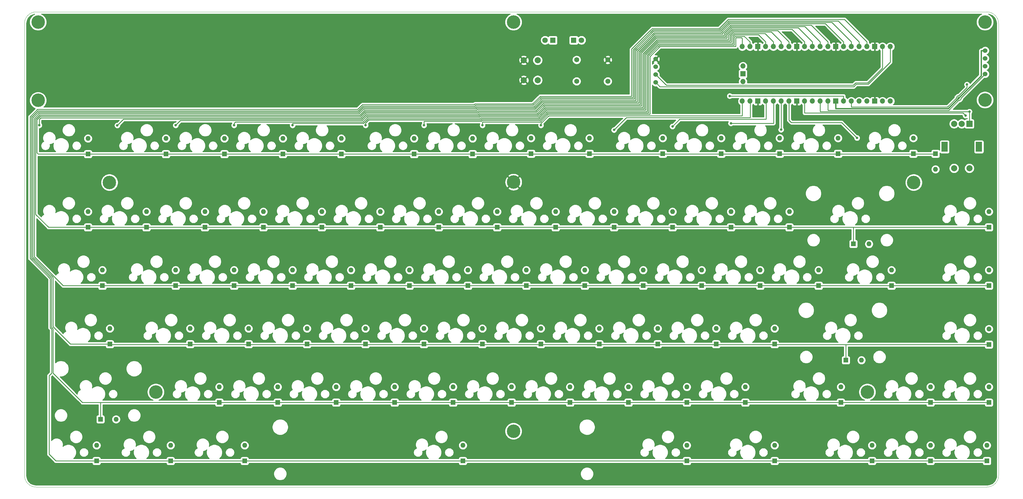
<source format=gbr>
%TF.GenerationSoftware,KiCad,Pcbnew,(5.1.10)-1*%
%TF.CreationDate,2021-06-02T05:42:32-04:00*%
%TF.ProjectId,pi75,70693735-2e6b-4696-9361-645f70636258,rev?*%
%TF.SameCoordinates,Original*%
%TF.FileFunction,Copper,L1,Top*%
%TF.FilePolarity,Positive*%
%FSLAX46Y46*%
G04 Gerber Fmt 4.6, Leading zero omitted, Abs format (unit mm)*
G04 Created by KiCad (PCBNEW (5.1.10)-1) date 2021-06-02 05:42:32*
%MOMM*%
%LPD*%
G01*
G04 APERTURE LIST*
%TA.AperFunction,Profile*%
%ADD10C,0.050000*%
%TD*%
%TA.AperFunction,ComponentPad*%
%ADD11C,1.524000*%
%TD*%
%TA.AperFunction,ComponentPad*%
%ADD12C,4.400000*%
%TD*%
%TA.AperFunction,ComponentPad*%
%ADD13C,1.651000*%
%TD*%
%TA.AperFunction,ComponentPad*%
%ADD14O,1.700000X1.700000*%
%TD*%
%TA.AperFunction,ComponentPad*%
%ADD15R,1.700000X1.700000*%
%TD*%
%TA.AperFunction,ComponentPad*%
%ADD16O,1.600000X1.600000*%
%TD*%
%TA.AperFunction,ComponentPad*%
%ADD17R,1.600000X1.600000*%
%TD*%
%TA.AperFunction,ComponentPad*%
%ADD18C,2.000000*%
%TD*%
%TA.AperFunction,ComponentPad*%
%ADD19R,2.000000X2.000000*%
%TD*%
%TA.AperFunction,ComponentPad*%
%ADD20R,2.000000X3.200000*%
%TD*%
%TA.AperFunction,ComponentPad*%
%ADD21C,1.800000*%
%TD*%
%TA.AperFunction,ComponentPad*%
%ADD22R,1.800000X1.800000*%
%TD*%
%TA.AperFunction,ViaPad*%
%ADD23C,0.800000*%
%TD*%
%TA.AperFunction,Conductor*%
%ADD24C,0.254000*%
%TD*%
%TA.AperFunction,Conductor*%
%ADD25C,0.381000*%
%TD*%
%TA.AperFunction,Conductor*%
%ADD26C,0.100000*%
%TD*%
G04 APERTURE END LIST*
D10*
X297815000Y-160528000D02*
X-12065000Y-160528000D01*
X301625000Y-9398000D02*
X301625000Y-156718000D01*
X297815000Y-5588000D02*
G75*
G02*
X301625000Y-9398000I0J-3810000D01*
G01*
X-12065000Y-160528000D02*
G75*
G02*
X-15875000Y-156718000I0J3810000D01*
G01*
X301625000Y-156718000D02*
G75*
G02*
X297815000Y-160528000I-3810000J0D01*
G01*
X-15875000Y-9398000D02*
G75*
G02*
X-12065000Y-5588000I3810000J0D01*
G01*
X-15875000Y-9398000D02*
X-15875000Y-156718000D01*
X297815000Y-5588000D02*
X-12065000Y-5588000D01*
D11*
%TO.P,J1,1*%
%TO.N,AGND*%
X297230800Y-18186400D03*
%TO.P,J1,2*%
%TO.N,ADC_VREF*%
X297230800Y-20726400D03*
%TO.P,J1,3*%
%TO.N,ADCO*%
X297230800Y-23266400D03*
%TO.P,J1,4*%
%TO.N,ADC1*%
X297230800Y-25806400D03*
%TD*%
%TO.P,OL1,1*%
%TO.N,l2C0_SDA*%
X189839000Y-28575000D03*
%TO.P,OL1,2*%
%TO.N,l2C0_SCL*%
X189839000Y-26035000D03*
%TO.P,OL1,3*%
%TO.N,VCC_3v3*%
X189839000Y-23495000D03*
%TO.P,OL1,4*%
%TO.N,GND*%
X189839000Y-20955000D03*
%TD*%
D12*
%TO.P,REF\u002A\u002A,1*%
%TO.N,N/C*%
X273951700Y-61201300D03*
%TD*%
%TO.P,REF\u002A\u002A,1*%
%TO.N,N/C*%
X143510000Y-142303500D03*
%TD*%
%TO.P,REF\u002A\u002A,1*%
%TO.N,N/C*%
X11823700Y-61201300D03*
%TD*%
%TO.P,REF\u002A\u002A,1*%
%TO.N,N/C*%
X258838700Y-129527300D03*
%TD*%
%TO.P,REF\u002A\u002A,1*%
%TO.N,N/C*%
X26936700Y-129527300D03*
%TD*%
D13*
%TO.P,R1,1*%
%TO.N,Net-(D24-Pad1)*%
X164084000Y-28194000D03*
%TO.P,R1,2*%
%TO.N,AGND*%
X174244000Y-28194000D03*
%TD*%
%TO.P,R2,1*%
%TO.N,Net-(D25-Pad1)*%
X164084000Y-21209000D03*
%TO.P,R2,2*%
%TO.N,GND*%
X174244000Y-21209000D03*
%TD*%
D12*
%TO.P,H1,1*%
%TO.N,GND*%
X143522700Y-61074300D03*
%TD*%
%TO.P,REF\u002A\u002A,1*%
%TO.N,N/C*%
X143510000Y-8890000D03*
%TD*%
D14*
%TO.P,U1,1*%
%TO.N,l2C0_SDA*%
X266319000Y-16891000D03*
%TO.P,U1,2*%
%TO.N,l2C0_SCL*%
X263779000Y-16891000D03*
D15*
%TO.P,U1,3*%
%TO.N,GND*%
X261239000Y-16891000D03*
D14*
%TO.P,U1,4*%
%TO.N,row5*%
X258699000Y-16891000D03*
%TO.P,U1,5*%
%TO.N,row4*%
X256159000Y-16891000D03*
%TO.P,U1,6*%
%TO.N,row3*%
X253619000Y-16891000D03*
%TO.P,U1,7*%
%TO.N,row2*%
X251079000Y-16891000D03*
D15*
%TO.P,U1,8*%
%TO.N,GND*%
X248539000Y-16891000D03*
D14*
%TO.P,U1,9*%
%TO.N,row1*%
X245999000Y-16891000D03*
%TO.P,U1,10*%
%TO.N,row0*%
X243459000Y-16891000D03*
%TO.P,U1,11*%
%TO.N,col0*%
X240919000Y-16891000D03*
%TO.P,U1,12*%
%TO.N,col1*%
X238379000Y-16891000D03*
D15*
%TO.P,U1,13*%
%TO.N,GND*%
X235839000Y-16891000D03*
D14*
%TO.P,U1,14*%
%TO.N,col2*%
X233299000Y-16891000D03*
%TO.P,U1,15*%
%TO.N,col3*%
X230759000Y-16891000D03*
%TO.P,U1,16*%
%TO.N,col4*%
X228219000Y-16891000D03*
%TO.P,U1,17*%
%TO.N,col5*%
X225679000Y-16891000D03*
D15*
%TO.P,U1,18*%
%TO.N,GND*%
X223139000Y-16891000D03*
D14*
%TO.P,U1,19*%
%TO.N,col6*%
X220599000Y-16891000D03*
%TO.P,U1,20*%
%TO.N,col7*%
X218059000Y-16891000D03*
%TO.P,U1,21*%
%TO.N,col8*%
X218059000Y-34671000D03*
%TO.P,U1,22*%
%TO.N,col9*%
X220599000Y-34671000D03*
D15*
%TO.P,U1,23*%
%TO.N,GND*%
X223139000Y-34671000D03*
D14*
%TO.P,U1,24*%
%TO.N,col10*%
X225679000Y-34671000D03*
%TO.P,U1,25*%
%TO.N,col11*%
X228219000Y-34671000D03*
%TO.P,U1,26*%
%TO.N,col12*%
X230759000Y-34671000D03*
%TO.P,U1,27*%
%TO.N,col13*%
X233299000Y-34671000D03*
D15*
%TO.P,U1,28*%
%TO.N,GND*%
X235839000Y-34671000D03*
D14*
%TO.P,U1,29*%
%TO.N,col14*%
X238379000Y-34671000D03*
%TO.P,U1,30*%
%TO.N,RUN*%
X240919000Y-34671000D03*
%TO.P,U1,31*%
%TO.N,ADCO*%
X243459000Y-34671000D03*
%TO.P,U1,32*%
%TO.N,ADC1*%
X245999000Y-34671000D03*
D15*
%TO.P,U1,33*%
%TO.N,AGND*%
X248539000Y-34671000D03*
D14*
%TO.P,U1,34*%
%TO.N,ADC2*%
X251079000Y-34671000D03*
%TO.P,U1,35*%
%TO.N,ADC_VREF*%
X253619000Y-34671000D03*
%TO.P,U1,36*%
%TO.N,VCC_3v3*%
X256159000Y-34671000D03*
%TO.P,U1,37*%
%TO.N,Net-(U1-Pad37)*%
X258699000Y-34671000D03*
D15*
%TO.P,U1,38*%
%TO.N,GND*%
X261239000Y-34671000D03*
D14*
%TO.P,U1,39*%
%TO.N,Net-(U1-Pad39)*%
X263779000Y-34671000D03*
%TO.P,U1,40*%
X266319000Y-34671000D03*
%TO.P,U1,41*%
%TO.N,Net-(U1-Pad41)*%
X218289000Y-23241000D03*
D15*
%TO.P,U1,42*%
%TO.N,Net-(U1-Pad42)*%
X218289000Y-25781000D03*
D14*
%TO.P,U1,43*%
%TO.N,Net-(U1-Pad43)*%
X218289000Y-28321000D03*
%TD*%
D16*
%TO.P,D14,2*%
%TO.N,Net-(D14-Pad2)*%
X42926000Y-70739000D03*
D17*
%TO.P,D14,1*%
%TO.N,row1*%
X42926000Y-75819000D03*
%TD*%
D12*
%TO.P,REF\u002A\u002A,1*%
%TO.N,N/C*%
X-11430000Y-34417000D03*
%TD*%
%TO.P,REF\u002A\u002A,1*%
%TO.N,N/C*%
X-11430000Y-8890000D03*
%TD*%
%TO.P,REF\u002A\u002A,1*%
%TO.N,N/C*%
X297180000Y-34290000D03*
%TD*%
%TO.P,REF\u002A\u002A,1*%
%TO.N,N/C*%
X297180000Y-8890000D03*
%TD*%
D18*
%TO.P,SW2,1*%
%TO.N,RUN*%
X151384000Y-27836000D03*
%TO.P,SW2,2*%
%TO.N,GND*%
X146884000Y-27836000D03*
%TO.P,SW2,1*%
%TO.N,RUN*%
X151384000Y-21336000D03*
%TO.P,SW2,2*%
%TO.N,GND*%
X146884000Y-21336000D03*
%TD*%
D19*
%TO.P,SW1,A*%
%TO.N,ADCO*%
X292100000Y-42068750D03*
D18*
%TO.P,SW1,C*%
%TO.N,AGND*%
X289600000Y-42068750D03*
%TO.P,SW1,B*%
%TO.N,ADC1*%
X287100000Y-42068750D03*
D20*
%TO.P,SW1,MP*%
%TO.N,N/C*%
X295200000Y-49568750D03*
X284000000Y-49568750D03*
D18*
%TO.P,SW1,S2*%
%TO.N,col14*%
X292100000Y-56568750D03*
%TO.P,SW1,S1*%
%TO.N,s1*%
X287100000Y-56568750D03*
%TD*%
D16*
%TO.P,D84,2*%
%TO.N,Net-(D84-Pad2)*%
X297815000Y-146939000D03*
D17*
%TO.P,D84,1*%
%TO.N,row5*%
X297815000Y-152019000D03*
%TD*%
D16*
%TO.P,D83,2*%
%TO.N,Net-(D83-Pad2)*%
X298450000Y-127889000D03*
D17*
%TO.P,D83,1*%
%TO.N,row4*%
X298450000Y-132969000D03*
%TD*%
D16*
%TO.P,D82,2*%
%TO.N,Net-(D82-Pad2)*%
X298450000Y-108966000D03*
D17*
%TO.P,D82,1*%
%TO.N,row3*%
X298450000Y-114046000D03*
%TD*%
D16*
%TO.P,D81,2*%
%TO.N,Net-(D81-Pad2)*%
X298450000Y-89789000D03*
D17*
%TO.P,D81,1*%
%TO.N,row2*%
X298450000Y-94869000D03*
%TD*%
D16*
%TO.P,D80,2*%
%TO.N,Net-(D80-Pad2)*%
X298450000Y-70739000D03*
D17*
%TO.P,D80,1*%
%TO.N,row1*%
X298450000Y-75819000D03*
%TD*%
D16*
%TO.P,D79,2*%
%TO.N,s1*%
X281051000Y-56896000D03*
D17*
%TO.P,D79,1*%
%TO.N,row0*%
X281051000Y-51816000D03*
%TD*%
D16*
%TO.P,D78,2*%
%TO.N,Net-(D78-Pad2)*%
X279400000Y-146939000D03*
D17*
%TO.P,D78,1*%
%TO.N,row5*%
X279400000Y-152019000D03*
%TD*%
D16*
%TO.P,D77,2*%
%TO.N,Net-(D77-Pad2)*%
X279400000Y-127889000D03*
D17*
%TO.P,D77,1*%
%TO.N,row4*%
X279400000Y-132969000D03*
%TD*%
D16*
%TO.P,D76,2*%
%TO.N,Net-(D76-Pad2)*%
X256921000Y-119164100D03*
D17*
%TO.P,D76,1*%
%TO.N,row3*%
X251841000Y-119164100D03*
%TD*%
D16*
%TO.P,D75,2*%
%TO.N,Net-(D75-Pad2)*%
X266700000Y-89789000D03*
D17*
%TO.P,D75,1*%
%TO.N,row2*%
X266700000Y-94869000D03*
%TD*%
D16*
%TO.P,D74,2*%
%TO.N,Net-(D74-Pad2)*%
X259359400Y-81241900D03*
D17*
%TO.P,D74,1*%
%TO.N,row1*%
X254279400Y-81241900D03*
%TD*%
D16*
%TO.P,D73,2*%
%TO.N,Net-(D73-Pad2)*%
X273812000Y-46736000D03*
D17*
%TO.P,D73,1*%
%TO.N,row0*%
X273812000Y-51816000D03*
%TD*%
D16*
%TO.P,D72,2*%
%TO.N,Net-(D72-Pad2)*%
X260350000Y-146939000D03*
D17*
%TO.P,D72,1*%
%TO.N,row5*%
X260350000Y-152019000D03*
%TD*%
D16*
%TO.P,D71,2*%
%TO.N,Net-(D71-Pad2)*%
X242951000Y-89789000D03*
D17*
%TO.P,D71,1*%
%TO.N,row2*%
X242951000Y-94869000D03*
%TD*%
D16*
%TO.P,D70,2*%
%TO.N,Net-(D70-Pad2)*%
X233426000Y-70739000D03*
D17*
%TO.P,D70,1*%
%TO.N,row1*%
X233426000Y-75819000D03*
%TD*%
D16*
%TO.P,D69,2*%
%TO.N,Net-(D69-Pad2)*%
X249301000Y-46736000D03*
D17*
%TO.P,D69,1*%
%TO.N,row0*%
X249301000Y-51816000D03*
%TD*%
D16*
%TO.P,D68,2*%
%TO.N,Net-(D68-Pad2)*%
X250190000Y-127889000D03*
D17*
%TO.P,D68,1*%
%TO.N,row4*%
X250190000Y-132969000D03*
%TD*%
D16*
%TO.P,D67,2*%
%TO.N,Net-(D67-Pad2)*%
X228600000Y-108839000D03*
D17*
%TO.P,D67,1*%
%TO.N,row3*%
X228600000Y-113919000D03*
%TD*%
D16*
%TO.P,D66,2*%
%TO.N,Net-(D66-Pad2)*%
X223901000Y-89789000D03*
D17*
%TO.P,D66,1*%
%TO.N,row2*%
X223901000Y-94869000D03*
%TD*%
D16*
%TO.P,D65,2*%
%TO.N,Net-(D65-Pad2)*%
X214376000Y-70739000D03*
D17*
%TO.P,D65,1*%
%TO.N,row1*%
X214376000Y-75819000D03*
%TD*%
D16*
%TO.P,D64,2*%
%TO.N,Net-(D64-Pad2)*%
X230251000Y-46736000D03*
D17*
%TO.P,D64,1*%
%TO.N,row0*%
X230251000Y-51816000D03*
%TD*%
D16*
%TO.P,D63,2*%
%TO.N,Net-(D63-Pad2)*%
X228600000Y-146939000D03*
D17*
%TO.P,D63,1*%
%TO.N,row5*%
X228600000Y-152019000D03*
%TD*%
D16*
%TO.P,D62,2*%
%TO.N,Net-(D62-Pad2)*%
X219075000Y-127889000D03*
D17*
%TO.P,D62,1*%
%TO.N,row4*%
X219075000Y-132969000D03*
%TD*%
D16*
%TO.P,D61,2*%
%TO.N,Net-(D61-Pad2)*%
X209550000Y-108839000D03*
D17*
%TO.P,D61,1*%
%TO.N,row3*%
X209550000Y-113919000D03*
%TD*%
D16*
%TO.P,D60,2*%
%TO.N,Net-(D60-Pad2)*%
X204851000Y-89789000D03*
D17*
%TO.P,D60,1*%
%TO.N,row2*%
X204851000Y-94869000D03*
%TD*%
D16*
%TO.P,D59,2*%
%TO.N,Net-(D59-Pad2)*%
X195326000Y-70739000D03*
D17*
%TO.P,D59,1*%
%TO.N,row1*%
X195326000Y-75819000D03*
%TD*%
D16*
%TO.P,D58,2*%
%TO.N,Net-(D58-Pad2)*%
X211201000Y-46736000D03*
D17*
%TO.P,D58,1*%
%TO.N,row0*%
X211201000Y-51816000D03*
%TD*%
D16*
%TO.P,D57,2*%
%TO.N,Net-(D57-Pad2)*%
X200025000Y-146939000D03*
D17*
%TO.P,D57,1*%
%TO.N,row5*%
X200025000Y-152019000D03*
%TD*%
D16*
%TO.P,D56,2*%
%TO.N,Net-(D56-Pad2)*%
X200025000Y-127889000D03*
D17*
%TO.P,D56,1*%
%TO.N,row4*%
X200025000Y-132969000D03*
%TD*%
D16*
%TO.P,D55,2*%
%TO.N,Net-(D55-Pad2)*%
X190500000Y-108839000D03*
D17*
%TO.P,D55,1*%
%TO.N,row3*%
X190500000Y-113919000D03*
%TD*%
D16*
%TO.P,D54,2*%
%TO.N,Net-(D54-Pad2)*%
X185801000Y-89789000D03*
D17*
%TO.P,D54,1*%
%TO.N,row2*%
X185801000Y-94869000D03*
%TD*%
D16*
%TO.P,D53,2*%
%TO.N,Net-(D53-Pad2)*%
X176276000Y-70739000D03*
D17*
%TO.P,D53,1*%
%TO.N,row1*%
X176276000Y-75819000D03*
%TD*%
D16*
%TO.P,D52,2*%
%TO.N,Net-(D52-Pad2)*%
X192151000Y-46736000D03*
D17*
%TO.P,D52,1*%
%TO.N,row0*%
X192151000Y-51816000D03*
%TD*%
D16*
%TO.P,D51,2*%
%TO.N,Net-(D51-Pad2)*%
X180975000Y-127889000D03*
D17*
%TO.P,D51,1*%
%TO.N,row4*%
X180975000Y-132969000D03*
%TD*%
D16*
%TO.P,D50,2*%
%TO.N,Net-(D50-Pad2)*%
X171450000Y-108839000D03*
D17*
%TO.P,D50,1*%
%TO.N,row3*%
X171450000Y-113919000D03*
%TD*%
D16*
%TO.P,D49,2*%
%TO.N,Net-(D49-Pad2)*%
X166751000Y-89789000D03*
D17*
%TO.P,D49,1*%
%TO.N,row2*%
X166751000Y-94869000D03*
%TD*%
D16*
%TO.P,D48,2*%
%TO.N,Net-(D48-Pad2)*%
X157226000Y-70739000D03*
D17*
%TO.P,D48,1*%
%TO.N,row1*%
X157226000Y-75819000D03*
%TD*%
D16*
%TO.P,D47,2*%
%TO.N,Net-(D47-Pad2)*%
X168275000Y-46736000D03*
D17*
%TO.P,D47,1*%
%TO.N,row0*%
X168275000Y-51816000D03*
%TD*%
D16*
%TO.P,D46,2*%
%TO.N,Net-(D46-Pad2)*%
X161925000Y-127889000D03*
D17*
%TO.P,D46,1*%
%TO.N,row4*%
X161925000Y-132969000D03*
%TD*%
D16*
%TO.P,D45,2*%
%TO.N,Net-(D45-Pad2)*%
X152400000Y-108839000D03*
D17*
%TO.P,D45,1*%
%TO.N,row3*%
X152400000Y-113919000D03*
%TD*%
D16*
%TO.P,D44,2*%
%TO.N,Net-(D44-Pad2)*%
X147701000Y-89789000D03*
D17*
%TO.P,D44,1*%
%TO.N,row2*%
X147701000Y-94869000D03*
%TD*%
D16*
%TO.P,D43,2*%
%TO.N,Net-(D43-Pad2)*%
X138176000Y-70739000D03*
D17*
%TO.P,D43,1*%
%TO.N,row1*%
X138176000Y-75819000D03*
%TD*%
D16*
%TO.P,D42,2*%
%TO.N,Net-(D42-Pad2)*%
X149225000Y-46736000D03*
D17*
%TO.P,D42,1*%
%TO.N,row0*%
X149225000Y-51816000D03*
%TD*%
D16*
%TO.P,D41,2*%
%TO.N,Net-(D41-Pad2)*%
X127000000Y-146939000D03*
D17*
%TO.P,D41,1*%
%TO.N,row5*%
X127000000Y-152019000D03*
%TD*%
D16*
%TO.P,D40,2*%
%TO.N,Net-(D40-Pad2)*%
X142875000Y-127889000D03*
D17*
%TO.P,D40,1*%
%TO.N,row4*%
X142875000Y-132969000D03*
%TD*%
D16*
%TO.P,D39,2*%
%TO.N,Net-(D39-Pad2)*%
X133350000Y-108839000D03*
D17*
%TO.P,D39,1*%
%TO.N,row3*%
X133350000Y-113919000D03*
%TD*%
D16*
%TO.P,D38,2*%
%TO.N,Net-(D38-Pad2)*%
X128651000Y-89789000D03*
D17*
%TO.P,D38,1*%
%TO.N,row2*%
X128651000Y-94869000D03*
%TD*%
D16*
%TO.P,D37,2*%
%TO.N,Net-(D37-Pad2)*%
X119126000Y-70739000D03*
D17*
%TO.P,D37,1*%
%TO.N,row1*%
X119126000Y-75819000D03*
%TD*%
D16*
%TO.P,D36,2*%
%TO.N,Net-(D36-Pad2)*%
X130175000Y-46863000D03*
D17*
%TO.P,D36,1*%
%TO.N,row0*%
X130175000Y-51943000D03*
%TD*%
D16*
%TO.P,D35,2*%
%TO.N,Net-(D35-Pad2)*%
X123825000Y-127889000D03*
D17*
%TO.P,D35,1*%
%TO.N,row4*%
X123825000Y-132969000D03*
%TD*%
D16*
%TO.P,D34,2*%
%TO.N,Net-(D34-Pad2)*%
X114300000Y-108839000D03*
D17*
%TO.P,D34,1*%
%TO.N,row3*%
X114300000Y-113919000D03*
%TD*%
D16*
%TO.P,D33,2*%
%TO.N,Net-(D33-Pad2)*%
X109601000Y-89789000D03*
D17*
%TO.P,D33,1*%
%TO.N,row2*%
X109601000Y-94869000D03*
%TD*%
D16*
%TO.P,D32,2*%
%TO.N,Net-(D32-Pad2)*%
X100076000Y-70739000D03*
D17*
%TO.P,D32,1*%
%TO.N,row1*%
X100076000Y-75819000D03*
%TD*%
D16*
%TO.P,D31,2*%
%TO.N,Net-(D31-Pad2)*%
X111125000Y-46863000D03*
D17*
%TO.P,D31,1*%
%TO.N,row0*%
X111125000Y-51943000D03*
%TD*%
D16*
%TO.P,D30,2*%
%TO.N,Net-(D30-Pad2)*%
X104775000Y-127889000D03*
D17*
%TO.P,D30,1*%
%TO.N,row4*%
X104775000Y-132969000D03*
%TD*%
D16*
%TO.P,D29,2*%
%TO.N,Net-(D29-Pad2)*%
X95250000Y-108839000D03*
D17*
%TO.P,D29,1*%
%TO.N,row3*%
X95250000Y-113919000D03*
%TD*%
D16*
%TO.P,D28,2*%
%TO.N,Net-(D28-Pad2)*%
X90551000Y-89789000D03*
D17*
%TO.P,D28,1*%
%TO.N,row2*%
X90551000Y-94869000D03*
%TD*%
D16*
%TO.P,D27,2*%
%TO.N,Net-(D27-Pad2)*%
X81026000Y-70739000D03*
D17*
%TO.P,D27,1*%
%TO.N,row1*%
X81026000Y-75819000D03*
%TD*%
D16*
%TO.P,D26,2*%
%TO.N,Net-(D26-Pad2)*%
X87376000Y-46863000D03*
D17*
%TO.P,D26,1*%
%TO.N,row0*%
X87376000Y-51943000D03*
%TD*%
D21*
%TO.P,D25,2*%
%TO.N,VCC_3v3*%
X165671500Y-14795500D03*
D22*
%TO.P,D25,1*%
%TO.N,Net-(D25-Pad1)*%
X163131500Y-14795500D03*
%TD*%
D21*
%TO.P,D24,2*%
%TO.N,ADC2*%
X153797000Y-14795500D03*
D22*
%TO.P,D24,1*%
%TO.N,Net-(D24-Pad1)*%
X156337000Y-14795500D03*
%TD*%
D16*
%TO.P,D23,2*%
%TO.N,Net-(D23-Pad2)*%
X85725000Y-127889000D03*
D17*
%TO.P,D23,1*%
%TO.N,row4*%
X85725000Y-132969000D03*
%TD*%
D16*
%TO.P,D22,2*%
%TO.N,Net-(D22-Pad2)*%
X76200000Y-108839000D03*
D17*
%TO.P,D22,1*%
%TO.N,row3*%
X76200000Y-113919000D03*
%TD*%
D16*
%TO.P,D21,2*%
%TO.N,Net-(D21-Pad2)*%
X71501000Y-89789000D03*
D17*
%TO.P,D21,1*%
%TO.N,row2*%
X71501000Y-94869000D03*
%TD*%
D16*
%TO.P,D20,2*%
%TO.N,Net-(D20-Pad2)*%
X61976000Y-70739000D03*
D17*
%TO.P,D20,1*%
%TO.N,row1*%
X61976000Y-75819000D03*
%TD*%
D16*
%TO.P,D19,2*%
%TO.N,Net-(D19-Pad2)*%
X68326000Y-46863000D03*
D17*
%TO.P,D19,1*%
%TO.N,row0*%
X68326000Y-51943000D03*
%TD*%
D16*
%TO.P,D18,2*%
%TO.N,Net-(D18-Pad2)*%
X55880000Y-146939000D03*
D17*
%TO.P,D18,1*%
%TO.N,row5*%
X55880000Y-152019000D03*
%TD*%
D16*
%TO.P,D17,2*%
%TO.N,Net-(D17-Pad2)*%
X66675000Y-127889000D03*
D17*
%TO.P,D17,1*%
%TO.N,row4*%
X66675000Y-132969000D03*
%TD*%
D16*
%TO.P,D16,2*%
%TO.N,Net-(D16-Pad2)*%
X57150000Y-108839000D03*
D17*
%TO.P,D16,1*%
%TO.N,row3*%
X57150000Y-113919000D03*
%TD*%
D16*
%TO.P,D15,2*%
%TO.N,Net-(D15-Pad2)*%
X52451000Y-89789000D03*
D17*
%TO.P,D15,1*%
%TO.N,row2*%
X52451000Y-94869000D03*
%TD*%
D16*
%TO.P,D13,2*%
%TO.N,Net-(D13-Pad2)*%
X49276000Y-46863000D03*
D17*
%TO.P,D13,1*%
%TO.N,row0*%
X49276000Y-51943000D03*
%TD*%
D16*
%TO.P,D12,2*%
%TO.N,Net-(D12-Pad2)*%
X31750000Y-146939000D03*
D17*
%TO.P,D12,1*%
%TO.N,row5*%
X31750000Y-152019000D03*
%TD*%
D16*
%TO.P,D11,2*%
%TO.N,Net-(D11-Pad2)*%
X47625000Y-127889000D03*
D17*
%TO.P,D11,1*%
%TO.N,row4*%
X47625000Y-132969000D03*
%TD*%
D16*
%TO.P,D10,2*%
%TO.N,Net-(D10-Pad2)*%
X38100000Y-108839000D03*
D17*
%TO.P,D10,1*%
%TO.N,row3*%
X38100000Y-113919000D03*
%TD*%
D16*
%TO.P,D9,2*%
%TO.N,Net-(D9-Pad2)*%
X33401000Y-89789000D03*
D17*
%TO.P,D9,1*%
%TO.N,row2*%
X33401000Y-94869000D03*
%TD*%
D16*
%TO.P,D8,2*%
%TO.N,Net-(D8-Pad2)*%
X23876000Y-70739000D03*
D17*
%TO.P,D8,1*%
%TO.N,row1*%
X23876000Y-75819000D03*
%TD*%
D16*
%TO.P,D7,2*%
%TO.N,Net-(D7-Pad2)*%
X30226000Y-46863000D03*
D17*
%TO.P,D7,1*%
%TO.N,row0*%
X30226000Y-51943000D03*
%TD*%
D16*
%TO.P,D6,2*%
%TO.N,Net-(D6-Pad2)*%
X7620000Y-146939000D03*
D17*
%TO.P,D6,1*%
%TO.N,row5*%
X7620000Y-152019000D03*
%TD*%
D16*
%TO.P,D5,2*%
%TO.N,Net-(D5-Pad2)*%
X13970000Y-138442700D03*
D17*
%TO.P,D5,1*%
%TO.N,row4*%
X8890000Y-138442700D03*
%TD*%
D16*
%TO.P,D4,2*%
%TO.N,Net-(D4-Pad2)*%
X11938000Y-108839000D03*
D17*
%TO.P,D4,1*%
%TO.N,row3*%
X11938000Y-113919000D03*
%TD*%
D16*
%TO.P,D3,2*%
%TO.N,Net-(D3-Pad2)*%
X9525000Y-89789000D03*
D17*
%TO.P,D3,1*%
%TO.N,row2*%
X9525000Y-94869000D03*
%TD*%
D16*
%TO.P,D2,2*%
%TO.N,Net-(D2-Pad2)*%
X4826000Y-70739000D03*
D17*
%TO.P,D2,1*%
%TO.N,row1*%
X4826000Y-75819000D03*
%TD*%
D16*
%TO.P,D1,2*%
%TO.N,Net-(D1-Pad2)*%
X4826000Y-46863000D03*
D17*
%TO.P,D1,1*%
%TO.N,row0*%
X4826000Y-51943000D03*
%TD*%
D23*
%TO.N,col0*%
X-11053750Y-42549750D03*
%TO.N,col1*%
X14382750Y-42576750D03*
%TO.N,col2*%
X33401000Y-42545000D03*
%TO.N,col3*%
X52446250Y-42549750D03*
%TO.N,col4*%
X71496250Y-42549750D03*
%TO.N,col5*%
X95308750Y-42549750D03*
%TO.N,col6*%
X114358750Y-42549750D03*
%TO.N,col7*%
X133408750Y-42549750D03*
%TO.N,col8*%
X152458750Y-42549750D03*
%TO.N,col9*%
X176271250Y-44073750D03*
%TO.N,col10*%
X195321250Y-42930750D03*
%TO.N,col11*%
X214371250Y-41914750D03*
%TO.N,col12*%
X230727250Y-43978500D03*
%TO.N,col13*%
X255460500Y-46672500D03*
%TO.N,col14*%
X290830000Y-39370000D03*
%TO.N,GND*%
X178562000Y-22225000D03*
X178562000Y-24765000D03*
X189103000Y-30149800D03*
%TO.N,AGND*%
X288609866Y-33695466D03*
%TO.N,ADC2*%
X213975980Y-33000980D03*
%TO.N,ADCO*%
X292100000Y-38100000D03*
%TO.N,ADC_VREF*%
X291299900Y-29248100D03*
%TD*%
D24*
%TO.N,row0*%
X280924000Y-51943000D02*
X281051000Y-51816000D01*
X4826000Y-51943000D02*
X280924000Y-51943000D01*
X238454522Y-10337920D02*
X243459000Y-15342398D01*
X214395544Y-10337920D02*
X238454522Y-10337920D01*
X212172520Y-12560944D02*
X214395544Y-10337920D01*
X189694044Y-13258920D02*
X212172520Y-13258920D01*
X184327920Y-18625044D02*
X189694044Y-13258920D01*
X-11430000Y-51943000D02*
X-11780751Y-51592249D01*
X95205918Y-38101680D02*
X131640784Y-38101680D01*
X-11780751Y-51592249D02*
X-11780751Y-40729684D01*
X-11780751Y-40729684D02*
X-10695769Y-39644702D01*
X-10695769Y-39644702D02*
X93662897Y-39644702D01*
X93662897Y-39644702D02*
X95205918Y-38101680D01*
X243459000Y-15342398D02*
X243459000Y-16891000D01*
X131640784Y-38101680D02*
X131905974Y-37836490D01*
X153247488Y-35347412D02*
X184327920Y-35347412D01*
X131905974Y-37836490D02*
X150758409Y-37836490D01*
X4826000Y-51943000D02*
X-11430000Y-51943000D01*
X150758409Y-37836490D02*
X153247488Y-35347412D01*
X212172520Y-13258920D02*
X212172520Y-12560944D01*
X184327920Y-35347412D02*
X184327920Y-18625044D01*
%TO.N,row1*%
X245999000Y-15342398D02*
X245999000Y-16891000D01*
X214207487Y-9883910D02*
X240540512Y-9883910D01*
X211718510Y-12804910D02*
X211718510Y-12372887D01*
X189505987Y-12804910D02*
X211718510Y-12804910D01*
X240540512Y-9883910D02*
X245999000Y-15342398D01*
X211718510Y-12372887D02*
X214207487Y-9883910D01*
X-8033712Y-75819000D02*
X-12234761Y-71617951D01*
X183873910Y-18436987D02*
X189505987Y-12804910D01*
X-12234761Y-71617951D02*
X-12234761Y-40541627D01*
X93474840Y-39190692D02*
X95017861Y-37647670D01*
X95017861Y-37647670D02*
X131452727Y-37647670D01*
X-12234761Y-40541627D02*
X-10883826Y-39190692D01*
X-10883826Y-39190692D02*
X93474840Y-39190692D01*
X4826000Y-75819000D02*
X-8033712Y-75819000D01*
X131452727Y-37647670D02*
X131717917Y-37382480D01*
X131717917Y-37382480D02*
X150495000Y-37382480D01*
X150495000Y-37382480D02*
X152984078Y-34893402D01*
X152984078Y-34893402D02*
X183873910Y-34893402D01*
X183873910Y-34893402D02*
X183873910Y-18436987D01*
X298450000Y-75819000D02*
X255676400Y-75819000D01*
X254279400Y-75831700D02*
X254292100Y-75819000D01*
X254279400Y-81241900D02*
X254279400Y-75831700D01*
X254292100Y-75819000D02*
X4826000Y-75819000D01*
X255676400Y-75819000D02*
X254292100Y-75819000D01*
%TO.N,row2*%
X9525000Y-94869000D02*
X298450000Y-94869000D01*
X251079000Y-15342398D02*
X251079000Y-16891000D01*
X211264500Y-12350900D02*
X211264501Y-12184830D01*
X183365608Y-18303223D02*
X189317930Y-12350900D01*
X9525000Y-94869000D02*
X-3271212Y-94869000D01*
X-3271212Y-94869000D02*
X-3271212Y-94836288D01*
X214019430Y-9429900D02*
X245166502Y-9429900D01*
X152796021Y-34439392D02*
X183365608Y-34439392D01*
X-3271212Y-94836288D02*
X-12688771Y-85418729D01*
X245166502Y-9429900D02*
X251079000Y-15342398D01*
X150306944Y-36928470D02*
X152796021Y-34439392D01*
X-12688771Y-85418729D02*
X-12688771Y-40353570D01*
X211264501Y-12184830D02*
X214019430Y-9429900D01*
X94829804Y-37193660D02*
X131264670Y-37193660D01*
X-11071883Y-38736682D02*
X93286783Y-38736682D01*
X93286783Y-38736682D02*
X94829804Y-37193660D01*
X189317930Y-12350900D02*
X211264500Y-12350900D01*
X131264670Y-37193660D02*
X131529860Y-36928470D01*
X131529860Y-36928470D02*
X150306944Y-36928470D01*
X-12688771Y-40353570D02*
X-11071883Y-38736682D01*
X183365608Y-34439392D02*
X183365608Y-18303223D01*
%TO.N,row3*%
X12065000Y-114046000D02*
X11938000Y-113919000D01*
X253619000Y-15342398D02*
X253619000Y-16891000D01*
X247252492Y-8975890D02*
X253619000Y-15342398D01*
X213831373Y-8975890D02*
X247252492Y-8975890D01*
X189129873Y-11896891D02*
X210910373Y-11896891D01*
X182911598Y-18115166D02*
X189129873Y-11896891D01*
X182911598Y-33985382D02*
X182911598Y-18115166D01*
X-889962Y-113919000D02*
X-6604000Y-108204962D01*
X131076613Y-36739650D02*
X131341803Y-36474460D01*
X-6604000Y-108204962D02*
X-6604000Y-92145566D01*
X-6604000Y-92145566D02*
X-13142781Y-85606786D01*
X131341803Y-36474460D02*
X150118887Y-36474460D01*
X-13142781Y-85606786D02*
X-13142781Y-40165513D01*
X-11259940Y-38282672D02*
X93098726Y-38282672D01*
X11938000Y-113919000D02*
X-889962Y-113919000D01*
X-13142781Y-40165513D02*
X-11259940Y-38282672D01*
X93098726Y-38282672D02*
X94641747Y-36739650D01*
X94641747Y-36739650D02*
X131076613Y-36739650D01*
X150118887Y-36474460D02*
X152607964Y-33985382D01*
X210910373Y-11896891D02*
X213831373Y-8975890D01*
X152607964Y-33985382D02*
X182911598Y-33985382D01*
X298450000Y-114046000D02*
X253314200Y-114046000D01*
X251841000Y-119164100D02*
X251841000Y-114046000D01*
X251841000Y-114046000D02*
X12065000Y-114046000D01*
X253314200Y-114046000D02*
X251841000Y-114046000D01*
%TO.N,row4*%
X16510000Y-132969000D02*
X298450000Y-132969000D01*
X213643316Y-8521880D02*
X249338482Y-8521880D01*
X188941816Y-11442881D02*
X210722316Y-11442881D01*
X182457588Y-33531372D02*
X182457588Y-17927109D01*
X210722316Y-11442881D02*
X213643316Y-8521880D01*
X152419907Y-33531372D02*
X182457588Y-33531372D01*
X3039018Y-132969000D02*
X-6540500Y-123389482D01*
X-6540500Y-108910528D02*
X-7058010Y-108393019D01*
X-7058010Y-108393019D02*
X-7058010Y-92333623D01*
X-6540500Y-123389482D02*
X-6540500Y-108910528D01*
X149930830Y-36020450D02*
X152419907Y-33531372D01*
X-7058010Y-92333623D02*
X-13596791Y-85794843D01*
X94453690Y-36285640D02*
X130888556Y-36285640D01*
X249338482Y-8521880D02*
X256159000Y-15342398D01*
X-13596791Y-85794843D02*
X-13596791Y-39977456D01*
X182457588Y-17927109D02*
X188941816Y-11442881D01*
X131153746Y-36020450D02*
X149930830Y-36020450D01*
X-13596791Y-39977456D02*
X-11447997Y-37828662D01*
X-11447997Y-37828662D02*
X92910669Y-37828662D01*
X256159000Y-15342398D02*
X256159000Y-16891000D01*
X92910669Y-37828662D02*
X94453690Y-36285640D01*
X130888556Y-36285640D02*
X131153746Y-36020450D01*
X16510000Y-132969000D02*
X10464800Y-132969000D01*
X8890000Y-138442700D02*
X8890000Y-132969000D01*
X8890000Y-132969000D02*
X3039018Y-132969000D01*
X10464800Y-132969000D02*
X8890000Y-132969000D01*
%TO.N,row5*%
X297815000Y-152019000D02*
X7620000Y-152019000D01*
X251424472Y-8067870D02*
X258699000Y-15342398D01*
X213455259Y-8067870D02*
X251424472Y-8067870D01*
X212044065Y-9479066D02*
X213455259Y-8067870D01*
X210534259Y-10988871D02*
X212044065Y-9479066D01*
X188199816Y-11542817D02*
X188753759Y-10988871D01*
X188753759Y-10988871D02*
X210534259Y-10988871D01*
X182269532Y-17473099D02*
X188199816Y-11542817D01*
X182003578Y-17739052D02*
X182269532Y-17473099D01*
X149742773Y-35566440D02*
X152231850Y-33077362D01*
X130965689Y-35566440D02*
X149742773Y-35566440D01*
X182003578Y-33077362D02*
X182003578Y-17739052D01*
X130700499Y-35831630D02*
X130965689Y-35566440D01*
X7620000Y-152019000D02*
X-5652462Y-152019000D01*
X-14050801Y-39789399D02*
X-11636054Y-37374652D01*
X258699000Y-15342398D02*
X258699000Y-16891000D01*
X-7512020Y-108581076D02*
X-7512020Y-92521680D01*
X-7874000Y-149797462D02*
X-7874000Y-124206000D01*
X-7874000Y-124206000D02*
X-6994510Y-123326510D01*
X-5652462Y-152019000D02*
X-7874000Y-149797462D01*
X-6994510Y-109098585D02*
X-7512020Y-108581076D01*
X-14050801Y-85982900D02*
X-14050801Y-39789399D01*
X152231850Y-33077362D02*
X182003578Y-33077362D01*
X94265633Y-35831630D02*
X130700499Y-35831630D01*
X-6994510Y-123326510D02*
X-6994510Y-109098585D01*
X-7512020Y-92521680D02*
X-14050801Y-85982900D01*
X-11636054Y-37374652D02*
X92722612Y-37374652D01*
X92722612Y-37374652D02*
X94265633Y-35831630D01*
%TO.N,col0*%
X184781937Y-18813101D02*
X189882101Y-13712930D01*
X-11053750Y-40644750D02*
X-10507712Y-40098712D01*
X93850956Y-40098710D02*
X95393975Y-38555690D01*
X184781930Y-35801420D02*
X184781930Y-20383500D01*
X34563156Y-40098710D02*
X93850956Y-40098710D01*
X150946466Y-38290500D02*
X153435544Y-35801421D01*
X-10507712Y-40098712D02*
X34563154Y-40098712D01*
X153435544Y-35801421D02*
X184781930Y-35801420D01*
X95393975Y-38555690D02*
X131828841Y-38555690D01*
X131828841Y-38555690D02*
X132094031Y-38290500D01*
X184781930Y-20383500D02*
X184781937Y-18813101D01*
X132094031Y-38290500D02*
X150946466Y-38290500D01*
X-11053750Y-42549750D02*
X-11053750Y-40644750D01*
X189882101Y-13712930D02*
X212626530Y-13712930D01*
X214583601Y-10791930D02*
X236368532Y-10791930D01*
X240919000Y-15342398D02*
X240919000Y-16891000D01*
X212626530Y-12749001D02*
X214583601Y-10791930D01*
X236368532Y-10791930D02*
X240919000Y-15342398D01*
X212626530Y-13712930D02*
X212626530Y-12749001D01*
%TO.N,col1*%
X151132843Y-38746190D02*
X153623601Y-36255430D01*
X34751213Y-40552720D02*
X94039013Y-40552720D01*
X185235946Y-19001158D02*
X190070158Y-14166940D01*
X94039013Y-40552720D02*
X95582032Y-39009700D01*
X16406779Y-40552721D02*
X34751213Y-40552720D01*
X185235940Y-20383500D02*
X185235946Y-19001158D01*
X185235940Y-36255430D02*
X185235940Y-20383500D01*
X95582032Y-39009700D02*
X132016898Y-39009700D01*
X132016898Y-39009700D02*
X132280408Y-38746190D01*
X132280408Y-38746190D02*
X151132843Y-38746190D01*
X153623601Y-36255430D02*
X185235940Y-36255430D01*
X14382750Y-42576750D02*
X16406779Y-40552721D01*
X190070158Y-14166940D02*
X213080540Y-14166940D01*
X238379000Y-15342398D02*
X238379000Y-16891000D01*
X234282542Y-11245940D02*
X238379000Y-15342398D01*
X214771658Y-11245940D02*
X234282542Y-11245940D01*
X213080540Y-12937058D02*
X214771658Y-11245940D01*
X213080540Y-14166940D02*
X213080540Y-12937058D01*
%TO.N,col2*%
X233299000Y-15342398D02*
X233299000Y-16891000D01*
X229656552Y-11699950D02*
X233299000Y-15342398D01*
X214959715Y-11699950D02*
X229656552Y-11699950D01*
X213534550Y-13125115D02*
X214959715Y-11699950D01*
X185689950Y-36709440D02*
X185689950Y-20383500D01*
X34939270Y-41006730D02*
X94227070Y-41006730D01*
X33401000Y-42545000D02*
X34939270Y-41006730D01*
X94227070Y-41006730D02*
X95770089Y-39463710D01*
X95770089Y-39463710D02*
X132204955Y-39463710D01*
X132204955Y-39463710D02*
X132468465Y-39200200D01*
X132468465Y-39200200D02*
X151320900Y-39200200D01*
X151320900Y-39200200D02*
X153811658Y-36709440D01*
X153811658Y-36709440D02*
X185689950Y-36709440D01*
X185689950Y-20383500D02*
X185689955Y-19189215D01*
X185689955Y-19189215D02*
X190258215Y-14620950D01*
X190258215Y-14620950D02*
X213534550Y-14620950D01*
X213534550Y-14620950D02*
X213534550Y-13125115D01*
%TO.N,col3*%
X132393012Y-39917720D02*
X132656522Y-39654210D01*
X52446250Y-41914750D02*
X52900260Y-41460740D01*
X52900260Y-41460740D02*
X94415127Y-41460740D01*
X94415127Y-41460740D02*
X95958146Y-39917720D01*
X153999715Y-37163450D02*
X186143960Y-37163450D01*
X95958146Y-39917720D02*
X132393012Y-39917720D01*
X186143960Y-37163450D02*
X186143960Y-20383500D01*
X151508956Y-39654210D02*
X152318833Y-38844334D01*
X132656522Y-39654210D02*
X151508956Y-39654210D01*
X152318833Y-38844334D02*
X153999715Y-37163450D01*
X186143960Y-20383500D02*
X186143964Y-19377272D01*
X186143964Y-19377272D02*
X190446272Y-15074960D01*
X52446250Y-42549750D02*
X52446250Y-41914750D01*
X190446272Y-15074960D02*
X214083960Y-15074960D01*
X230759000Y-15342398D02*
X230759000Y-16891000D01*
X227570562Y-12153960D02*
X230759000Y-15342398D01*
X215147772Y-12153960D02*
X227570562Y-12153960D01*
X214083960Y-13217772D02*
X215147772Y-12153960D01*
X214083960Y-15074960D02*
X214083960Y-13217772D01*
%TO.N,col4*%
X96146203Y-40371730D02*
X132581069Y-40371730D01*
X71496250Y-41914750D02*
X94603184Y-41914750D01*
X151697013Y-40108220D02*
X154187772Y-37617460D01*
X94603184Y-41914750D02*
X96146203Y-40371730D01*
X132581069Y-40371730D02*
X132844579Y-40108220D01*
X132844579Y-40108220D02*
X151697013Y-40108220D01*
X154187772Y-37617460D02*
X186597970Y-37617460D01*
X186597970Y-37617460D02*
X186597970Y-20256500D01*
X186597970Y-20256500D02*
X186597973Y-19565329D01*
X186597973Y-19565329D02*
X190634329Y-15528970D01*
X190634329Y-15528970D02*
X214537970Y-15528970D01*
X228219000Y-15342398D02*
X228219000Y-16891000D01*
X215335829Y-12607970D02*
X225484572Y-12607970D01*
X225484572Y-12607970D02*
X228219000Y-15342398D01*
X214537970Y-13405829D02*
X215335829Y-12607970D01*
X214537970Y-15528970D02*
X214537970Y-13405829D01*
X71496250Y-42549750D02*
X71496250Y-41914750D01*
%TO.N,col5*%
X95308750Y-41851250D02*
X96334260Y-40825740D01*
X96334260Y-40825740D02*
X132769126Y-40825740D01*
X132769126Y-40825740D02*
X133032636Y-40562230D01*
X154375829Y-38071470D02*
X187036030Y-38071470D01*
X133032636Y-40562230D02*
X151885070Y-40562230D01*
X187051980Y-20193000D02*
X187051982Y-19753386D01*
X151885070Y-40562230D02*
X154375829Y-38071470D01*
X187051980Y-38055520D02*
X187051980Y-20193000D01*
X187051982Y-19753386D02*
X190822386Y-15982980D01*
X95308750Y-42549750D02*
X95308750Y-41851250D01*
X190822386Y-15982980D02*
X214991980Y-15982980D01*
X223398582Y-13061980D02*
X225679000Y-15342398D01*
X215523886Y-13061980D02*
X223398582Y-13061980D01*
X225679000Y-15342398D02*
X225679000Y-16891000D01*
X214991980Y-13593886D02*
X215523886Y-13061980D01*
X214991980Y-15982980D02*
X214991980Y-13593886D01*
%TO.N,col6*%
X187505991Y-19941443D02*
X191010443Y-16436990D01*
X187505990Y-38525480D02*
X187505991Y-19941443D01*
X154563886Y-38525480D02*
X187505990Y-38525480D01*
X152073127Y-41016240D02*
X154563886Y-38525480D01*
X133220693Y-41016240D02*
X152073127Y-41016240D01*
X132957183Y-41279750D02*
X133220693Y-41016240D01*
X114358750Y-41279750D02*
X132957183Y-41279750D01*
X191010443Y-16436990D02*
X215445990Y-16436990D01*
X220599000Y-15342398D02*
X220599000Y-16891000D01*
X218772592Y-13515990D02*
X220599000Y-15342398D01*
X215711943Y-13515990D02*
X218772592Y-13515990D01*
X215445990Y-13781943D02*
X215711943Y-13515990D01*
X215445990Y-16436990D02*
X215445990Y-13781943D01*
X114358750Y-42549750D02*
X114358750Y-41279750D01*
%TO.N,col7*%
X187960000Y-20129500D02*
X191198500Y-16891000D01*
X187960000Y-38979490D02*
X187960000Y-20129500D01*
X152261183Y-41470250D02*
X154751943Y-38979490D01*
X133408750Y-41470250D02*
X152261183Y-41470250D01*
X154751943Y-38979490D02*
X187960000Y-38979490D01*
X218059000Y-16891000D02*
X218059000Y-14224000D01*
X191198500Y-16891000D02*
X215900000Y-16891000D01*
X215900000Y-16891000D02*
X215900000Y-13970000D01*
X217805000Y-13970000D02*
X218059000Y-14224000D01*
X215900000Y-13970000D02*
X217805000Y-13970000D01*
X133408750Y-42549750D02*
X133408750Y-41470250D01*
%TO.N,col8*%
X152458750Y-41914750D02*
X154940000Y-39433500D01*
X154940000Y-39433500D02*
X218059000Y-39433500D01*
X218059000Y-39433500D02*
X218059000Y-34671000D01*
X152458750Y-42549750D02*
X152458750Y-41914750D01*
%TO.N,col9*%
X180276500Y-40068500D02*
X220662500Y-40068500D01*
X220662500Y-40068500D02*
X220662500Y-34734500D01*
X176271250Y-44073750D02*
X180276500Y-40068500D01*
%TO.N,col10*%
X197675500Y-40576500D02*
X225806000Y-40576500D01*
X225806000Y-40576500D02*
X225806000Y-34798000D01*
X195321250Y-42930750D02*
X197675500Y-40576500D01*
%TO.N,col11*%
X214376000Y-41910000D02*
X228282500Y-41910000D01*
X228282500Y-41910000D02*
X228282500Y-34734500D01*
%TO.N,col12*%
X230727250Y-43978500D02*
X230727250Y-34702750D01*
%TO.N,col13*%
X250444000Y-41656000D02*
X234061000Y-41656000D01*
X234061000Y-41656000D02*
X233267250Y-40862250D01*
X233267250Y-40862250D02*
X233267250Y-34702750D01*
X255460500Y-46672500D02*
X250444000Y-41656000D01*
%TO.N,col14*%
X238379000Y-34671000D02*
X238379000Y-36219602D01*
X238379000Y-36219602D02*
X238379000Y-38544500D01*
X243261433Y-38544500D02*
X243270943Y-38554010D01*
X238379000Y-38544500D02*
X243261433Y-38544500D01*
X243270943Y-38554010D02*
X290014010Y-38554010D01*
X290014010Y-38554010D02*
X290830000Y-39370000D01*
X290830000Y-39370000D02*
X290830000Y-39370000D01*
D25*
%TO.N,GND*%
X178562000Y-22225000D02*
X178562000Y-24638000D01*
X178562000Y-24638000D02*
X178562000Y-24765000D01*
X178562000Y-24765000D02*
X178562000Y-24765000D01*
D24*
%TO.N,l2C0_SCL*%
X193302001Y-29498001D02*
X189839000Y-26035000D01*
X254249839Y-29498001D02*
X193302001Y-29498001D01*
X255035416Y-28712423D02*
X254249839Y-29498001D01*
X258935511Y-28712423D02*
X255035416Y-28712423D01*
X263779000Y-23868934D02*
X258935511Y-28712423D01*
X263779000Y-16891000D02*
X263779000Y-23868934D01*
%TO.N,l2C0_SDA*%
X266382500Y-16954500D02*
X266319000Y-16891000D01*
X266319000Y-21971000D02*
X266319000Y-16891000D01*
X255223473Y-29166433D02*
X259123567Y-29166433D01*
X254437895Y-29952011D02*
X255223473Y-29166433D01*
X191216011Y-29952011D02*
X254437895Y-29952011D01*
X259123567Y-29166433D02*
X266319000Y-21971000D01*
X189839000Y-28575000D02*
X191216011Y-29952011D01*
D25*
%TO.N,AGND*%
X297167300Y-18122900D02*
X297230800Y-18186400D01*
X248539000Y-37128480D02*
X248539000Y-34671000D01*
X285176852Y-37128480D02*
X248539000Y-37128480D01*
X295922700Y-26377900D02*
X295925066Y-26380266D01*
X295922700Y-18186400D02*
X295922700Y-26377900D01*
X295925066Y-26380266D02*
X288609866Y-33695466D01*
X297230800Y-18186400D02*
X295922700Y-18186400D01*
X288609866Y-33695466D02*
X285176852Y-37128480D01*
D24*
%TO.N,ADC2*%
X213975980Y-33000980D02*
X251059980Y-33000980D01*
X251079000Y-33020000D02*
X251079000Y-34671000D01*
X251059980Y-33000980D02*
X251079000Y-33020000D01*
%TO.N,ADCO*%
X292100000Y-38100000D02*
X292100000Y-38100000D01*
X243459000Y-34671000D02*
X243459000Y-38100000D01*
X268224000Y-38100000D02*
X292100000Y-38100000D01*
X243459000Y-38100000D02*
X268224000Y-38100000D01*
X292100000Y-38100000D02*
X292100000Y-42068750D01*
%TO.N,ADC1*%
X287147000Y-42115750D02*
X287100000Y-42068750D01*
X285391210Y-37645990D02*
X245999000Y-37645990D01*
X245999000Y-37645990D02*
X245999000Y-34671000D01*
X288614733Y-34422467D02*
X285391210Y-37645990D01*
X289336867Y-34044427D02*
X288958827Y-34422467D01*
X288958827Y-34422467D02*
X288614733Y-34422467D01*
X289336867Y-33700333D02*
X289336867Y-34044427D01*
X297230800Y-25806400D02*
X289336867Y-33700333D01*
%TO.N,ADC_VREF*%
X291299900Y-30273564D02*
X291299900Y-29248100D01*
X288604999Y-32968465D02*
X291299900Y-30273564D01*
X288260905Y-32968465D02*
X288604999Y-32968465D01*
X287882865Y-33346505D02*
X288260905Y-32968465D01*
X287882865Y-33690599D02*
X287882865Y-33346505D01*
X284962494Y-36610970D02*
X287882865Y-33690599D01*
X253606300Y-36610970D02*
X284962494Y-36610970D01*
X253606300Y-34683700D02*
X253606300Y-36610970D01*
X253619000Y-34671000D02*
X253606300Y-34683700D01*
%TD*%
%TO.N,GND*%
X142167124Y-6377656D02*
X141702793Y-6687912D01*
X141307912Y-7082793D01*
X140997656Y-7547124D01*
X140783948Y-8063061D01*
X140675000Y-8610777D01*
X140675000Y-9169223D01*
X140783948Y-9716939D01*
X140997656Y-10232876D01*
X141307912Y-10697207D01*
X141702793Y-11092088D01*
X142167124Y-11402344D01*
X142683061Y-11616052D01*
X143230777Y-11725000D01*
X143789223Y-11725000D01*
X144336939Y-11616052D01*
X144852876Y-11402344D01*
X145317207Y-11092088D01*
X145712088Y-10697207D01*
X146022344Y-10232876D01*
X146236052Y-9716939D01*
X146345000Y-9169223D01*
X146345000Y-8610777D01*
X146236052Y-8063061D01*
X146022344Y-7547124D01*
X145712088Y-7082793D01*
X145317207Y-6687912D01*
X144852876Y-6377656D01*
X144539859Y-6248000D01*
X296150141Y-6248000D01*
X295837124Y-6377656D01*
X295372793Y-6687912D01*
X294977912Y-7082793D01*
X294667656Y-7547124D01*
X294453948Y-8063061D01*
X294345000Y-8610777D01*
X294345000Y-9169223D01*
X294453948Y-9716939D01*
X294667656Y-10232876D01*
X294977912Y-10697207D01*
X295372793Y-11092088D01*
X295837124Y-11402344D01*
X296353061Y-11616052D01*
X296900777Y-11725000D01*
X297459223Y-11725000D01*
X298006939Y-11616052D01*
X298522876Y-11402344D01*
X298987207Y-11092088D01*
X299382088Y-10697207D01*
X299692344Y-10232876D01*
X299906052Y-9716939D01*
X300015000Y-9169223D01*
X300015000Y-8610777D01*
X299906052Y-8063061D01*
X299692344Y-7547124D01*
X299382088Y-7082793D01*
X298987207Y-6687912D01*
X298522876Y-6377656D01*
X298342326Y-6302870D01*
X298426222Y-6311096D01*
X299014164Y-6488606D01*
X299556436Y-6776937D01*
X300032364Y-7165094D01*
X300423845Y-7638314D01*
X300715951Y-8178552D01*
X300897563Y-8765244D01*
X300965000Y-9406879D01*
X300965001Y-156685711D01*
X300901904Y-157329221D01*
X300724394Y-157917164D01*
X300436063Y-158459436D01*
X300047906Y-158935364D01*
X299574686Y-159326845D01*
X299034449Y-159618950D01*
X298447756Y-159800563D01*
X297806130Y-159868000D01*
X-12032721Y-159868000D01*
X-12676221Y-159804904D01*
X-13264164Y-159627394D01*
X-13806436Y-159339063D01*
X-14282364Y-158950906D01*
X-14673845Y-158477686D01*
X-14965950Y-157937449D01*
X-15147563Y-157350756D01*
X-15215000Y-156709130D01*
X-15215000Y-155997357D01*
X65316100Y-155997357D01*
X65316100Y-156422643D01*
X65399070Y-156839757D01*
X65561819Y-157232670D01*
X65798096Y-157586282D01*
X66098818Y-157887004D01*
X66452430Y-158123281D01*
X66845343Y-158286030D01*
X67262457Y-158369000D01*
X67687743Y-158369000D01*
X68104857Y-158286030D01*
X68497770Y-158123281D01*
X68851382Y-157887004D01*
X69152104Y-157586282D01*
X69388381Y-157232670D01*
X69551130Y-156839757D01*
X69634100Y-156422643D01*
X69634100Y-155997357D01*
X165315900Y-155997357D01*
X165315900Y-156422643D01*
X165398870Y-156839757D01*
X165561619Y-157232670D01*
X165797896Y-157586282D01*
X166098618Y-157887004D01*
X166452230Y-158123281D01*
X166845143Y-158286030D01*
X167262257Y-158369000D01*
X167687543Y-158369000D01*
X168104657Y-158286030D01*
X168497570Y-158123281D01*
X168851182Y-157887004D01*
X169151904Y-157586282D01*
X169388181Y-157232670D01*
X169550930Y-156839757D01*
X169633900Y-156422643D01*
X169633900Y-155997357D01*
X169550930Y-155580243D01*
X169388181Y-155187330D01*
X169151904Y-154833718D01*
X168851182Y-154532996D01*
X168497570Y-154296719D01*
X168104657Y-154133970D01*
X167687543Y-154051000D01*
X167262257Y-154051000D01*
X166845143Y-154133970D01*
X166452230Y-154296719D01*
X166098618Y-154532996D01*
X165797896Y-154833718D01*
X165561619Y-155187330D01*
X165398870Y-155580243D01*
X165315900Y-155997357D01*
X69634100Y-155997357D01*
X69551130Y-155580243D01*
X69388381Y-155187330D01*
X69152104Y-154833718D01*
X68851382Y-154532996D01*
X68497770Y-154296719D01*
X68104857Y-154133970D01*
X67687743Y-154051000D01*
X67262457Y-154051000D01*
X66845343Y-154133970D01*
X66452430Y-154296719D01*
X66098818Y-154532996D01*
X65798096Y-154833718D01*
X65561819Y-155187330D01*
X65399070Y-155580243D01*
X65316100Y-155997357D01*
X-15215000Y-155997357D01*
X-15215000Y-39789399D01*
X-14816487Y-39789399D01*
X-14812800Y-39826832D01*
X-14812801Y-85945477D01*
X-14816487Y-85982900D01*
X-14812801Y-86020323D01*
X-14812801Y-86020325D01*
X-14801775Y-86132277D01*
X-14758203Y-86275914D01*
X-14687446Y-86408291D01*
X-14592223Y-86524322D01*
X-14563147Y-86548184D01*
X-8274019Y-92837312D01*
X-8274020Y-108543653D01*
X-8277706Y-108581076D01*
X-8274020Y-108618499D01*
X-8274020Y-108618501D01*
X-8262994Y-108730453D01*
X-8219422Y-108874090D01*
X-8219421Y-108874092D01*
X-8148664Y-109006469D01*
X-8129628Y-109029664D01*
X-8053442Y-109122498D01*
X-8024366Y-109146360D01*
X-7756509Y-109414217D01*
X-7756510Y-123010880D01*
X-8386351Y-123640721D01*
X-8415421Y-123664578D01*
X-8439278Y-123693648D01*
X-8439279Y-123693649D01*
X-8510645Y-123780608D01*
X-8581401Y-123912985D01*
X-8624973Y-124056622D01*
X-8639686Y-124206000D01*
X-8635999Y-124243433D01*
X-8636000Y-149760039D01*
X-8639686Y-149797462D01*
X-8636000Y-149834885D01*
X-8636000Y-149834887D01*
X-8624974Y-149946839D01*
X-8581402Y-150090476D01*
X-8581401Y-150090477D01*
X-8510645Y-150222854D01*
X-8471017Y-150271140D01*
X-8415422Y-150338884D01*
X-8386346Y-150362746D01*
X-6217741Y-152531352D01*
X-6193884Y-152560422D01*
X-6077854Y-152655645D01*
X-5945477Y-152726402D01*
X-5801840Y-152769974D01*
X-5689888Y-152781000D01*
X-5689886Y-152781000D01*
X-5652463Y-152784686D01*
X-5615040Y-152781000D01*
X6181928Y-152781000D01*
X6181928Y-152819000D01*
X6194188Y-152943482D01*
X6230498Y-153063180D01*
X6289463Y-153173494D01*
X6368815Y-153270185D01*
X6465506Y-153349537D01*
X6575820Y-153408502D01*
X6695518Y-153444812D01*
X6820000Y-153457072D01*
X8420000Y-153457072D01*
X8544482Y-153444812D01*
X8664180Y-153408502D01*
X8774494Y-153349537D01*
X8871185Y-153270185D01*
X8950537Y-153173494D01*
X9009502Y-153063180D01*
X9045812Y-152943482D01*
X9058072Y-152819000D01*
X9058072Y-152781000D01*
X30311928Y-152781000D01*
X30311928Y-152819000D01*
X30324188Y-152943482D01*
X30360498Y-153063180D01*
X30419463Y-153173494D01*
X30498815Y-153270185D01*
X30595506Y-153349537D01*
X30705820Y-153408502D01*
X30825518Y-153444812D01*
X30950000Y-153457072D01*
X32550000Y-153457072D01*
X32674482Y-153444812D01*
X32794180Y-153408502D01*
X32904494Y-153349537D01*
X33001185Y-153270185D01*
X33080537Y-153173494D01*
X33139502Y-153063180D01*
X33175812Y-152943482D01*
X33188072Y-152819000D01*
X33188072Y-152781000D01*
X54441928Y-152781000D01*
X54441928Y-152819000D01*
X54454188Y-152943482D01*
X54490498Y-153063180D01*
X54549463Y-153173494D01*
X54628815Y-153270185D01*
X54725506Y-153349537D01*
X54835820Y-153408502D01*
X54955518Y-153444812D01*
X55080000Y-153457072D01*
X56680000Y-153457072D01*
X56804482Y-153444812D01*
X56924180Y-153408502D01*
X57034494Y-153349537D01*
X57131185Y-153270185D01*
X57210537Y-153173494D01*
X57269502Y-153063180D01*
X57305812Y-152943482D01*
X57318072Y-152819000D01*
X57318072Y-152781000D01*
X125561928Y-152781000D01*
X125561928Y-152819000D01*
X125574188Y-152943482D01*
X125610498Y-153063180D01*
X125669463Y-153173494D01*
X125748815Y-153270185D01*
X125845506Y-153349537D01*
X125955820Y-153408502D01*
X126075518Y-153444812D01*
X126200000Y-153457072D01*
X127800000Y-153457072D01*
X127924482Y-153444812D01*
X128044180Y-153408502D01*
X128154494Y-153349537D01*
X128251185Y-153270185D01*
X128330537Y-153173494D01*
X128389502Y-153063180D01*
X128425812Y-152943482D01*
X128438072Y-152819000D01*
X128438072Y-152781000D01*
X198586928Y-152781000D01*
X198586928Y-152819000D01*
X198599188Y-152943482D01*
X198635498Y-153063180D01*
X198694463Y-153173494D01*
X198773815Y-153270185D01*
X198870506Y-153349537D01*
X198980820Y-153408502D01*
X199100518Y-153444812D01*
X199225000Y-153457072D01*
X200825000Y-153457072D01*
X200949482Y-153444812D01*
X201069180Y-153408502D01*
X201179494Y-153349537D01*
X201276185Y-153270185D01*
X201355537Y-153173494D01*
X201414502Y-153063180D01*
X201450812Y-152943482D01*
X201463072Y-152819000D01*
X201463072Y-152781000D01*
X227161928Y-152781000D01*
X227161928Y-152819000D01*
X227174188Y-152943482D01*
X227210498Y-153063180D01*
X227269463Y-153173494D01*
X227348815Y-153270185D01*
X227445506Y-153349537D01*
X227555820Y-153408502D01*
X227675518Y-153444812D01*
X227800000Y-153457072D01*
X229400000Y-153457072D01*
X229524482Y-153444812D01*
X229644180Y-153408502D01*
X229754494Y-153349537D01*
X229851185Y-153270185D01*
X229930537Y-153173494D01*
X229989502Y-153063180D01*
X230025812Y-152943482D01*
X230038072Y-152819000D01*
X230038072Y-152781000D01*
X258911928Y-152781000D01*
X258911928Y-152819000D01*
X258924188Y-152943482D01*
X258960498Y-153063180D01*
X259019463Y-153173494D01*
X259098815Y-153270185D01*
X259195506Y-153349537D01*
X259305820Y-153408502D01*
X259425518Y-153444812D01*
X259550000Y-153457072D01*
X261150000Y-153457072D01*
X261274482Y-153444812D01*
X261394180Y-153408502D01*
X261504494Y-153349537D01*
X261601185Y-153270185D01*
X261680537Y-153173494D01*
X261739502Y-153063180D01*
X261775812Y-152943482D01*
X261788072Y-152819000D01*
X261788072Y-152781000D01*
X277961928Y-152781000D01*
X277961928Y-152819000D01*
X277974188Y-152943482D01*
X278010498Y-153063180D01*
X278069463Y-153173494D01*
X278148815Y-153270185D01*
X278245506Y-153349537D01*
X278355820Y-153408502D01*
X278475518Y-153444812D01*
X278600000Y-153457072D01*
X280200000Y-153457072D01*
X280324482Y-153444812D01*
X280444180Y-153408502D01*
X280554494Y-153349537D01*
X280651185Y-153270185D01*
X280730537Y-153173494D01*
X280789502Y-153063180D01*
X280825812Y-152943482D01*
X280838072Y-152819000D01*
X280838072Y-152781000D01*
X296376928Y-152781000D01*
X296376928Y-152819000D01*
X296389188Y-152943482D01*
X296425498Y-153063180D01*
X296484463Y-153173494D01*
X296563815Y-153270185D01*
X296660506Y-153349537D01*
X296770820Y-153408502D01*
X296890518Y-153444812D01*
X297015000Y-153457072D01*
X298615000Y-153457072D01*
X298739482Y-153444812D01*
X298859180Y-153408502D01*
X298969494Y-153349537D01*
X299066185Y-153270185D01*
X299145537Y-153173494D01*
X299204502Y-153063180D01*
X299240812Y-152943482D01*
X299253072Y-152819000D01*
X299253072Y-151219000D01*
X299240812Y-151094518D01*
X299204502Y-150974820D01*
X299145537Y-150864506D01*
X299066185Y-150767815D01*
X298969494Y-150688463D01*
X298859180Y-150629498D01*
X298739482Y-150593188D01*
X298615000Y-150580928D01*
X297015000Y-150580928D01*
X296890518Y-150593188D01*
X296770820Y-150629498D01*
X296660506Y-150688463D01*
X296563815Y-150767815D01*
X296484463Y-150864506D01*
X296425498Y-150974820D01*
X296389188Y-151094518D01*
X296376928Y-151219000D01*
X296376928Y-151257000D01*
X291404576Y-151257000D01*
X291760750Y-150900826D01*
X292048451Y-150470251D01*
X292246623Y-149991822D01*
X292347650Y-149483924D01*
X292347650Y-149076278D01*
X293288750Y-149076278D01*
X293288750Y-149373722D01*
X293346779Y-149665451D01*
X293460606Y-149940253D01*
X293625857Y-150187569D01*
X293836181Y-150397893D01*
X294083497Y-150563144D01*
X294358299Y-150676971D01*
X294650028Y-150735000D01*
X294947472Y-150735000D01*
X295239201Y-150676971D01*
X295514003Y-150563144D01*
X295761319Y-150397893D01*
X295971643Y-150187569D01*
X296136894Y-149940253D01*
X296250721Y-149665451D01*
X296308750Y-149373722D01*
X296308750Y-149076278D01*
X296250721Y-148784549D01*
X296136894Y-148509747D01*
X295971643Y-148262431D01*
X295761319Y-148052107D01*
X295514003Y-147886856D01*
X295239201Y-147773029D01*
X294947472Y-147715000D01*
X294650028Y-147715000D01*
X294358299Y-147773029D01*
X294083497Y-147886856D01*
X293836181Y-148052107D01*
X293625857Y-148262431D01*
X293460606Y-148509747D01*
X293346779Y-148784549D01*
X293288750Y-149076278D01*
X292347650Y-149076278D01*
X292347650Y-148966076D01*
X292246623Y-148458178D01*
X292048451Y-147979749D01*
X291760750Y-147549174D01*
X291394576Y-147183000D01*
X290964001Y-146895299D01*
X290728292Y-146797665D01*
X296380000Y-146797665D01*
X296380000Y-147080335D01*
X296435147Y-147357574D01*
X296543320Y-147618727D01*
X296700363Y-147853759D01*
X296900241Y-148053637D01*
X297135273Y-148210680D01*
X297396426Y-148318853D01*
X297673665Y-148374000D01*
X297956335Y-148374000D01*
X298233574Y-148318853D01*
X298494727Y-148210680D01*
X298729759Y-148053637D01*
X298929637Y-147853759D01*
X299086680Y-147618727D01*
X299194853Y-147357574D01*
X299250000Y-147080335D01*
X299250000Y-146797665D01*
X299194853Y-146520426D01*
X299086680Y-146259273D01*
X298929637Y-146024241D01*
X298729759Y-145824363D01*
X298494727Y-145667320D01*
X298233574Y-145559147D01*
X297956335Y-145504000D01*
X297673665Y-145504000D01*
X297396426Y-145559147D01*
X297135273Y-145667320D01*
X296900241Y-145824363D01*
X296700363Y-146024241D01*
X296543320Y-146259273D01*
X296435147Y-146520426D01*
X296380000Y-146797665D01*
X290728292Y-146797665D01*
X290485572Y-146697127D01*
X289977674Y-146596100D01*
X289459826Y-146596100D01*
X288951928Y-146697127D01*
X288473499Y-146895299D01*
X288042924Y-147183000D01*
X287972513Y-147253411D01*
X288043750Y-146895279D01*
X288043750Y-146474721D01*
X287961703Y-146062244D01*
X287800762Y-145673698D01*
X287567113Y-145324017D01*
X287269733Y-145026637D01*
X286920052Y-144792988D01*
X286531506Y-144632047D01*
X286119029Y-144550000D01*
X285698471Y-144550000D01*
X285285994Y-144632047D01*
X284897448Y-144792988D01*
X284547767Y-145026637D01*
X284250387Y-145324017D01*
X284016738Y-145673698D01*
X283855797Y-146062244D01*
X283773750Y-146474721D01*
X283773750Y-146895279D01*
X283855797Y-147307756D01*
X284016738Y-147696302D01*
X284096249Y-147815299D01*
X283923497Y-147886856D01*
X283676181Y-148052107D01*
X283465857Y-148262431D01*
X283300606Y-148509747D01*
X283186779Y-148784549D01*
X283128750Y-149076278D01*
X283128750Y-149373722D01*
X283186779Y-149665451D01*
X283300606Y-149940253D01*
X283465857Y-150187569D01*
X283676181Y-150397893D01*
X283923497Y-150563144D01*
X284198299Y-150676971D01*
X284490028Y-150735000D01*
X284787472Y-150735000D01*
X285079201Y-150676971D01*
X285354003Y-150563144D01*
X285601319Y-150397893D01*
X285811643Y-150187569D01*
X285976894Y-149940253D01*
X286090721Y-149665451D01*
X286148750Y-149373722D01*
X286148750Y-149076278D01*
X286097773Y-148820000D01*
X286119029Y-148820000D01*
X286531506Y-148737953D01*
X286920052Y-148577012D01*
X287226458Y-148372279D01*
X287190877Y-148458178D01*
X287089850Y-148966076D01*
X287089850Y-149483924D01*
X287190877Y-149991822D01*
X287389049Y-150470251D01*
X287676750Y-150900826D01*
X288032924Y-151257000D01*
X280838072Y-151257000D01*
X280838072Y-151219000D01*
X280825812Y-151094518D01*
X280789502Y-150974820D01*
X280730537Y-150864506D01*
X280651185Y-150767815D01*
X280554494Y-150688463D01*
X280444180Y-150629498D01*
X280324482Y-150593188D01*
X280200000Y-150580928D01*
X278600000Y-150580928D01*
X278475518Y-150593188D01*
X278355820Y-150629498D01*
X278245506Y-150688463D01*
X278148815Y-150767815D01*
X278069463Y-150864506D01*
X278010498Y-150974820D01*
X277974188Y-151094518D01*
X277961928Y-151219000D01*
X277961928Y-151257000D01*
X272354576Y-151257000D01*
X272710750Y-150900826D01*
X272998451Y-150470251D01*
X273196623Y-149991822D01*
X273297650Y-149483924D01*
X273297650Y-149076278D01*
X274238750Y-149076278D01*
X274238750Y-149373722D01*
X274296779Y-149665451D01*
X274410606Y-149940253D01*
X274575857Y-150187569D01*
X274786181Y-150397893D01*
X275033497Y-150563144D01*
X275308299Y-150676971D01*
X275600028Y-150735000D01*
X275897472Y-150735000D01*
X276189201Y-150676971D01*
X276464003Y-150563144D01*
X276711319Y-150397893D01*
X276921643Y-150187569D01*
X277086894Y-149940253D01*
X277200721Y-149665451D01*
X277258750Y-149373722D01*
X277258750Y-149076278D01*
X277200721Y-148784549D01*
X277086894Y-148509747D01*
X276921643Y-148262431D01*
X276711319Y-148052107D01*
X276464003Y-147886856D01*
X276189201Y-147773029D01*
X275897472Y-147715000D01*
X275600028Y-147715000D01*
X275308299Y-147773029D01*
X275033497Y-147886856D01*
X274786181Y-148052107D01*
X274575857Y-148262431D01*
X274410606Y-148509747D01*
X274296779Y-148784549D01*
X274238750Y-149076278D01*
X273297650Y-149076278D01*
X273297650Y-148966076D01*
X273196623Y-148458178D01*
X272998451Y-147979749D01*
X272710750Y-147549174D01*
X272344576Y-147183000D01*
X271914001Y-146895299D01*
X271678292Y-146797665D01*
X277965000Y-146797665D01*
X277965000Y-147080335D01*
X278020147Y-147357574D01*
X278128320Y-147618727D01*
X278285363Y-147853759D01*
X278485241Y-148053637D01*
X278720273Y-148210680D01*
X278981426Y-148318853D01*
X279258665Y-148374000D01*
X279541335Y-148374000D01*
X279818574Y-148318853D01*
X280079727Y-148210680D01*
X280314759Y-148053637D01*
X280514637Y-147853759D01*
X280671680Y-147618727D01*
X280779853Y-147357574D01*
X280835000Y-147080335D01*
X280835000Y-146797665D01*
X280779853Y-146520426D01*
X280671680Y-146259273D01*
X280514637Y-146024241D01*
X280314759Y-145824363D01*
X280079727Y-145667320D01*
X279818574Y-145559147D01*
X279541335Y-145504000D01*
X279258665Y-145504000D01*
X278981426Y-145559147D01*
X278720273Y-145667320D01*
X278485241Y-145824363D01*
X278285363Y-146024241D01*
X278128320Y-146259273D01*
X278020147Y-146520426D01*
X277965000Y-146797665D01*
X271678292Y-146797665D01*
X271435572Y-146697127D01*
X270927674Y-146596100D01*
X270409826Y-146596100D01*
X269901928Y-146697127D01*
X269423499Y-146895299D01*
X268992924Y-147183000D01*
X268922513Y-147253411D01*
X268993750Y-146895279D01*
X268993750Y-146474721D01*
X268911703Y-146062244D01*
X268750762Y-145673698D01*
X268517113Y-145324017D01*
X268219733Y-145026637D01*
X267870052Y-144792988D01*
X267481506Y-144632047D01*
X267069029Y-144550000D01*
X266648471Y-144550000D01*
X266235994Y-144632047D01*
X265847448Y-144792988D01*
X265497767Y-145026637D01*
X265200387Y-145324017D01*
X264966738Y-145673698D01*
X264805797Y-146062244D01*
X264723750Y-146474721D01*
X264723750Y-146895279D01*
X264805797Y-147307756D01*
X264966738Y-147696302D01*
X265046249Y-147815299D01*
X264873497Y-147886856D01*
X264626181Y-148052107D01*
X264415857Y-148262431D01*
X264250606Y-148509747D01*
X264136779Y-148784549D01*
X264078750Y-149076278D01*
X264078750Y-149373722D01*
X264136779Y-149665451D01*
X264250606Y-149940253D01*
X264415857Y-150187569D01*
X264626181Y-150397893D01*
X264873497Y-150563144D01*
X265148299Y-150676971D01*
X265440028Y-150735000D01*
X265737472Y-150735000D01*
X266029201Y-150676971D01*
X266304003Y-150563144D01*
X266551319Y-150397893D01*
X266761643Y-150187569D01*
X266926894Y-149940253D01*
X267040721Y-149665451D01*
X267098750Y-149373722D01*
X267098750Y-149076278D01*
X267047773Y-148820000D01*
X267069029Y-148820000D01*
X267481506Y-148737953D01*
X267870052Y-148577012D01*
X268176458Y-148372279D01*
X268140877Y-148458178D01*
X268039850Y-148966076D01*
X268039850Y-149483924D01*
X268140877Y-149991822D01*
X268339049Y-150470251D01*
X268626750Y-150900826D01*
X268982924Y-151257000D01*
X261788072Y-151257000D01*
X261788072Y-151219000D01*
X261775812Y-151094518D01*
X261739502Y-150974820D01*
X261680537Y-150864506D01*
X261601185Y-150767815D01*
X261504494Y-150688463D01*
X261394180Y-150629498D01*
X261274482Y-150593188D01*
X261150000Y-150580928D01*
X259550000Y-150580928D01*
X259425518Y-150593188D01*
X259305820Y-150629498D01*
X259195506Y-150688463D01*
X259098815Y-150767815D01*
X259019463Y-150864506D01*
X258960498Y-150974820D01*
X258924188Y-151094518D01*
X258911928Y-151219000D01*
X258911928Y-151257000D01*
X253304576Y-151257000D01*
X253660750Y-150900826D01*
X253948451Y-150470251D01*
X254146623Y-149991822D01*
X254247650Y-149483924D01*
X254247650Y-149076278D01*
X255188750Y-149076278D01*
X255188750Y-149373722D01*
X255246779Y-149665451D01*
X255360606Y-149940253D01*
X255525857Y-150187569D01*
X255736181Y-150397893D01*
X255983497Y-150563144D01*
X256258299Y-150676971D01*
X256550028Y-150735000D01*
X256847472Y-150735000D01*
X257139201Y-150676971D01*
X257414003Y-150563144D01*
X257661319Y-150397893D01*
X257871643Y-150187569D01*
X258036894Y-149940253D01*
X258150721Y-149665451D01*
X258208750Y-149373722D01*
X258208750Y-149076278D01*
X258150721Y-148784549D01*
X258036894Y-148509747D01*
X257871643Y-148262431D01*
X257661319Y-148052107D01*
X257414003Y-147886856D01*
X257139201Y-147773029D01*
X256847472Y-147715000D01*
X256550028Y-147715000D01*
X256258299Y-147773029D01*
X255983497Y-147886856D01*
X255736181Y-148052107D01*
X255525857Y-148262431D01*
X255360606Y-148509747D01*
X255246779Y-148784549D01*
X255188750Y-149076278D01*
X254247650Y-149076278D01*
X254247650Y-148966076D01*
X254146623Y-148458178D01*
X253948451Y-147979749D01*
X253660750Y-147549174D01*
X253294576Y-147183000D01*
X252864001Y-146895299D01*
X252628292Y-146797665D01*
X258915000Y-146797665D01*
X258915000Y-147080335D01*
X258970147Y-147357574D01*
X259078320Y-147618727D01*
X259235363Y-147853759D01*
X259435241Y-148053637D01*
X259670273Y-148210680D01*
X259931426Y-148318853D01*
X260208665Y-148374000D01*
X260491335Y-148374000D01*
X260768574Y-148318853D01*
X261029727Y-148210680D01*
X261264759Y-148053637D01*
X261464637Y-147853759D01*
X261621680Y-147618727D01*
X261729853Y-147357574D01*
X261785000Y-147080335D01*
X261785000Y-146797665D01*
X261729853Y-146520426D01*
X261621680Y-146259273D01*
X261464637Y-146024241D01*
X261264759Y-145824363D01*
X261029727Y-145667320D01*
X260768574Y-145559147D01*
X260491335Y-145504000D01*
X260208665Y-145504000D01*
X259931426Y-145559147D01*
X259670273Y-145667320D01*
X259435241Y-145824363D01*
X259235363Y-146024241D01*
X259078320Y-146259273D01*
X258970147Y-146520426D01*
X258915000Y-146797665D01*
X252628292Y-146797665D01*
X252385572Y-146697127D01*
X251877674Y-146596100D01*
X251359826Y-146596100D01*
X250851928Y-146697127D01*
X250373499Y-146895299D01*
X249942924Y-147183000D01*
X249872513Y-147253411D01*
X249943750Y-146895279D01*
X249943750Y-146474721D01*
X249861703Y-146062244D01*
X249700762Y-145673698D01*
X249467113Y-145324017D01*
X249169733Y-145026637D01*
X248820052Y-144792988D01*
X248431506Y-144632047D01*
X248019029Y-144550000D01*
X247598471Y-144550000D01*
X247185994Y-144632047D01*
X246797448Y-144792988D01*
X246447767Y-145026637D01*
X246150387Y-145324017D01*
X245916738Y-145673698D01*
X245755797Y-146062244D01*
X245673750Y-146474721D01*
X245673750Y-146895279D01*
X245755797Y-147307756D01*
X245916738Y-147696302D01*
X245996249Y-147815299D01*
X245823497Y-147886856D01*
X245576181Y-148052107D01*
X245365857Y-148262431D01*
X245200606Y-148509747D01*
X245086779Y-148784549D01*
X245028750Y-149076278D01*
X245028750Y-149373722D01*
X245086779Y-149665451D01*
X245200606Y-149940253D01*
X245365857Y-150187569D01*
X245576181Y-150397893D01*
X245823497Y-150563144D01*
X246098299Y-150676971D01*
X246390028Y-150735000D01*
X246687472Y-150735000D01*
X246979201Y-150676971D01*
X247254003Y-150563144D01*
X247501319Y-150397893D01*
X247711643Y-150187569D01*
X247876894Y-149940253D01*
X247990721Y-149665451D01*
X248048750Y-149373722D01*
X248048750Y-149076278D01*
X247997773Y-148820000D01*
X248019029Y-148820000D01*
X248431506Y-148737953D01*
X248820052Y-148577012D01*
X249126458Y-148372279D01*
X249090877Y-148458178D01*
X248989850Y-148966076D01*
X248989850Y-149483924D01*
X249090877Y-149991822D01*
X249289049Y-150470251D01*
X249576750Y-150900826D01*
X249932924Y-151257000D01*
X230038072Y-151257000D01*
X230038072Y-151219000D01*
X230025812Y-151094518D01*
X229989502Y-150974820D01*
X229930537Y-150864506D01*
X229851185Y-150767815D01*
X229754494Y-150688463D01*
X229644180Y-150629498D01*
X229524482Y-150593188D01*
X229400000Y-150580928D01*
X227800000Y-150580928D01*
X227675518Y-150593188D01*
X227555820Y-150629498D01*
X227445506Y-150688463D01*
X227348815Y-150767815D01*
X227269463Y-150864506D01*
X227210498Y-150974820D01*
X227174188Y-151094518D01*
X227161928Y-151219000D01*
X227161928Y-151257000D01*
X221554576Y-151257000D01*
X221910750Y-150900826D01*
X222198451Y-150470251D01*
X222396623Y-149991822D01*
X222497650Y-149483924D01*
X222497650Y-149076278D01*
X223438750Y-149076278D01*
X223438750Y-149373722D01*
X223496779Y-149665451D01*
X223610606Y-149940253D01*
X223775857Y-150187569D01*
X223986181Y-150397893D01*
X224233497Y-150563144D01*
X224508299Y-150676971D01*
X224800028Y-150735000D01*
X225097472Y-150735000D01*
X225389201Y-150676971D01*
X225664003Y-150563144D01*
X225911319Y-150397893D01*
X226121643Y-150187569D01*
X226286894Y-149940253D01*
X226400721Y-149665451D01*
X226458750Y-149373722D01*
X226458750Y-149076278D01*
X226400721Y-148784549D01*
X226286894Y-148509747D01*
X226121643Y-148262431D01*
X225911319Y-148052107D01*
X225664003Y-147886856D01*
X225389201Y-147773029D01*
X225097472Y-147715000D01*
X224800028Y-147715000D01*
X224508299Y-147773029D01*
X224233497Y-147886856D01*
X223986181Y-148052107D01*
X223775857Y-148262431D01*
X223610606Y-148509747D01*
X223496779Y-148784549D01*
X223438750Y-149076278D01*
X222497650Y-149076278D01*
X222497650Y-148966076D01*
X222396623Y-148458178D01*
X222198451Y-147979749D01*
X221910750Y-147549174D01*
X221544576Y-147183000D01*
X221114001Y-146895299D01*
X220878292Y-146797665D01*
X227165000Y-146797665D01*
X227165000Y-147080335D01*
X227220147Y-147357574D01*
X227328320Y-147618727D01*
X227485363Y-147853759D01*
X227685241Y-148053637D01*
X227920273Y-148210680D01*
X228181426Y-148318853D01*
X228458665Y-148374000D01*
X228741335Y-148374000D01*
X229018574Y-148318853D01*
X229279727Y-148210680D01*
X229514759Y-148053637D01*
X229714637Y-147853759D01*
X229871680Y-147618727D01*
X229979853Y-147357574D01*
X230035000Y-147080335D01*
X230035000Y-146797665D01*
X229979853Y-146520426D01*
X229871680Y-146259273D01*
X229714637Y-146024241D01*
X229514759Y-145824363D01*
X229279727Y-145667320D01*
X229018574Y-145559147D01*
X228741335Y-145504000D01*
X228458665Y-145504000D01*
X228181426Y-145559147D01*
X227920273Y-145667320D01*
X227685241Y-145824363D01*
X227485363Y-146024241D01*
X227328320Y-146259273D01*
X227220147Y-146520426D01*
X227165000Y-146797665D01*
X220878292Y-146797665D01*
X220635572Y-146697127D01*
X220127674Y-146596100D01*
X219609826Y-146596100D01*
X219101928Y-146697127D01*
X218623499Y-146895299D01*
X218192924Y-147183000D01*
X218122513Y-147253411D01*
X218193750Y-146895279D01*
X218193750Y-146474721D01*
X218111703Y-146062244D01*
X217950762Y-145673698D01*
X217717113Y-145324017D01*
X217419733Y-145026637D01*
X217070052Y-144792988D01*
X216681506Y-144632047D01*
X216269029Y-144550000D01*
X215848471Y-144550000D01*
X215435994Y-144632047D01*
X215047448Y-144792988D01*
X214697767Y-145026637D01*
X214400387Y-145324017D01*
X214166738Y-145673698D01*
X214005797Y-146062244D01*
X213923750Y-146474721D01*
X213923750Y-146895279D01*
X214005797Y-147307756D01*
X214166738Y-147696302D01*
X214246249Y-147815299D01*
X214073497Y-147886856D01*
X213826181Y-148052107D01*
X213615857Y-148262431D01*
X213450606Y-148509747D01*
X213336779Y-148784549D01*
X213278750Y-149076278D01*
X213278750Y-149373722D01*
X213336779Y-149665451D01*
X213450606Y-149940253D01*
X213615857Y-150187569D01*
X213826181Y-150397893D01*
X214073497Y-150563144D01*
X214348299Y-150676971D01*
X214640028Y-150735000D01*
X214937472Y-150735000D01*
X215229201Y-150676971D01*
X215504003Y-150563144D01*
X215751319Y-150397893D01*
X215961643Y-150187569D01*
X216126894Y-149940253D01*
X216240721Y-149665451D01*
X216298750Y-149373722D01*
X216298750Y-149076278D01*
X216247773Y-148820000D01*
X216269029Y-148820000D01*
X216681506Y-148737953D01*
X217070052Y-148577012D01*
X217376458Y-148372279D01*
X217340877Y-148458178D01*
X217239850Y-148966076D01*
X217239850Y-149483924D01*
X217340877Y-149991822D01*
X217539049Y-150470251D01*
X217826750Y-150900826D01*
X218182924Y-151257000D01*
X201463072Y-151257000D01*
X201463072Y-151219000D01*
X201450812Y-151094518D01*
X201414502Y-150974820D01*
X201355537Y-150864506D01*
X201276185Y-150767815D01*
X201179494Y-150688463D01*
X201069180Y-150629498D01*
X200949482Y-150593188D01*
X200825000Y-150580928D01*
X199225000Y-150580928D01*
X199100518Y-150593188D01*
X198980820Y-150629498D01*
X198870506Y-150688463D01*
X198773815Y-150767815D01*
X198694463Y-150864506D01*
X198635498Y-150974820D01*
X198599188Y-151094518D01*
X198586928Y-151219000D01*
X198586928Y-151257000D01*
X192979576Y-151257000D01*
X193335750Y-150900826D01*
X193623451Y-150470251D01*
X193821623Y-149991822D01*
X193922650Y-149483924D01*
X193922650Y-149076278D01*
X194863750Y-149076278D01*
X194863750Y-149373722D01*
X194921779Y-149665451D01*
X195035606Y-149940253D01*
X195200857Y-150187569D01*
X195411181Y-150397893D01*
X195658497Y-150563144D01*
X195933299Y-150676971D01*
X196225028Y-150735000D01*
X196522472Y-150735000D01*
X196814201Y-150676971D01*
X197089003Y-150563144D01*
X197336319Y-150397893D01*
X197546643Y-150187569D01*
X197711894Y-149940253D01*
X197825721Y-149665451D01*
X197883750Y-149373722D01*
X197883750Y-149076278D01*
X197825721Y-148784549D01*
X197711894Y-148509747D01*
X197546643Y-148262431D01*
X197336319Y-148052107D01*
X197089003Y-147886856D01*
X196814201Y-147773029D01*
X196522472Y-147715000D01*
X196225028Y-147715000D01*
X195933299Y-147773029D01*
X195658497Y-147886856D01*
X195411181Y-148052107D01*
X195200857Y-148262431D01*
X195035606Y-148509747D01*
X194921779Y-148784549D01*
X194863750Y-149076278D01*
X193922650Y-149076278D01*
X193922650Y-148966076D01*
X193821623Y-148458178D01*
X193623451Y-147979749D01*
X193335750Y-147549174D01*
X192969576Y-147183000D01*
X192539001Y-146895299D01*
X192303292Y-146797665D01*
X198590000Y-146797665D01*
X198590000Y-147080335D01*
X198645147Y-147357574D01*
X198753320Y-147618727D01*
X198910363Y-147853759D01*
X199110241Y-148053637D01*
X199345273Y-148210680D01*
X199606426Y-148318853D01*
X199883665Y-148374000D01*
X200166335Y-148374000D01*
X200443574Y-148318853D01*
X200704727Y-148210680D01*
X200939759Y-148053637D01*
X201139637Y-147853759D01*
X201296680Y-147618727D01*
X201404853Y-147357574D01*
X201460000Y-147080335D01*
X201460000Y-146797665D01*
X201404853Y-146520426D01*
X201296680Y-146259273D01*
X201139637Y-146024241D01*
X200939759Y-145824363D01*
X200704727Y-145667320D01*
X200443574Y-145559147D01*
X200166335Y-145504000D01*
X199883665Y-145504000D01*
X199606426Y-145559147D01*
X199345273Y-145667320D01*
X199110241Y-145824363D01*
X198910363Y-146024241D01*
X198753320Y-146259273D01*
X198645147Y-146520426D01*
X198590000Y-146797665D01*
X192303292Y-146797665D01*
X192060572Y-146697127D01*
X191552674Y-146596100D01*
X191034826Y-146596100D01*
X190526928Y-146697127D01*
X190048499Y-146895299D01*
X189617924Y-147183000D01*
X189547513Y-147253411D01*
X189618750Y-146895279D01*
X189618750Y-146474721D01*
X189536703Y-146062244D01*
X189375762Y-145673698D01*
X189142113Y-145324017D01*
X188844733Y-145026637D01*
X188495052Y-144792988D01*
X188106506Y-144632047D01*
X187694029Y-144550000D01*
X187273471Y-144550000D01*
X186860994Y-144632047D01*
X186472448Y-144792988D01*
X186122767Y-145026637D01*
X185825387Y-145324017D01*
X185591738Y-145673698D01*
X185430797Y-146062244D01*
X185348750Y-146474721D01*
X185348750Y-146895279D01*
X185430797Y-147307756D01*
X185591738Y-147696302D01*
X185671249Y-147815299D01*
X185498497Y-147886856D01*
X185251181Y-148052107D01*
X185040857Y-148262431D01*
X184875606Y-148509747D01*
X184761779Y-148784549D01*
X184703750Y-149076278D01*
X184703750Y-149373722D01*
X184761779Y-149665451D01*
X184875606Y-149940253D01*
X185040857Y-150187569D01*
X185251181Y-150397893D01*
X185498497Y-150563144D01*
X185773299Y-150676971D01*
X186065028Y-150735000D01*
X186362472Y-150735000D01*
X186654201Y-150676971D01*
X186929003Y-150563144D01*
X187176319Y-150397893D01*
X187386643Y-150187569D01*
X187551894Y-149940253D01*
X187665721Y-149665451D01*
X187723750Y-149373722D01*
X187723750Y-149076278D01*
X187672773Y-148820000D01*
X187694029Y-148820000D01*
X188106506Y-148737953D01*
X188495052Y-148577012D01*
X188801458Y-148372279D01*
X188765877Y-148458178D01*
X188664850Y-148966076D01*
X188664850Y-149483924D01*
X188765877Y-149991822D01*
X188964049Y-150470251D01*
X189251750Y-150900826D01*
X189607924Y-151257000D01*
X128438072Y-151257000D01*
X128438072Y-151219000D01*
X128425812Y-151094518D01*
X128389502Y-150974820D01*
X128330537Y-150864506D01*
X128251185Y-150767815D01*
X128154494Y-150688463D01*
X128044180Y-150629498D01*
X127924482Y-150593188D01*
X127800000Y-150580928D01*
X126200000Y-150580928D01*
X126075518Y-150593188D01*
X125955820Y-150629498D01*
X125845506Y-150688463D01*
X125748815Y-150767815D01*
X125669463Y-150864506D01*
X125610498Y-150974820D01*
X125574188Y-151094518D01*
X125561928Y-151219000D01*
X125561928Y-151257000D01*
X119160826Y-151257000D01*
X119517000Y-150900826D01*
X119804701Y-150470251D01*
X120002873Y-149991822D01*
X120103900Y-149483924D01*
X120103900Y-149076278D01*
X121045000Y-149076278D01*
X121045000Y-149373722D01*
X121103029Y-149665451D01*
X121216856Y-149940253D01*
X121382107Y-150187569D01*
X121592431Y-150397893D01*
X121839747Y-150563144D01*
X122114549Y-150676971D01*
X122406278Y-150735000D01*
X122703722Y-150735000D01*
X122995451Y-150676971D01*
X123270253Y-150563144D01*
X123517569Y-150397893D01*
X123727893Y-150187569D01*
X123893144Y-149940253D01*
X124006971Y-149665451D01*
X124065000Y-149373722D01*
X124065000Y-149076278D01*
X124006971Y-148784549D01*
X123893144Y-148509747D01*
X123727893Y-148262431D01*
X123517569Y-148052107D01*
X123270253Y-147886856D01*
X122995451Y-147773029D01*
X122703722Y-147715000D01*
X122406278Y-147715000D01*
X122114549Y-147773029D01*
X121839747Y-147886856D01*
X121592431Y-148052107D01*
X121382107Y-148262431D01*
X121216856Y-148509747D01*
X121103029Y-148784549D01*
X121045000Y-149076278D01*
X120103900Y-149076278D01*
X120103900Y-148966076D01*
X120002873Y-148458178D01*
X119804701Y-147979749D01*
X119517000Y-147549174D01*
X119150826Y-147183000D01*
X118720251Y-146895299D01*
X118484542Y-146797665D01*
X125565000Y-146797665D01*
X125565000Y-147080335D01*
X125620147Y-147357574D01*
X125728320Y-147618727D01*
X125885363Y-147853759D01*
X126085241Y-148053637D01*
X126320273Y-148210680D01*
X126581426Y-148318853D01*
X126858665Y-148374000D01*
X127141335Y-148374000D01*
X127418574Y-148318853D01*
X127679727Y-148210680D01*
X127914759Y-148053637D01*
X128114637Y-147853759D01*
X128271680Y-147618727D01*
X128379853Y-147357574D01*
X128435000Y-147080335D01*
X128435000Y-146797665D01*
X128379853Y-146520426D01*
X128271680Y-146259273D01*
X128114637Y-146024241D01*
X127914759Y-145824363D01*
X127679727Y-145667320D01*
X127418574Y-145559147D01*
X127141335Y-145504000D01*
X126858665Y-145504000D01*
X126581426Y-145559147D01*
X126320273Y-145667320D01*
X126085241Y-145824363D01*
X125885363Y-146024241D01*
X125728320Y-146259273D01*
X125620147Y-146520426D01*
X125565000Y-146797665D01*
X118484542Y-146797665D01*
X118241822Y-146697127D01*
X117733924Y-146596100D01*
X117216076Y-146596100D01*
X116708178Y-146697127D01*
X116229749Y-146895299D01*
X115799174Y-147183000D01*
X115728763Y-147253411D01*
X115800000Y-146895279D01*
X115800000Y-146474721D01*
X115717953Y-146062244D01*
X115557012Y-145673698D01*
X115323363Y-145324017D01*
X115025983Y-145026637D01*
X114676302Y-144792988D01*
X114287756Y-144632047D01*
X113875279Y-144550000D01*
X113454721Y-144550000D01*
X113042244Y-144632047D01*
X112653698Y-144792988D01*
X112304017Y-145026637D01*
X112006637Y-145324017D01*
X111772988Y-145673698D01*
X111612047Y-146062244D01*
X111530000Y-146474721D01*
X111530000Y-146895279D01*
X111612047Y-147307756D01*
X111772988Y-147696302D01*
X111852499Y-147815299D01*
X111679747Y-147886856D01*
X111432431Y-148052107D01*
X111222107Y-148262431D01*
X111056856Y-148509747D01*
X110943029Y-148784549D01*
X110885000Y-149076278D01*
X110885000Y-149373722D01*
X110943029Y-149665451D01*
X111056856Y-149940253D01*
X111222107Y-150187569D01*
X111432431Y-150397893D01*
X111679747Y-150563144D01*
X111954549Y-150676971D01*
X112246278Y-150735000D01*
X112543722Y-150735000D01*
X112835451Y-150676971D01*
X113110253Y-150563144D01*
X113357569Y-150397893D01*
X113567893Y-150187569D01*
X113733144Y-149940253D01*
X113846971Y-149665451D01*
X113905000Y-149373722D01*
X113905000Y-149076278D01*
X113854023Y-148820000D01*
X113875279Y-148820000D01*
X114287756Y-148737953D01*
X114676302Y-148577012D01*
X114982708Y-148372279D01*
X114947127Y-148458178D01*
X114846100Y-148966076D01*
X114846100Y-149483924D01*
X114947127Y-149991822D01*
X115145299Y-150470251D01*
X115433000Y-150900826D01*
X115789174Y-151257000D01*
X57318072Y-151257000D01*
X57318072Y-151219000D01*
X57305812Y-151094518D01*
X57269502Y-150974820D01*
X57210537Y-150864506D01*
X57131185Y-150767815D01*
X57034494Y-150688463D01*
X56924180Y-150629498D01*
X56804482Y-150593188D01*
X56680000Y-150580928D01*
X55080000Y-150580928D01*
X54955518Y-150593188D01*
X54835820Y-150629498D01*
X54725506Y-150688463D01*
X54628815Y-150767815D01*
X54549463Y-150864506D01*
X54490498Y-150974820D01*
X54454188Y-151094518D01*
X54441928Y-151219000D01*
X54441928Y-151257000D01*
X47723326Y-151257000D01*
X48079500Y-150900826D01*
X48367201Y-150470251D01*
X48565373Y-149991822D01*
X48666400Y-149483924D01*
X48666400Y-149076278D01*
X49607500Y-149076278D01*
X49607500Y-149373722D01*
X49665529Y-149665451D01*
X49779356Y-149940253D01*
X49944607Y-150187569D01*
X50154931Y-150397893D01*
X50402247Y-150563144D01*
X50677049Y-150676971D01*
X50968778Y-150735000D01*
X51266222Y-150735000D01*
X51557951Y-150676971D01*
X51832753Y-150563144D01*
X52080069Y-150397893D01*
X52290393Y-150187569D01*
X52455644Y-149940253D01*
X52569471Y-149665451D01*
X52627500Y-149373722D01*
X52627500Y-149076278D01*
X52569471Y-148784549D01*
X52455644Y-148509747D01*
X52290393Y-148262431D01*
X52080069Y-148052107D01*
X51832753Y-147886856D01*
X51557951Y-147773029D01*
X51266222Y-147715000D01*
X50968778Y-147715000D01*
X50677049Y-147773029D01*
X50402247Y-147886856D01*
X50154931Y-148052107D01*
X49944607Y-148262431D01*
X49779356Y-148509747D01*
X49665529Y-148784549D01*
X49607500Y-149076278D01*
X48666400Y-149076278D01*
X48666400Y-148966076D01*
X48565373Y-148458178D01*
X48367201Y-147979749D01*
X48079500Y-147549174D01*
X47713326Y-147183000D01*
X47282751Y-146895299D01*
X47047042Y-146797665D01*
X54445000Y-146797665D01*
X54445000Y-147080335D01*
X54500147Y-147357574D01*
X54608320Y-147618727D01*
X54765363Y-147853759D01*
X54965241Y-148053637D01*
X55200273Y-148210680D01*
X55461426Y-148318853D01*
X55738665Y-148374000D01*
X56021335Y-148374000D01*
X56298574Y-148318853D01*
X56559727Y-148210680D01*
X56794759Y-148053637D01*
X56994637Y-147853759D01*
X57151680Y-147618727D01*
X57259853Y-147357574D01*
X57315000Y-147080335D01*
X57315000Y-146797665D01*
X57259853Y-146520426D01*
X57151680Y-146259273D01*
X56994637Y-146024241D01*
X56794759Y-145824363D01*
X56559727Y-145667320D01*
X56298574Y-145559147D01*
X56021335Y-145504000D01*
X55738665Y-145504000D01*
X55461426Y-145559147D01*
X55200273Y-145667320D01*
X54965241Y-145824363D01*
X54765363Y-146024241D01*
X54608320Y-146259273D01*
X54500147Y-146520426D01*
X54445000Y-146797665D01*
X47047042Y-146797665D01*
X46804322Y-146697127D01*
X46296424Y-146596100D01*
X45778576Y-146596100D01*
X45270678Y-146697127D01*
X44792249Y-146895299D01*
X44361674Y-147183000D01*
X44291263Y-147253411D01*
X44362500Y-146895279D01*
X44362500Y-146474721D01*
X44280453Y-146062244D01*
X44119512Y-145673698D01*
X43885863Y-145324017D01*
X43588483Y-145026637D01*
X43238802Y-144792988D01*
X42850256Y-144632047D01*
X42437779Y-144550000D01*
X42017221Y-144550000D01*
X41604744Y-144632047D01*
X41216198Y-144792988D01*
X40866517Y-145026637D01*
X40569137Y-145324017D01*
X40335488Y-145673698D01*
X40174547Y-146062244D01*
X40092500Y-146474721D01*
X40092500Y-146895279D01*
X40174547Y-147307756D01*
X40335488Y-147696302D01*
X40414999Y-147815299D01*
X40242247Y-147886856D01*
X39994931Y-148052107D01*
X39784607Y-148262431D01*
X39619356Y-148509747D01*
X39505529Y-148784549D01*
X39447500Y-149076278D01*
X39447500Y-149373722D01*
X39505529Y-149665451D01*
X39619356Y-149940253D01*
X39784607Y-150187569D01*
X39994931Y-150397893D01*
X40242247Y-150563144D01*
X40517049Y-150676971D01*
X40808778Y-150735000D01*
X41106222Y-150735000D01*
X41397951Y-150676971D01*
X41672753Y-150563144D01*
X41920069Y-150397893D01*
X42130393Y-150187569D01*
X42295644Y-149940253D01*
X42409471Y-149665451D01*
X42467500Y-149373722D01*
X42467500Y-149076278D01*
X42416523Y-148820000D01*
X42437779Y-148820000D01*
X42850256Y-148737953D01*
X43238802Y-148577012D01*
X43545208Y-148372279D01*
X43509627Y-148458178D01*
X43408600Y-148966076D01*
X43408600Y-149483924D01*
X43509627Y-149991822D01*
X43707799Y-150470251D01*
X43995500Y-150900826D01*
X44351674Y-151257000D01*
X33188072Y-151257000D01*
X33188072Y-151219000D01*
X33175812Y-151094518D01*
X33139502Y-150974820D01*
X33080537Y-150864506D01*
X33001185Y-150767815D01*
X32904494Y-150688463D01*
X32794180Y-150629498D01*
X32674482Y-150593188D01*
X32550000Y-150580928D01*
X30950000Y-150580928D01*
X30825518Y-150593188D01*
X30705820Y-150629498D01*
X30595506Y-150688463D01*
X30498815Y-150767815D01*
X30419463Y-150864506D01*
X30360498Y-150974820D01*
X30324188Y-151094518D01*
X30311928Y-151219000D01*
X30311928Y-151257000D01*
X23910826Y-151257000D01*
X24267000Y-150900826D01*
X24554701Y-150470251D01*
X24752873Y-149991822D01*
X24853900Y-149483924D01*
X24853900Y-149076278D01*
X25795000Y-149076278D01*
X25795000Y-149373722D01*
X25853029Y-149665451D01*
X25966856Y-149940253D01*
X26132107Y-150187569D01*
X26342431Y-150397893D01*
X26589747Y-150563144D01*
X26864549Y-150676971D01*
X27156278Y-150735000D01*
X27453722Y-150735000D01*
X27745451Y-150676971D01*
X28020253Y-150563144D01*
X28267569Y-150397893D01*
X28477893Y-150187569D01*
X28643144Y-149940253D01*
X28756971Y-149665451D01*
X28815000Y-149373722D01*
X28815000Y-149076278D01*
X28756971Y-148784549D01*
X28643144Y-148509747D01*
X28477893Y-148262431D01*
X28267569Y-148052107D01*
X28020253Y-147886856D01*
X27745451Y-147773029D01*
X27453722Y-147715000D01*
X27156278Y-147715000D01*
X26864549Y-147773029D01*
X26589747Y-147886856D01*
X26342431Y-148052107D01*
X26132107Y-148262431D01*
X25966856Y-148509747D01*
X25853029Y-148784549D01*
X25795000Y-149076278D01*
X24853900Y-149076278D01*
X24853900Y-148966076D01*
X24752873Y-148458178D01*
X24554701Y-147979749D01*
X24267000Y-147549174D01*
X23900826Y-147183000D01*
X23470251Y-146895299D01*
X23234542Y-146797665D01*
X30315000Y-146797665D01*
X30315000Y-147080335D01*
X30370147Y-147357574D01*
X30478320Y-147618727D01*
X30635363Y-147853759D01*
X30835241Y-148053637D01*
X31070273Y-148210680D01*
X31331426Y-148318853D01*
X31608665Y-148374000D01*
X31891335Y-148374000D01*
X32168574Y-148318853D01*
X32429727Y-148210680D01*
X32664759Y-148053637D01*
X32864637Y-147853759D01*
X33021680Y-147618727D01*
X33129853Y-147357574D01*
X33185000Y-147080335D01*
X33185000Y-146797665D01*
X33129853Y-146520426D01*
X33021680Y-146259273D01*
X32864637Y-146024241D01*
X32664759Y-145824363D01*
X32429727Y-145667320D01*
X32168574Y-145559147D01*
X31891335Y-145504000D01*
X31608665Y-145504000D01*
X31331426Y-145559147D01*
X31070273Y-145667320D01*
X30835241Y-145824363D01*
X30635363Y-146024241D01*
X30478320Y-146259273D01*
X30370147Y-146520426D01*
X30315000Y-146797665D01*
X23234542Y-146797665D01*
X22991822Y-146697127D01*
X22483924Y-146596100D01*
X21966076Y-146596100D01*
X21458178Y-146697127D01*
X20979749Y-146895299D01*
X20549174Y-147183000D01*
X20478763Y-147253411D01*
X20550000Y-146895279D01*
X20550000Y-146474721D01*
X20467953Y-146062244D01*
X20307012Y-145673698D01*
X20073363Y-145324017D01*
X19775983Y-145026637D01*
X19426302Y-144792988D01*
X19037756Y-144632047D01*
X18625279Y-144550000D01*
X18204721Y-144550000D01*
X17792244Y-144632047D01*
X17403698Y-144792988D01*
X17054017Y-145026637D01*
X16756637Y-145324017D01*
X16522988Y-145673698D01*
X16362047Y-146062244D01*
X16280000Y-146474721D01*
X16280000Y-146895279D01*
X16362047Y-147307756D01*
X16522988Y-147696302D01*
X16602499Y-147815299D01*
X16429747Y-147886856D01*
X16182431Y-148052107D01*
X15972107Y-148262431D01*
X15806856Y-148509747D01*
X15693029Y-148784549D01*
X15635000Y-149076278D01*
X15635000Y-149373722D01*
X15693029Y-149665451D01*
X15806856Y-149940253D01*
X15972107Y-150187569D01*
X16182431Y-150397893D01*
X16429747Y-150563144D01*
X16704549Y-150676971D01*
X16996278Y-150735000D01*
X17293722Y-150735000D01*
X17585451Y-150676971D01*
X17860253Y-150563144D01*
X18107569Y-150397893D01*
X18317893Y-150187569D01*
X18483144Y-149940253D01*
X18596971Y-149665451D01*
X18655000Y-149373722D01*
X18655000Y-149076278D01*
X18604023Y-148820000D01*
X18625279Y-148820000D01*
X19037756Y-148737953D01*
X19426302Y-148577012D01*
X19732708Y-148372279D01*
X19697127Y-148458178D01*
X19596100Y-148966076D01*
X19596100Y-149483924D01*
X19697127Y-149991822D01*
X19895299Y-150470251D01*
X20183000Y-150900826D01*
X20539174Y-151257000D01*
X9058072Y-151257000D01*
X9058072Y-151219000D01*
X9045812Y-151094518D01*
X9009502Y-150974820D01*
X8950537Y-150864506D01*
X8871185Y-150767815D01*
X8774494Y-150688463D01*
X8664180Y-150629498D01*
X8544482Y-150593188D01*
X8420000Y-150580928D01*
X6820000Y-150580928D01*
X6695518Y-150593188D01*
X6575820Y-150629498D01*
X6465506Y-150688463D01*
X6368815Y-150767815D01*
X6289463Y-150864506D01*
X6230498Y-150974820D01*
X6194188Y-151094518D01*
X6181928Y-151219000D01*
X6181928Y-151257000D01*
X98326Y-151257000D01*
X454500Y-150900826D01*
X742201Y-150470251D01*
X940373Y-149991822D01*
X1041400Y-149483924D01*
X1041400Y-149076278D01*
X1982500Y-149076278D01*
X1982500Y-149373722D01*
X2040529Y-149665451D01*
X2154356Y-149940253D01*
X2319607Y-150187569D01*
X2529931Y-150397893D01*
X2777247Y-150563144D01*
X3052049Y-150676971D01*
X3343778Y-150735000D01*
X3641222Y-150735000D01*
X3932951Y-150676971D01*
X4207753Y-150563144D01*
X4455069Y-150397893D01*
X4665393Y-150187569D01*
X4830644Y-149940253D01*
X4944471Y-149665451D01*
X5002500Y-149373722D01*
X5002500Y-149076278D01*
X4944471Y-148784549D01*
X4830644Y-148509747D01*
X4665393Y-148262431D01*
X4455069Y-148052107D01*
X4207753Y-147886856D01*
X3932951Y-147773029D01*
X3641222Y-147715000D01*
X3343778Y-147715000D01*
X3052049Y-147773029D01*
X2777247Y-147886856D01*
X2529931Y-148052107D01*
X2319607Y-148262431D01*
X2154356Y-148509747D01*
X2040529Y-148784549D01*
X1982500Y-149076278D01*
X1041400Y-149076278D01*
X1041400Y-148966076D01*
X940373Y-148458178D01*
X742201Y-147979749D01*
X454500Y-147549174D01*
X88326Y-147183000D01*
X-342249Y-146895299D01*
X-577958Y-146797665D01*
X6185000Y-146797665D01*
X6185000Y-147080335D01*
X6240147Y-147357574D01*
X6348320Y-147618727D01*
X6505363Y-147853759D01*
X6705241Y-148053637D01*
X6940273Y-148210680D01*
X7201426Y-148318853D01*
X7478665Y-148374000D01*
X7761335Y-148374000D01*
X8038574Y-148318853D01*
X8299727Y-148210680D01*
X8534759Y-148053637D01*
X8734637Y-147853759D01*
X8891680Y-147618727D01*
X8999853Y-147357574D01*
X9055000Y-147080335D01*
X9055000Y-146797665D01*
X8999853Y-146520426D01*
X8891680Y-146259273D01*
X8734637Y-146024241D01*
X8534759Y-145824363D01*
X8299727Y-145667320D01*
X8038574Y-145559147D01*
X7761335Y-145504000D01*
X7478665Y-145504000D01*
X7201426Y-145559147D01*
X6940273Y-145667320D01*
X6705241Y-145824363D01*
X6505363Y-146024241D01*
X6348320Y-146259273D01*
X6240147Y-146520426D01*
X6185000Y-146797665D01*
X-577958Y-146797665D01*
X-820678Y-146697127D01*
X-1328576Y-146596100D01*
X-1846424Y-146596100D01*
X-2354322Y-146697127D01*
X-2832751Y-146895299D01*
X-3263326Y-147183000D01*
X-3333737Y-147253411D01*
X-3262500Y-146895279D01*
X-3262500Y-146474721D01*
X-3344547Y-146062244D01*
X-3505488Y-145673698D01*
X-3739137Y-145324017D01*
X-4036517Y-145026637D01*
X-4386198Y-144792988D01*
X-4774744Y-144632047D01*
X-5187221Y-144550000D01*
X-5607779Y-144550000D01*
X-6020256Y-144632047D01*
X-6408802Y-144792988D01*
X-6758483Y-145026637D01*
X-7055863Y-145324017D01*
X-7112000Y-145408032D01*
X-7112000Y-143934721D01*
X-1182500Y-143934721D01*
X-1182500Y-144355279D01*
X-1100453Y-144767756D01*
X-939512Y-145156302D01*
X-705863Y-145505983D01*
X-408483Y-145803363D01*
X-58802Y-146037012D01*
X329744Y-146197953D01*
X742221Y-146280000D01*
X1162779Y-146280000D01*
X1575256Y-146197953D01*
X1963802Y-146037012D01*
X2313483Y-145803363D01*
X2610863Y-145505983D01*
X2844512Y-145156302D01*
X3005453Y-144767756D01*
X3087500Y-144355279D01*
X3087500Y-143934721D01*
X22630000Y-143934721D01*
X22630000Y-144355279D01*
X22712047Y-144767756D01*
X22872988Y-145156302D01*
X23106637Y-145505983D01*
X23404017Y-145803363D01*
X23753698Y-146037012D01*
X24142244Y-146197953D01*
X24554721Y-146280000D01*
X24975279Y-146280000D01*
X25387756Y-146197953D01*
X25776302Y-146037012D01*
X26125983Y-145803363D01*
X26423363Y-145505983D01*
X26657012Y-145156302D01*
X26817953Y-144767756D01*
X26900000Y-144355279D01*
X26900000Y-143934721D01*
X46442500Y-143934721D01*
X46442500Y-144355279D01*
X46524547Y-144767756D01*
X46685488Y-145156302D01*
X46919137Y-145505983D01*
X47216517Y-145803363D01*
X47566198Y-146037012D01*
X47954744Y-146197953D01*
X48367221Y-146280000D01*
X48787779Y-146280000D01*
X49200256Y-146197953D01*
X49588802Y-146037012D01*
X49938483Y-145803363D01*
X50235863Y-145505983D01*
X50469512Y-145156302D01*
X50630453Y-144767756D01*
X50712500Y-144355279D01*
X50712500Y-143934721D01*
X117880000Y-143934721D01*
X117880000Y-144355279D01*
X117962047Y-144767756D01*
X118122988Y-145156302D01*
X118356637Y-145505983D01*
X118654017Y-145803363D01*
X119003698Y-146037012D01*
X119392244Y-146197953D01*
X119804721Y-146280000D01*
X120225279Y-146280000D01*
X120637756Y-146197953D01*
X121026302Y-146037012D01*
X121375983Y-145803363D01*
X121673363Y-145505983D01*
X121907012Y-145156302D01*
X122067953Y-144767756D01*
X122150000Y-144355279D01*
X122150000Y-143934721D01*
X122067953Y-143522244D01*
X121907012Y-143133698D01*
X121673363Y-142784017D01*
X121375983Y-142486637D01*
X121026302Y-142252988D01*
X120637756Y-142092047D01*
X120297055Y-142024277D01*
X140675000Y-142024277D01*
X140675000Y-142582723D01*
X140783948Y-143130439D01*
X140997656Y-143646376D01*
X141307912Y-144110707D01*
X141702793Y-144505588D01*
X142167124Y-144815844D01*
X142683061Y-145029552D01*
X143230777Y-145138500D01*
X143789223Y-145138500D01*
X144336939Y-145029552D01*
X144852876Y-144815844D01*
X145317207Y-144505588D01*
X145712088Y-144110707D01*
X145829678Y-143934721D01*
X191698750Y-143934721D01*
X191698750Y-144355279D01*
X191780797Y-144767756D01*
X191941738Y-145156302D01*
X192175387Y-145505983D01*
X192472767Y-145803363D01*
X192822448Y-146037012D01*
X193210994Y-146197953D01*
X193623471Y-146280000D01*
X194044029Y-146280000D01*
X194456506Y-146197953D01*
X194845052Y-146037012D01*
X195194733Y-145803363D01*
X195492113Y-145505983D01*
X195725762Y-145156302D01*
X195886703Y-144767756D01*
X195968750Y-144355279D01*
X195968750Y-143934721D01*
X220273750Y-143934721D01*
X220273750Y-144355279D01*
X220355797Y-144767756D01*
X220516738Y-145156302D01*
X220750387Y-145505983D01*
X221047767Y-145803363D01*
X221397448Y-146037012D01*
X221785994Y-146197953D01*
X222198471Y-146280000D01*
X222619029Y-146280000D01*
X223031506Y-146197953D01*
X223420052Y-146037012D01*
X223769733Y-145803363D01*
X224067113Y-145505983D01*
X224300762Y-145156302D01*
X224461703Y-144767756D01*
X224543750Y-144355279D01*
X224543750Y-143934721D01*
X252023750Y-143934721D01*
X252023750Y-144355279D01*
X252105797Y-144767756D01*
X252266738Y-145156302D01*
X252500387Y-145505983D01*
X252797767Y-145803363D01*
X253147448Y-146037012D01*
X253535994Y-146197953D01*
X253948471Y-146280000D01*
X254369029Y-146280000D01*
X254781506Y-146197953D01*
X255170052Y-146037012D01*
X255519733Y-145803363D01*
X255817113Y-145505983D01*
X256050762Y-145156302D01*
X256211703Y-144767756D01*
X256293750Y-144355279D01*
X256293750Y-143934721D01*
X271073750Y-143934721D01*
X271073750Y-144355279D01*
X271155797Y-144767756D01*
X271316738Y-145156302D01*
X271550387Y-145505983D01*
X271847767Y-145803363D01*
X272197448Y-146037012D01*
X272585994Y-146197953D01*
X272998471Y-146280000D01*
X273419029Y-146280000D01*
X273831506Y-146197953D01*
X274220052Y-146037012D01*
X274569733Y-145803363D01*
X274867113Y-145505983D01*
X275100762Y-145156302D01*
X275261703Y-144767756D01*
X275343750Y-144355279D01*
X275343750Y-143934721D01*
X290123750Y-143934721D01*
X290123750Y-144355279D01*
X290205797Y-144767756D01*
X290366738Y-145156302D01*
X290600387Y-145505983D01*
X290897767Y-145803363D01*
X291247448Y-146037012D01*
X291635994Y-146197953D01*
X292048471Y-146280000D01*
X292469029Y-146280000D01*
X292881506Y-146197953D01*
X293270052Y-146037012D01*
X293619733Y-145803363D01*
X293917113Y-145505983D01*
X294150762Y-145156302D01*
X294311703Y-144767756D01*
X294393750Y-144355279D01*
X294393750Y-143934721D01*
X294311703Y-143522244D01*
X294150762Y-143133698D01*
X293917113Y-142784017D01*
X293619733Y-142486637D01*
X293270052Y-142252988D01*
X292881506Y-142092047D01*
X292469029Y-142010000D01*
X292048471Y-142010000D01*
X291635994Y-142092047D01*
X291247448Y-142252988D01*
X290897767Y-142486637D01*
X290600387Y-142784017D01*
X290366738Y-143133698D01*
X290205797Y-143522244D01*
X290123750Y-143934721D01*
X275343750Y-143934721D01*
X275261703Y-143522244D01*
X275100762Y-143133698D01*
X274867113Y-142784017D01*
X274569733Y-142486637D01*
X274220052Y-142252988D01*
X273831506Y-142092047D01*
X273419029Y-142010000D01*
X272998471Y-142010000D01*
X272585994Y-142092047D01*
X272197448Y-142252988D01*
X271847767Y-142486637D01*
X271550387Y-142784017D01*
X271316738Y-143133698D01*
X271155797Y-143522244D01*
X271073750Y-143934721D01*
X256293750Y-143934721D01*
X256211703Y-143522244D01*
X256050762Y-143133698D01*
X255817113Y-142784017D01*
X255519733Y-142486637D01*
X255170052Y-142252988D01*
X254781506Y-142092047D01*
X254369029Y-142010000D01*
X253948471Y-142010000D01*
X253535994Y-142092047D01*
X253147448Y-142252988D01*
X252797767Y-142486637D01*
X252500387Y-142784017D01*
X252266738Y-143133698D01*
X252105797Y-143522244D01*
X252023750Y-143934721D01*
X224543750Y-143934721D01*
X224461703Y-143522244D01*
X224300762Y-143133698D01*
X224067113Y-142784017D01*
X223769733Y-142486637D01*
X223420052Y-142252988D01*
X223031506Y-142092047D01*
X222619029Y-142010000D01*
X222198471Y-142010000D01*
X221785994Y-142092047D01*
X221397448Y-142252988D01*
X221047767Y-142486637D01*
X220750387Y-142784017D01*
X220516738Y-143133698D01*
X220355797Y-143522244D01*
X220273750Y-143934721D01*
X195968750Y-143934721D01*
X195886703Y-143522244D01*
X195725762Y-143133698D01*
X195492113Y-142784017D01*
X195194733Y-142486637D01*
X194845052Y-142252988D01*
X194456506Y-142092047D01*
X194044029Y-142010000D01*
X193623471Y-142010000D01*
X193210994Y-142092047D01*
X192822448Y-142252988D01*
X192472767Y-142486637D01*
X192175387Y-142784017D01*
X191941738Y-143133698D01*
X191780797Y-143522244D01*
X191698750Y-143934721D01*
X145829678Y-143934721D01*
X146022344Y-143646376D01*
X146236052Y-143130439D01*
X146345000Y-142582723D01*
X146345000Y-142024277D01*
X146236052Y-141476561D01*
X146022344Y-140960624D01*
X145855602Y-140711076D01*
X164846000Y-140711076D01*
X164846000Y-141228924D01*
X164947027Y-141736822D01*
X165145199Y-142215251D01*
X165432900Y-142645826D01*
X165799074Y-143012000D01*
X166229649Y-143299701D01*
X166708078Y-143497873D01*
X167215976Y-143598900D01*
X167733824Y-143598900D01*
X168241722Y-143497873D01*
X168720151Y-143299701D01*
X169150726Y-143012000D01*
X169516900Y-142645826D01*
X169804601Y-142215251D01*
X170002773Y-141736822D01*
X170103800Y-141228924D01*
X170103800Y-140711076D01*
X170002773Y-140203178D01*
X169804601Y-139724749D01*
X169516900Y-139294174D01*
X169150726Y-138928000D01*
X168720151Y-138640299D01*
X168241722Y-138442127D01*
X167733824Y-138341100D01*
X167215976Y-138341100D01*
X166708078Y-138442127D01*
X166229649Y-138640299D01*
X165799074Y-138928000D01*
X165432900Y-139294174D01*
X165145199Y-139724749D01*
X164947027Y-140203178D01*
X164846000Y-140711076D01*
X145855602Y-140711076D01*
X145712088Y-140496293D01*
X145317207Y-140101412D01*
X144852876Y-139791156D01*
X144336939Y-139577448D01*
X143789223Y-139468500D01*
X143230777Y-139468500D01*
X142683061Y-139577448D01*
X142167124Y-139791156D01*
X141702793Y-140101412D01*
X141307912Y-140496293D01*
X140997656Y-140960624D01*
X140783948Y-141476561D01*
X140675000Y-142024277D01*
X120297055Y-142024277D01*
X120225279Y-142010000D01*
X119804721Y-142010000D01*
X119392244Y-142092047D01*
X119003698Y-142252988D01*
X118654017Y-142486637D01*
X118356637Y-142784017D01*
X118122988Y-143133698D01*
X117962047Y-143522244D01*
X117880000Y-143934721D01*
X50712500Y-143934721D01*
X50630453Y-143522244D01*
X50469512Y-143133698D01*
X50235863Y-142784017D01*
X49938483Y-142486637D01*
X49588802Y-142252988D01*
X49200256Y-142092047D01*
X48787779Y-142010000D01*
X48367221Y-142010000D01*
X47954744Y-142092047D01*
X47566198Y-142252988D01*
X47216517Y-142486637D01*
X46919137Y-142784017D01*
X46685488Y-143133698D01*
X46524547Y-143522244D01*
X46442500Y-143934721D01*
X26900000Y-143934721D01*
X26817953Y-143522244D01*
X26657012Y-143133698D01*
X26423363Y-142784017D01*
X26125983Y-142486637D01*
X25776302Y-142252988D01*
X25387756Y-142092047D01*
X24975279Y-142010000D01*
X24554721Y-142010000D01*
X24142244Y-142092047D01*
X23753698Y-142252988D01*
X23404017Y-142486637D01*
X23106637Y-142784017D01*
X22872988Y-143133698D01*
X22712047Y-143522244D01*
X22630000Y-143934721D01*
X3087500Y-143934721D01*
X3005453Y-143522244D01*
X2844512Y-143133698D01*
X2610863Y-142784017D01*
X2313483Y-142486637D01*
X1963802Y-142252988D01*
X1575256Y-142092047D01*
X1162779Y-142010000D01*
X742221Y-142010000D01*
X329744Y-142092047D01*
X-58802Y-142252988D01*
X-408483Y-142486637D01*
X-705863Y-142784017D01*
X-939512Y-143133698D01*
X-1100453Y-143522244D01*
X-1182500Y-143934721D01*
X-7112000Y-143934721D01*
X-7112000Y-140711076D01*
X64846200Y-140711076D01*
X64846200Y-141228924D01*
X64947227Y-141736822D01*
X65145399Y-142215251D01*
X65433100Y-142645826D01*
X65799274Y-143012000D01*
X66229849Y-143299701D01*
X66708278Y-143497873D01*
X67216176Y-143598900D01*
X67734024Y-143598900D01*
X68241922Y-143497873D01*
X68720351Y-143299701D01*
X69150926Y-143012000D01*
X69517100Y-142645826D01*
X69804801Y-142215251D01*
X70002973Y-141736822D01*
X70104000Y-141228924D01*
X70104000Y-140711076D01*
X70002973Y-140203178D01*
X69804801Y-139724749D01*
X69517100Y-139294174D01*
X69150926Y-138928000D01*
X68720351Y-138640299D01*
X68241922Y-138442127D01*
X67734024Y-138341100D01*
X67216176Y-138341100D01*
X66708278Y-138442127D01*
X66229849Y-138640299D01*
X65799274Y-138928000D01*
X65433100Y-139294174D01*
X65145399Y-139724749D01*
X64947227Y-140203178D01*
X64846200Y-140711076D01*
X-7112000Y-140711076D01*
X-7112000Y-136947357D01*
X-6159500Y-136947357D01*
X-6159500Y-137372643D01*
X-6076530Y-137789757D01*
X-5913781Y-138182670D01*
X-5677504Y-138536282D01*
X-5376782Y-138837004D01*
X-5023170Y-139073281D01*
X-4630257Y-139236030D01*
X-4213143Y-139319000D01*
X-3787857Y-139319000D01*
X-3370743Y-139236030D01*
X-2977830Y-139073281D01*
X-2624218Y-138837004D01*
X-2323496Y-138536282D01*
X-2087219Y-138182670D01*
X-1924470Y-137789757D01*
X-1841500Y-137372643D01*
X-1841500Y-136947357D01*
X-1924470Y-136530243D01*
X-2087219Y-136137330D01*
X-2323496Y-135783718D01*
X-2624218Y-135482996D01*
X-2977830Y-135246719D01*
X-3370743Y-135083970D01*
X-3787857Y-135001000D01*
X-4213143Y-135001000D01*
X-4630257Y-135083970D01*
X-5023170Y-135246719D01*
X-5376782Y-135482996D01*
X-5677504Y-135783718D01*
X-5913781Y-136137330D01*
X-6076530Y-136530243D01*
X-6159500Y-136947357D01*
X-7112000Y-136947357D01*
X-7112000Y-124521630D01*
X-6798991Y-124208621D01*
X2473739Y-133481352D01*
X2497596Y-133510422D01*
X2613626Y-133605645D01*
X2746003Y-133676402D01*
X2889640Y-133719974D01*
X3001592Y-133731000D01*
X3001594Y-133731000D01*
X3039017Y-133734686D01*
X3076440Y-133731000D01*
X8128001Y-133731000D01*
X8128000Y-137004628D01*
X8090000Y-137004628D01*
X7965518Y-137016888D01*
X7845820Y-137053198D01*
X7735506Y-137112163D01*
X7638815Y-137191515D01*
X7559463Y-137288206D01*
X7500498Y-137398520D01*
X7464188Y-137518218D01*
X7451928Y-137642700D01*
X7451928Y-139242700D01*
X7464188Y-139367182D01*
X7500498Y-139486880D01*
X7559463Y-139597194D01*
X7638815Y-139693885D01*
X7735506Y-139773237D01*
X7845820Y-139832202D01*
X7965518Y-139868512D01*
X8090000Y-139880772D01*
X9690000Y-139880772D01*
X9814482Y-139868512D01*
X9934180Y-139832202D01*
X10044494Y-139773237D01*
X10141185Y-139693885D01*
X10220537Y-139597194D01*
X10279502Y-139486880D01*
X10315812Y-139367182D01*
X10328072Y-139242700D01*
X10328072Y-138301365D01*
X12535000Y-138301365D01*
X12535000Y-138584035D01*
X12590147Y-138861274D01*
X12698320Y-139122427D01*
X12855363Y-139357459D01*
X13055241Y-139557337D01*
X13290273Y-139714380D01*
X13551426Y-139822553D01*
X13828665Y-139877700D01*
X14111335Y-139877700D01*
X14388574Y-139822553D01*
X14649727Y-139714380D01*
X14884759Y-139557337D01*
X15084637Y-139357459D01*
X15241680Y-139122427D01*
X15349853Y-138861274D01*
X15405000Y-138584035D01*
X15405000Y-138301365D01*
X15349853Y-138024126D01*
X15241680Y-137762973D01*
X15084637Y-137527941D01*
X14884759Y-137328063D01*
X14649727Y-137171020D01*
X14388574Y-137062847D01*
X14111335Y-137007700D01*
X13828665Y-137007700D01*
X13551426Y-137062847D01*
X13290273Y-137171020D01*
X13055241Y-137328063D01*
X12855363Y-137527941D01*
X12698320Y-137762973D01*
X12590147Y-138024126D01*
X12535000Y-138301365D01*
X10328072Y-138301365D01*
X10328072Y-137642700D01*
X10315812Y-137518218D01*
X10279502Y-137398520D01*
X10220537Y-137288206D01*
X10141185Y-137191515D01*
X10044494Y-137112163D01*
X9934180Y-137053198D01*
X9814482Y-137016888D01*
X9690000Y-137004628D01*
X9652000Y-137004628D01*
X9652000Y-136947357D01*
X17716500Y-136947357D01*
X17716500Y-137372643D01*
X17799470Y-137789757D01*
X17962219Y-138182670D01*
X18198496Y-138536282D01*
X18499218Y-138837004D01*
X18852830Y-139073281D01*
X19245743Y-139236030D01*
X19662857Y-139319000D01*
X20088143Y-139319000D01*
X20505257Y-139236030D01*
X20898170Y-139073281D01*
X21251782Y-138837004D01*
X21552504Y-138536282D01*
X21788781Y-138182670D01*
X21951530Y-137789757D01*
X22034500Y-137372643D01*
X22034500Y-136947357D01*
X21951530Y-136530243D01*
X21788781Y-136137330D01*
X21552504Y-135783718D01*
X21251782Y-135482996D01*
X20898170Y-135246719D01*
X20505257Y-135083970D01*
X20088143Y-135001000D01*
X19662857Y-135001000D01*
X19245743Y-135083970D01*
X18852830Y-135246719D01*
X18499218Y-135482996D01*
X18198496Y-135783718D01*
X17962219Y-136137330D01*
X17799470Y-136530243D01*
X17716500Y-136947357D01*
X9652000Y-136947357D01*
X9652000Y-133731000D01*
X46186928Y-133731000D01*
X46186928Y-133769000D01*
X46199188Y-133893482D01*
X46235498Y-134013180D01*
X46294463Y-134123494D01*
X46373815Y-134220185D01*
X46470506Y-134299537D01*
X46580820Y-134358502D01*
X46700518Y-134394812D01*
X46825000Y-134407072D01*
X48425000Y-134407072D01*
X48549482Y-134394812D01*
X48669180Y-134358502D01*
X48779494Y-134299537D01*
X48876185Y-134220185D01*
X48955537Y-134123494D01*
X49014502Y-134013180D01*
X49050812Y-133893482D01*
X49063072Y-133769000D01*
X49063072Y-133731000D01*
X65236928Y-133731000D01*
X65236928Y-133769000D01*
X65249188Y-133893482D01*
X65285498Y-134013180D01*
X65344463Y-134123494D01*
X65423815Y-134220185D01*
X65520506Y-134299537D01*
X65630820Y-134358502D01*
X65750518Y-134394812D01*
X65875000Y-134407072D01*
X67475000Y-134407072D01*
X67599482Y-134394812D01*
X67719180Y-134358502D01*
X67829494Y-134299537D01*
X67926185Y-134220185D01*
X68005537Y-134123494D01*
X68064502Y-134013180D01*
X68100812Y-133893482D01*
X68113072Y-133769000D01*
X68113072Y-133731000D01*
X84286928Y-133731000D01*
X84286928Y-133769000D01*
X84299188Y-133893482D01*
X84335498Y-134013180D01*
X84394463Y-134123494D01*
X84473815Y-134220185D01*
X84570506Y-134299537D01*
X84680820Y-134358502D01*
X84800518Y-134394812D01*
X84925000Y-134407072D01*
X86525000Y-134407072D01*
X86649482Y-134394812D01*
X86769180Y-134358502D01*
X86879494Y-134299537D01*
X86976185Y-134220185D01*
X87055537Y-134123494D01*
X87114502Y-134013180D01*
X87150812Y-133893482D01*
X87163072Y-133769000D01*
X87163072Y-133731000D01*
X103336928Y-133731000D01*
X103336928Y-133769000D01*
X103349188Y-133893482D01*
X103385498Y-134013180D01*
X103444463Y-134123494D01*
X103523815Y-134220185D01*
X103620506Y-134299537D01*
X103730820Y-134358502D01*
X103850518Y-134394812D01*
X103975000Y-134407072D01*
X105575000Y-134407072D01*
X105699482Y-134394812D01*
X105819180Y-134358502D01*
X105929494Y-134299537D01*
X106026185Y-134220185D01*
X106105537Y-134123494D01*
X106164502Y-134013180D01*
X106200812Y-133893482D01*
X106213072Y-133769000D01*
X106213072Y-133731000D01*
X122386928Y-133731000D01*
X122386928Y-133769000D01*
X122399188Y-133893482D01*
X122435498Y-134013180D01*
X122494463Y-134123494D01*
X122573815Y-134220185D01*
X122670506Y-134299537D01*
X122780820Y-134358502D01*
X122900518Y-134394812D01*
X123025000Y-134407072D01*
X124625000Y-134407072D01*
X124749482Y-134394812D01*
X124869180Y-134358502D01*
X124979494Y-134299537D01*
X125076185Y-134220185D01*
X125155537Y-134123494D01*
X125214502Y-134013180D01*
X125250812Y-133893482D01*
X125263072Y-133769000D01*
X125263072Y-133731000D01*
X141436928Y-133731000D01*
X141436928Y-133769000D01*
X141449188Y-133893482D01*
X141485498Y-134013180D01*
X141544463Y-134123494D01*
X141623815Y-134220185D01*
X141720506Y-134299537D01*
X141830820Y-134358502D01*
X141950518Y-134394812D01*
X142075000Y-134407072D01*
X143675000Y-134407072D01*
X143799482Y-134394812D01*
X143919180Y-134358502D01*
X144029494Y-134299537D01*
X144126185Y-134220185D01*
X144205537Y-134123494D01*
X144264502Y-134013180D01*
X144300812Y-133893482D01*
X144313072Y-133769000D01*
X144313072Y-133731000D01*
X160486928Y-133731000D01*
X160486928Y-133769000D01*
X160499188Y-133893482D01*
X160535498Y-134013180D01*
X160594463Y-134123494D01*
X160673815Y-134220185D01*
X160770506Y-134299537D01*
X160880820Y-134358502D01*
X161000518Y-134394812D01*
X161125000Y-134407072D01*
X162725000Y-134407072D01*
X162849482Y-134394812D01*
X162969180Y-134358502D01*
X163079494Y-134299537D01*
X163176185Y-134220185D01*
X163255537Y-134123494D01*
X163314502Y-134013180D01*
X163350812Y-133893482D01*
X163363072Y-133769000D01*
X163363072Y-133731000D01*
X179536928Y-133731000D01*
X179536928Y-133769000D01*
X179549188Y-133893482D01*
X179585498Y-134013180D01*
X179644463Y-134123494D01*
X179723815Y-134220185D01*
X179820506Y-134299537D01*
X179930820Y-134358502D01*
X180050518Y-134394812D01*
X180175000Y-134407072D01*
X181775000Y-134407072D01*
X181899482Y-134394812D01*
X182019180Y-134358502D01*
X182129494Y-134299537D01*
X182226185Y-134220185D01*
X182305537Y-134123494D01*
X182364502Y-134013180D01*
X182400812Y-133893482D01*
X182413072Y-133769000D01*
X182413072Y-133731000D01*
X198586928Y-133731000D01*
X198586928Y-133769000D01*
X198599188Y-133893482D01*
X198635498Y-134013180D01*
X198694463Y-134123494D01*
X198773815Y-134220185D01*
X198870506Y-134299537D01*
X198980820Y-134358502D01*
X199100518Y-134394812D01*
X199225000Y-134407072D01*
X200825000Y-134407072D01*
X200949482Y-134394812D01*
X201069180Y-134358502D01*
X201179494Y-134299537D01*
X201276185Y-134220185D01*
X201355537Y-134123494D01*
X201414502Y-134013180D01*
X201450812Y-133893482D01*
X201463072Y-133769000D01*
X201463072Y-133731000D01*
X217636928Y-133731000D01*
X217636928Y-133769000D01*
X217649188Y-133893482D01*
X217685498Y-134013180D01*
X217744463Y-134123494D01*
X217823815Y-134220185D01*
X217920506Y-134299537D01*
X218030820Y-134358502D01*
X218150518Y-134394812D01*
X218275000Y-134407072D01*
X219875000Y-134407072D01*
X219999482Y-134394812D01*
X220119180Y-134358502D01*
X220229494Y-134299537D01*
X220326185Y-134220185D01*
X220405537Y-134123494D01*
X220464502Y-134013180D01*
X220500812Y-133893482D01*
X220513072Y-133769000D01*
X220513072Y-133731000D01*
X248751928Y-133731000D01*
X248751928Y-133769000D01*
X248764188Y-133893482D01*
X248800498Y-134013180D01*
X248859463Y-134123494D01*
X248938815Y-134220185D01*
X249035506Y-134299537D01*
X249145820Y-134358502D01*
X249265518Y-134394812D01*
X249390000Y-134407072D01*
X250990000Y-134407072D01*
X251114482Y-134394812D01*
X251234180Y-134358502D01*
X251344494Y-134299537D01*
X251441185Y-134220185D01*
X251520537Y-134123494D01*
X251579502Y-134013180D01*
X251615812Y-133893482D01*
X251628072Y-133769000D01*
X251628072Y-133731000D01*
X277961928Y-133731000D01*
X277961928Y-133769000D01*
X277974188Y-133893482D01*
X278010498Y-134013180D01*
X278069463Y-134123494D01*
X278148815Y-134220185D01*
X278245506Y-134299537D01*
X278355820Y-134358502D01*
X278475518Y-134394812D01*
X278600000Y-134407072D01*
X280200000Y-134407072D01*
X280324482Y-134394812D01*
X280444180Y-134358502D01*
X280554494Y-134299537D01*
X280651185Y-134220185D01*
X280730537Y-134123494D01*
X280789502Y-134013180D01*
X280825812Y-133893482D01*
X280838072Y-133769000D01*
X280838072Y-133731000D01*
X297011928Y-133731000D01*
X297011928Y-133769000D01*
X297024188Y-133893482D01*
X297060498Y-134013180D01*
X297119463Y-134123494D01*
X297198815Y-134220185D01*
X297295506Y-134299537D01*
X297405820Y-134358502D01*
X297525518Y-134394812D01*
X297650000Y-134407072D01*
X299250000Y-134407072D01*
X299374482Y-134394812D01*
X299494180Y-134358502D01*
X299604494Y-134299537D01*
X299701185Y-134220185D01*
X299780537Y-134123494D01*
X299839502Y-134013180D01*
X299875812Y-133893482D01*
X299888072Y-133769000D01*
X299888072Y-132169000D01*
X299875812Y-132044518D01*
X299839502Y-131924820D01*
X299780537Y-131814506D01*
X299701185Y-131717815D01*
X299604494Y-131638463D01*
X299494180Y-131579498D01*
X299374482Y-131543188D01*
X299250000Y-131530928D01*
X297650000Y-131530928D01*
X297525518Y-131543188D01*
X297405820Y-131579498D01*
X297295506Y-131638463D01*
X297198815Y-131717815D01*
X297119463Y-131814506D01*
X297060498Y-131924820D01*
X297024188Y-132044518D01*
X297011928Y-132169000D01*
X297011928Y-132207000D01*
X291404576Y-132207000D01*
X291760750Y-131850826D01*
X292048451Y-131420251D01*
X292246623Y-130941822D01*
X292347650Y-130433924D01*
X292347650Y-130026278D01*
X293288750Y-130026278D01*
X293288750Y-130323722D01*
X293346779Y-130615451D01*
X293460606Y-130890253D01*
X293625857Y-131137569D01*
X293836181Y-131347893D01*
X294083497Y-131513144D01*
X294358299Y-131626971D01*
X294650028Y-131685000D01*
X294947472Y-131685000D01*
X295239201Y-131626971D01*
X295514003Y-131513144D01*
X295761319Y-131347893D01*
X295971643Y-131137569D01*
X296136894Y-130890253D01*
X296250721Y-130615451D01*
X296308750Y-130323722D01*
X296308750Y-130026278D01*
X296250721Y-129734549D01*
X296136894Y-129459747D01*
X295971643Y-129212431D01*
X295761319Y-129002107D01*
X295514003Y-128836856D01*
X295239201Y-128723029D01*
X294947472Y-128665000D01*
X294650028Y-128665000D01*
X294358299Y-128723029D01*
X294083497Y-128836856D01*
X293836181Y-129002107D01*
X293625857Y-129212431D01*
X293460606Y-129459747D01*
X293346779Y-129734549D01*
X293288750Y-130026278D01*
X292347650Y-130026278D01*
X292347650Y-129916076D01*
X292246623Y-129408178D01*
X292048451Y-128929749D01*
X291760750Y-128499174D01*
X291394576Y-128133000D01*
X290964001Y-127845299D01*
X290728292Y-127747665D01*
X297015000Y-127747665D01*
X297015000Y-128030335D01*
X297070147Y-128307574D01*
X297178320Y-128568727D01*
X297335363Y-128803759D01*
X297535241Y-129003637D01*
X297770273Y-129160680D01*
X298031426Y-129268853D01*
X298308665Y-129324000D01*
X298591335Y-129324000D01*
X298868574Y-129268853D01*
X299129727Y-129160680D01*
X299364759Y-129003637D01*
X299564637Y-128803759D01*
X299721680Y-128568727D01*
X299829853Y-128307574D01*
X299885000Y-128030335D01*
X299885000Y-127747665D01*
X299829853Y-127470426D01*
X299721680Y-127209273D01*
X299564637Y-126974241D01*
X299364759Y-126774363D01*
X299129727Y-126617320D01*
X298868574Y-126509147D01*
X298591335Y-126454000D01*
X298308665Y-126454000D01*
X298031426Y-126509147D01*
X297770273Y-126617320D01*
X297535241Y-126774363D01*
X297335363Y-126974241D01*
X297178320Y-127209273D01*
X297070147Y-127470426D01*
X297015000Y-127747665D01*
X290728292Y-127747665D01*
X290485572Y-127647127D01*
X289977674Y-127546100D01*
X289459826Y-127546100D01*
X288951928Y-127647127D01*
X288473499Y-127845299D01*
X288042924Y-128133000D01*
X287972513Y-128203411D01*
X288043750Y-127845279D01*
X288043750Y-127424721D01*
X287961703Y-127012244D01*
X287800762Y-126623698D01*
X287567113Y-126274017D01*
X287269733Y-125976637D01*
X286920052Y-125742988D01*
X286531506Y-125582047D01*
X286119029Y-125500000D01*
X285698471Y-125500000D01*
X285285994Y-125582047D01*
X284897448Y-125742988D01*
X284547767Y-125976637D01*
X284250387Y-126274017D01*
X284016738Y-126623698D01*
X283855797Y-127012244D01*
X283773750Y-127424721D01*
X283773750Y-127845279D01*
X283855797Y-128257756D01*
X284016738Y-128646302D01*
X284096249Y-128765299D01*
X283923497Y-128836856D01*
X283676181Y-129002107D01*
X283465857Y-129212431D01*
X283300606Y-129459747D01*
X283186779Y-129734549D01*
X283128750Y-130026278D01*
X283128750Y-130323722D01*
X283186779Y-130615451D01*
X283300606Y-130890253D01*
X283465857Y-131137569D01*
X283676181Y-131347893D01*
X283923497Y-131513144D01*
X284198299Y-131626971D01*
X284490028Y-131685000D01*
X284787472Y-131685000D01*
X285079201Y-131626971D01*
X285354003Y-131513144D01*
X285601319Y-131347893D01*
X285811643Y-131137569D01*
X285976894Y-130890253D01*
X286090721Y-130615451D01*
X286148750Y-130323722D01*
X286148750Y-130026278D01*
X286097773Y-129770000D01*
X286119029Y-129770000D01*
X286531506Y-129687953D01*
X286920052Y-129527012D01*
X287226458Y-129322279D01*
X287190877Y-129408178D01*
X287089850Y-129916076D01*
X287089850Y-130433924D01*
X287190877Y-130941822D01*
X287389049Y-131420251D01*
X287676750Y-131850826D01*
X288032924Y-132207000D01*
X280838072Y-132207000D01*
X280838072Y-132169000D01*
X280825812Y-132044518D01*
X280789502Y-131924820D01*
X280730537Y-131814506D01*
X280651185Y-131717815D01*
X280554494Y-131638463D01*
X280444180Y-131579498D01*
X280324482Y-131543188D01*
X280200000Y-131530928D01*
X278600000Y-131530928D01*
X278475518Y-131543188D01*
X278355820Y-131579498D01*
X278245506Y-131638463D01*
X278148815Y-131717815D01*
X278069463Y-131814506D01*
X278010498Y-131924820D01*
X277974188Y-132044518D01*
X277961928Y-132169000D01*
X277961928Y-132207000D01*
X272354576Y-132207000D01*
X272710750Y-131850826D01*
X272998451Y-131420251D01*
X273196623Y-130941822D01*
X273297650Y-130433924D01*
X273297650Y-130026278D01*
X274238750Y-130026278D01*
X274238750Y-130323722D01*
X274296779Y-130615451D01*
X274410606Y-130890253D01*
X274575857Y-131137569D01*
X274786181Y-131347893D01*
X275033497Y-131513144D01*
X275308299Y-131626971D01*
X275600028Y-131685000D01*
X275897472Y-131685000D01*
X276189201Y-131626971D01*
X276464003Y-131513144D01*
X276711319Y-131347893D01*
X276921643Y-131137569D01*
X277086894Y-130890253D01*
X277200721Y-130615451D01*
X277258750Y-130323722D01*
X277258750Y-130026278D01*
X277200721Y-129734549D01*
X277086894Y-129459747D01*
X276921643Y-129212431D01*
X276711319Y-129002107D01*
X276464003Y-128836856D01*
X276189201Y-128723029D01*
X275897472Y-128665000D01*
X275600028Y-128665000D01*
X275308299Y-128723029D01*
X275033497Y-128836856D01*
X274786181Y-129002107D01*
X274575857Y-129212431D01*
X274410606Y-129459747D01*
X274296779Y-129734549D01*
X274238750Y-130026278D01*
X273297650Y-130026278D01*
X273297650Y-129916076D01*
X273196623Y-129408178D01*
X272998451Y-128929749D01*
X272710750Y-128499174D01*
X272344576Y-128133000D01*
X271914001Y-127845299D01*
X271678292Y-127747665D01*
X277965000Y-127747665D01*
X277965000Y-128030335D01*
X278020147Y-128307574D01*
X278128320Y-128568727D01*
X278285363Y-128803759D01*
X278485241Y-129003637D01*
X278720273Y-129160680D01*
X278981426Y-129268853D01*
X279258665Y-129324000D01*
X279541335Y-129324000D01*
X279818574Y-129268853D01*
X280079727Y-129160680D01*
X280314759Y-129003637D01*
X280514637Y-128803759D01*
X280671680Y-128568727D01*
X280779853Y-128307574D01*
X280835000Y-128030335D01*
X280835000Y-127747665D01*
X280779853Y-127470426D01*
X280671680Y-127209273D01*
X280514637Y-126974241D01*
X280314759Y-126774363D01*
X280079727Y-126617320D01*
X279818574Y-126509147D01*
X279541335Y-126454000D01*
X279258665Y-126454000D01*
X278981426Y-126509147D01*
X278720273Y-126617320D01*
X278485241Y-126774363D01*
X278285363Y-126974241D01*
X278128320Y-127209273D01*
X278020147Y-127470426D01*
X277965000Y-127747665D01*
X271678292Y-127747665D01*
X271435572Y-127647127D01*
X270927674Y-127546100D01*
X270409826Y-127546100D01*
X269901928Y-127647127D01*
X269423499Y-127845299D01*
X268992924Y-128133000D01*
X268922513Y-128203411D01*
X268993750Y-127845279D01*
X268993750Y-127424721D01*
X268911703Y-127012244D01*
X268750762Y-126623698D01*
X268517113Y-126274017D01*
X268219733Y-125976637D01*
X267870052Y-125742988D01*
X267481506Y-125582047D01*
X267069029Y-125500000D01*
X266648471Y-125500000D01*
X266235994Y-125582047D01*
X265847448Y-125742988D01*
X265497767Y-125976637D01*
X265200387Y-126274017D01*
X264966738Y-126623698D01*
X264805797Y-127012244D01*
X264723750Y-127424721D01*
X264723750Y-127845279D01*
X264805797Y-128257756D01*
X264966738Y-128646302D01*
X265046249Y-128765299D01*
X264873497Y-128836856D01*
X264626181Y-129002107D01*
X264415857Y-129212431D01*
X264250606Y-129459747D01*
X264136779Y-129734549D01*
X264078750Y-130026278D01*
X264078750Y-130323722D01*
X264136779Y-130615451D01*
X264250606Y-130890253D01*
X264415857Y-131137569D01*
X264626181Y-131347893D01*
X264873497Y-131513144D01*
X265148299Y-131626971D01*
X265440028Y-131685000D01*
X265737472Y-131685000D01*
X266029201Y-131626971D01*
X266304003Y-131513144D01*
X266551319Y-131347893D01*
X266761643Y-131137569D01*
X266926894Y-130890253D01*
X267040721Y-130615451D01*
X267098750Y-130323722D01*
X267098750Y-130026278D01*
X267047773Y-129770000D01*
X267069029Y-129770000D01*
X267481506Y-129687953D01*
X267870052Y-129527012D01*
X268176458Y-129322279D01*
X268140877Y-129408178D01*
X268039850Y-129916076D01*
X268039850Y-130433924D01*
X268140877Y-130941822D01*
X268339049Y-131420251D01*
X268626750Y-131850826D01*
X268982924Y-132207000D01*
X259777543Y-132207000D01*
X260181576Y-132039644D01*
X260645907Y-131729388D01*
X261040788Y-131334507D01*
X261351044Y-130870176D01*
X261564752Y-130354239D01*
X261673700Y-129806523D01*
X261673700Y-129248077D01*
X261564752Y-128700361D01*
X261351044Y-128184424D01*
X261040788Y-127720093D01*
X260645907Y-127325212D01*
X260181576Y-127014956D01*
X259665639Y-126801248D01*
X259117923Y-126692300D01*
X258559477Y-126692300D01*
X258011761Y-126801248D01*
X257495824Y-127014956D01*
X257031493Y-127325212D01*
X256636612Y-127720093D01*
X256326356Y-128184424D01*
X256112648Y-128700361D01*
X256003700Y-129248077D01*
X256003700Y-129806523D01*
X256112648Y-130354239D01*
X256326356Y-130870176D01*
X256636612Y-131334507D01*
X257031493Y-131729388D01*
X257495824Y-132039644D01*
X257899857Y-132207000D01*
X251628072Y-132207000D01*
X251628072Y-132169000D01*
X251615812Y-132044518D01*
X251579502Y-131924820D01*
X251520537Y-131814506D01*
X251441185Y-131717815D01*
X251344494Y-131638463D01*
X251234180Y-131579498D01*
X251114482Y-131543188D01*
X250990000Y-131530928D01*
X249390000Y-131530928D01*
X249265518Y-131543188D01*
X249145820Y-131579498D01*
X249035506Y-131638463D01*
X248938815Y-131717815D01*
X248859463Y-131814506D01*
X248800498Y-131924820D01*
X248764188Y-132044518D01*
X248751928Y-132169000D01*
X248751928Y-132207000D01*
X242192076Y-132207000D01*
X242548250Y-131850826D01*
X242835951Y-131420251D01*
X243034123Y-130941822D01*
X243135150Y-130433924D01*
X243135150Y-130026278D01*
X244076250Y-130026278D01*
X244076250Y-130323722D01*
X244134279Y-130615451D01*
X244248106Y-130890253D01*
X244413357Y-131137569D01*
X244623681Y-131347893D01*
X244870997Y-131513144D01*
X245145799Y-131626971D01*
X245437528Y-131685000D01*
X245734972Y-131685000D01*
X246026701Y-131626971D01*
X246301503Y-131513144D01*
X246548819Y-131347893D01*
X246759143Y-131137569D01*
X246924394Y-130890253D01*
X247038221Y-130615451D01*
X247096250Y-130323722D01*
X247096250Y-130026278D01*
X247038221Y-129734549D01*
X246924394Y-129459747D01*
X246759143Y-129212431D01*
X246548819Y-129002107D01*
X246301503Y-128836856D01*
X246026701Y-128723029D01*
X245734972Y-128665000D01*
X245437528Y-128665000D01*
X245145799Y-128723029D01*
X244870997Y-128836856D01*
X244623681Y-129002107D01*
X244413357Y-129212431D01*
X244248106Y-129459747D01*
X244134279Y-129734549D01*
X244076250Y-130026278D01*
X243135150Y-130026278D01*
X243135150Y-129916076D01*
X243034123Y-129408178D01*
X242835951Y-128929749D01*
X242548250Y-128499174D01*
X242182076Y-128133000D01*
X241751501Y-127845299D01*
X241515792Y-127747665D01*
X248755000Y-127747665D01*
X248755000Y-128030335D01*
X248810147Y-128307574D01*
X248918320Y-128568727D01*
X249075363Y-128803759D01*
X249275241Y-129003637D01*
X249510273Y-129160680D01*
X249771426Y-129268853D01*
X250048665Y-129324000D01*
X250331335Y-129324000D01*
X250608574Y-129268853D01*
X250869727Y-129160680D01*
X251104759Y-129003637D01*
X251304637Y-128803759D01*
X251461680Y-128568727D01*
X251569853Y-128307574D01*
X251625000Y-128030335D01*
X251625000Y-127747665D01*
X251569853Y-127470426D01*
X251461680Y-127209273D01*
X251304637Y-126974241D01*
X251104759Y-126774363D01*
X250869727Y-126617320D01*
X250608574Y-126509147D01*
X250331335Y-126454000D01*
X250048665Y-126454000D01*
X249771426Y-126509147D01*
X249510273Y-126617320D01*
X249275241Y-126774363D01*
X249075363Y-126974241D01*
X248918320Y-127209273D01*
X248810147Y-127470426D01*
X248755000Y-127747665D01*
X241515792Y-127747665D01*
X241273072Y-127647127D01*
X240765174Y-127546100D01*
X240247326Y-127546100D01*
X239739428Y-127647127D01*
X239260999Y-127845299D01*
X238830424Y-128133000D01*
X238760013Y-128203411D01*
X238831250Y-127845279D01*
X238831250Y-127424721D01*
X238749203Y-127012244D01*
X238588262Y-126623698D01*
X238354613Y-126274017D01*
X238057233Y-125976637D01*
X237707552Y-125742988D01*
X237319006Y-125582047D01*
X236906529Y-125500000D01*
X236485971Y-125500000D01*
X236073494Y-125582047D01*
X235684948Y-125742988D01*
X235335267Y-125976637D01*
X235037887Y-126274017D01*
X234804238Y-126623698D01*
X234643297Y-127012244D01*
X234561250Y-127424721D01*
X234561250Y-127845279D01*
X234643297Y-128257756D01*
X234804238Y-128646302D01*
X234883749Y-128765299D01*
X234710997Y-128836856D01*
X234463681Y-129002107D01*
X234253357Y-129212431D01*
X234088106Y-129459747D01*
X233974279Y-129734549D01*
X233916250Y-130026278D01*
X233916250Y-130323722D01*
X233974279Y-130615451D01*
X234088106Y-130890253D01*
X234253357Y-131137569D01*
X234463681Y-131347893D01*
X234710997Y-131513144D01*
X234985799Y-131626971D01*
X235277528Y-131685000D01*
X235574972Y-131685000D01*
X235866701Y-131626971D01*
X236141503Y-131513144D01*
X236388819Y-131347893D01*
X236599143Y-131137569D01*
X236764394Y-130890253D01*
X236878221Y-130615451D01*
X236936250Y-130323722D01*
X236936250Y-130026278D01*
X236885273Y-129770000D01*
X236906529Y-129770000D01*
X237319006Y-129687953D01*
X237707552Y-129527012D01*
X238013958Y-129322279D01*
X237978377Y-129408178D01*
X237877350Y-129916076D01*
X237877350Y-130433924D01*
X237978377Y-130941822D01*
X238176549Y-131420251D01*
X238464250Y-131850826D01*
X238820424Y-132207000D01*
X220513072Y-132207000D01*
X220513072Y-132169000D01*
X220500812Y-132044518D01*
X220464502Y-131924820D01*
X220405537Y-131814506D01*
X220326185Y-131717815D01*
X220229494Y-131638463D01*
X220119180Y-131579498D01*
X219999482Y-131543188D01*
X219875000Y-131530928D01*
X218275000Y-131530928D01*
X218150518Y-131543188D01*
X218030820Y-131579498D01*
X217920506Y-131638463D01*
X217823815Y-131717815D01*
X217744463Y-131814506D01*
X217685498Y-131924820D01*
X217649188Y-132044518D01*
X217636928Y-132169000D01*
X217636928Y-132207000D01*
X212029576Y-132207000D01*
X212385750Y-131850826D01*
X212673451Y-131420251D01*
X212871623Y-130941822D01*
X212972650Y-130433924D01*
X212972650Y-130026278D01*
X213913750Y-130026278D01*
X213913750Y-130323722D01*
X213971779Y-130615451D01*
X214085606Y-130890253D01*
X214250857Y-131137569D01*
X214461181Y-131347893D01*
X214708497Y-131513144D01*
X214983299Y-131626971D01*
X215275028Y-131685000D01*
X215572472Y-131685000D01*
X215864201Y-131626971D01*
X216139003Y-131513144D01*
X216386319Y-131347893D01*
X216596643Y-131137569D01*
X216761894Y-130890253D01*
X216875721Y-130615451D01*
X216933750Y-130323722D01*
X216933750Y-130026278D01*
X216875721Y-129734549D01*
X216761894Y-129459747D01*
X216596643Y-129212431D01*
X216386319Y-129002107D01*
X216139003Y-128836856D01*
X215864201Y-128723029D01*
X215572472Y-128665000D01*
X215275028Y-128665000D01*
X214983299Y-128723029D01*
X214708497Y-128836856D01*
X214461181Y-129002107D01*
X214250857Y-129212431D01*
X214085606Y-129459747D01*
X213971779Y-129734549D01*
X213913750Y-130026278D01*
X212972650Y-130026278D01*
X212972650Y-129916076D01*
X212871623Y-129408178D01*
X212673451Y-128929749D01*
X212385750Y-128499174D01*
X212019576Y-128133000D01*
X211589001Y-127845299D01*
X211353292Y-127747665D01*
X217640000Y-127747665D01*
X217640000Y-128030335D01*
X217695147Y-128307574D01*
X217803320Y-128568727D01*
X217960363Y-128803759D01*
X218160241Y-129003637D01*
X218395273Y-129160680D01*
X218656426Y-129268853D01*
X218933665Y-129324000D01*
X219216335Y-129324000D01*
X219493574Y-129268853D01*
X219754727Y-129160680D01*
X219989759Y-129003637D01*
X220189637Y-128803759D01*
X220346680Y-128568727D01*
X220454853Y-128307574D01*
X220510000Y-128030335D01*
X220510000Y-127747665D01*
X220454853Y-127470426D01*
X220346680Y-127209273D01*
X220189637Y-126974241D01*
X219989759Y-126774363D01*
X219754727Y-126617320D01*
X219493574Y-126509147D01*
X219216335Y-126454000D01*
X218933665Y-126454000D01*
X218656426Y-126509147D01*
X218395273Y-126617320D01*
X218160241Y-126774363D01*
X217960363Y-126974241D01*
X217803320Y-127209273D01*
X217695147Y-127470426D01*
X217640000Y-127747665D01*
X211353292Y-127747665D01*
X211110572Y-127647127D01*
X210602674Y-127546100D01*
X210084826Y-127546100D01*
X209576928Y-127647127D01*
X209098499Y-127845299D01*
X208667924Y-128133000D01*
X208597513Y-128203411D01*
X208668750Y-127845279D01*
X208668750Y-127424721D01*
X208586703Y-127012244D01*
X208425762Y-126623698D01*
X208192113Y-126274017D01*
X207894733Y-125976637D01*
X207545052Y-125742988D01*
X207156506Y-125582047D01*
X206744029Y-125500000D01*
X206323471Y-125500000D01*
X205910994Y-125582047D01*
X205522448Y-125742988D01*
X205172767Y-125976637D01*
X204875387Y-126274017D01*
X204641738Y-126623698D01*
X204480797Y-127012244D01*
X204398750Y-127424721D01*
X204398750Y-127845279D01*
X204480797Y-128257756D01*
X204641738Y-128646302D01*
X204721249Y-128765299D01*
X204548497Y-128836856D01*
X204301181Y-129002107D01*
X204090857Y-129212431D01*
X203925606Y-129459747D01*
X203811779Y-129734549D01*
X203753750Y-130026278D01*
X203753750Y-130323722D01*
X203811779Y-130615451D01*
X203925606Y-130890253D01*
X204090857Y-131137569D01*
X204301181Y-131347893D01*
X204548497Y-131513144D01*
X204823299Y-131626971D01*
X205115028Y-131685000D01*
X205412472Y-131685000D01*
X205704201Y-131626971D01*
X205979003Y-131513144D01*
X206226319Y-131347893D01*
X206436643Y-131137569D01*
X206601894Y-130890253D01*
X206715721Y-130615451D01*
X206773750Y-130323722D01*
X206773750Y-130026278D01*
X206722773Y-129770000D01*
X206744029Y-129770000D01*
X207156506Y-129687953D01*
X207545052Y-129527012D01*
X207851458Y-129322279D01*
X207815877Y-129408178D01*
X207714850Y-129916076D01*
X207714850Y-130433924D01*
X207815877Y-130941822D01*
X208014049Y-131420251D01*
X208301750Y-131850826D01*
X208657924Y-132207000D01*
X201463072Y-132207000D01*
X201463072Y-132169000D01*
X201450812Y-132044518D01*
X201414502Y-131924820D01*
X201355537Y-131814506D01*
X201276185Y-131717815D01*
X201179494Y-131638463D01*
X201069180Y-131579498D01*
X200949482Y-131543188D01*
X200825000Y-131530928D01*
X199225000Y-131530928D01*
X199100518Y-131543188D01*
X198980820Y-131579498D01*
X198870506Y-131638463D01*
X198773815Y-131717815D01*
X198694463Y-131814506D01*
X198635498Y-131924820D01*
X198599188Y-132044518D01*
X198586928Y-132169000D01*
X198586928Y-132207000D01*
X192979576Y-132207000D01*
X193335750Y-131850826D01*
X193623451Y-131420251D01*
X193821623Y-130941822D01*
X193922650Y-130433924D01*
X193922650Y-130026278D01*
X194863750Y-130026278D01*
X194863750Y-130323722D01*
X194921779Y-130615451D01*
X195035606Y-130890253D01*
X195200857Y-131137569D01*
X195411181Y-131347893D01*
X195658497Y-131513144D01*
X195933299Y-131626971D01*
X196225028Y-131685000D01*
X196522472Y-131685000D01*
X196814201Y-131626971D01*
X197089003Y-131513144D01*
X197336319Y-131347893D01*
X197546643Y-131137569D01*
X197711894Y-130890253D01*
X197825721Y-130615451D01*
X197883750Y-130323722D01*
X197883750Y-130026278D01*
X197825721Y-129734549D01*
X197711894Y-129459747D01*
X197546643Y-129212431D01*
X197336319Y-129002107D01*
X197089003Y-128836856D01*
X196814201Y-128723029D01*
X196522472Y-128665000D01*
X196225028Y-128665000D01*
X195933299Y-128723029D01*
X195658497Y-128836856D01*
X195411181Y-129002107D01*
X195200857Y-129212431D01*
X195035606Y-129459747D01*
X194921779Y-129734549D01*
X194863750Y-130026278D01*
X193922650Y-130026278D01*
X193922650Y-129916076D01*
X193821623Y-129408178D01*
X193623451Y-128929749D01*
X193335750Y-128499174D01*
X192969576Y-128133000D01*
X192539001Y-127845299D01*
X192303292Y-127747665D01*
X198590000Y-127747665D01*
X198590000Y-128030335D01*
X198645147Y-128307574D01*
X198753320Y-128568727D01*
X198910363Y-128803759D01*
X199110241Y-129003637D01*
X199345273Y-129160680D01*
X199606426Y-129268853D01*
X199883665Y-129324000D01*
X200166335Y-129324000D01*
X200443574Y-129268853D01*
X200704727Y-129160680D01*
X200939759Y-129003637D01*
X201139637Y-128803759D01*
X201296680Y-128568727D01*
X201404853Y-128307574D01*
X201460000Y-128030335D01*
X201460000Y-127747665D01*
X201404853Y-127470426D01*
X201296680Y-127209273D01*
X201139637Y-126974241D01*
X200939759Y-126774363D01*
X200704727Y-126617320D01*
X200443574Y-126509147D01*
X200166335Y-126454000D01*
X199883665Y-126454000D01*
X199606426Y-126509147D01*
X199345273Y-126617320D01*
X199110241Y-126774363D01*
X198910363Y-126974241D01*
X198753320Y-127209273D01*
X198645147Y-127470426D01*
X198590000Y-127747665D01*
X192303292Y-127747665D01*
X192060572Y-127647127D01*
X191552674Y-127546100D01*
X191034826Y-127546100D01*
X190526928Y-127647127D01*
X190048499Y-127845299D01*
X189617924Y-128133000D01*
X189547513Y-128203411D01*
X189618750Y-127845279D01*
X189618750Y-127424721D01*
X189536703Y-127012244D01*
X189375762Y-126623698D01*
X189142113Y-126274017D01*
X188844733Y-125976637D01*
X188495052Y-125742988D01*
X188106506Y-125582047D01*
X187694029Y-125500000D01*
X187273471Y-125500000D01*
X186860994Y-125582047D01*
X186472448Y-125742988D01*
X186122767Y-125976637D01*
X185825387Y-126274017D01*
X185591738Y-126623698D01*
X185430797Y-127012244D01*
X185348750Y-127424721D01*
X185348750Y-127845279D01*
X185430797Y-128257756D01*
X185591738Y-128646302D01*
X185671249Y-128765299D01*
X185498497Y-128836856D01*
X185251181Y-129002107D01*
X185040857Y-129212431D01*
X184875606Y-129459747D01*
X184761779Y-129734549D01*
X184703750Y-130026278D01*
X184703750Y-130323722D01*
X184761779Y-130615451D01*
X184875606Y-130890253D01*
X185040857Y-131137569D01*
X185251181Y-131347893D01*
X185498497Y-131513144D01*
X185773299Y-131626971D01*
X186065028Y-131685000D01*
X186362472Y-131685000D01*
X186654201Y-131626971D01*
X186929003Y-131513144D01*
X187176319Y-131347893D01*
X187386643Y-131137569D01*
X187551894Y-130890253D01*
X187665721Y-130615451D01*
X187723750Y-130323722D01*
X187723750Y-130026278D01*
X187672773Y-129770000D01*
X187694029Y-129770000D01*
X188106506Y-129687953D01*
X188495052Y-129527012D01*
X188801458Y-129322279D01*
X188765877Y-129408178D01*
X188664850Y-129916076D01*
X188664850Y-130433924D01*
X188765877Y-130941822D01*
X188964049Y-131420251D01*
X189251750Y-131850826D01*
X189607924Y-132207000D01*
X182413072Y-132207000D01*
X182413072Y-132169000D01*
X182400812Y-132044518D01*
X182364502Y-131924820D01*
X182305537Y-131814506D01*
X182226185Y-131717815D01*
X182129494Y-131638463D01*
X182019180Y-131579498D01*
X181899482Y-131543188D01*
X181775000Y-131530928D01*
X180175000Y-131530928D01*
X180050518Y-131543188D01*
X179930820Y-131579498D01*
X179820506Y-131638463D01*
X179723815Y-131717815D01*
X179644463Y-131814506D01*
X179585498Y-131924820D01*
X179549188Y-132044518D01*
X179536928Y-132169000D01*
X179536928Y-132207000D01*
X173929576Y-132207000D01*
X174285750Y-131850826D01*
X174573451Y-131420251D01*
X174771623Y-130941822D01*
X174872650Y-130433924D01*
X174872650Y-130026278D01*
X175813750Y-130026278D01*
X175813750Y-130323722D01*
X175871779Y-130615451D01*
X175985606Y-130890253D01*
X176150857Y-131137569D01*
X176361181Y-131347893D01*
X176608497Y-131513144D01*
X176883299Y-131626971D01*
X177175028Y-131685000D01*
X177472472Y-131685000D01*
X177764201Y-131626971D01*
X178039003Y-131513144D01*
X178286319Y-131347893D01*
X178496643Y-131137569D01*
X178661894Y-130890253D01*
X178775721Y-130615451D01*
X178833750Y-130323722D01*
X178833750Y-130026278D01*
X178775721Y-129734549D01*
X178661894Y-129459747D01*
X178496643Y-129212431D01*
X178286319Y-129002107D01*
X178039003Y-128836856D01*
X177764201Y-128723029D01*
X177472472Y-128665000D01*
X177175028Y-128665000D01*
X176883299Y-128723029D01*
X176608497Y-128836856D01*
X176361181Y-129002107D01*
X176150857Y-129212431D01*
X175985606Y-129459747D01*
X175871779Y-129734549D01*
X175813750Y-130026278D01*
X174872650Y-130026278D01*
X174872650Y-129916076D01*
X174771623Y-129408178D01*
X174573451Y-128929749D01*
X174285750Y-128499174D01*
X173919576Y-128133000D01*
X173489001Y-127845299D01*
X173253292Y-127747665D01*
X179540000Y-127747665D01*
X179540000Y-128030335D01*
X179595147Y-128307574D01*
X179703320Y-128568727D01*
X179860363Y-128803759D01*
X180060241Y-129003637D01*
X180295273Y-129160680D01*
X180556426Y-129268853D01*
X180833665Y-129324000D01*
X181116335Y-129324000D01*
X181393574Y-129268853D01*
X181654727Y-129160680D01*
X181889759Y-129003637D01*
X182089637Y-128803759D01*
X182246680Y-128568727D01*
X182354853Y-128307574D01*
X182410000Y-128030335D01*
X182410000Y-127747665D01*
X182354853Y-127470426D01*
X182246680Y-127209273D01*
X182089637Y-126974241D01*
X181889759Y-126774363D01*
X181654727Y-126617320D01*
X181393574Y-126509147D01*
X181116335Y-126454000D01*
X180833665Y-126454000D01*
X180556426Y-126509147D01*
X180295273Y-126617320D01*
X180060241Y-126774363D01*
X179860363Y-126974241D01*
X179703320Y-127209273D01*
X179595147Y-127470426D01*
X179540000Y-127747665D01*
X173253292Y-127747665D01*
X173010572Y-127647127D01*
X172502674Y-127546100D01*
X171984826Y-127546100D01*
X171476928Y-127647127D01*
X170998499Y-127845299D01*
X170567924Y-128133000D01*
X170497513Y-128203411D01*
X170568750Y-127845279D01*
X170568750Y-127424721D01*
X170486703Y-127012244D01*
X170325762Y-126623698D01*
X170092113Y-126274017D01*
X169794733Y-125976637D01*
X169445052Y-125742988D01*
X169056506Y-125582047D01*
X168644029Y-125500000D01*
X168223471Y-125500000D01*
X167810994Y-125582047D01*
X167422448Y-125742988D01*
X167072767Y-125976637D01*
X166775387Y-126274017D01*
X166541738Y-126623698D01*
X166380797Y-127012244D01*
X166298750Y-127424721D01*
X166298750Y-127845279D01*
X166380797Y-128257756D01*
X166541738Y-128646302D01*
X166621249Y-128765299D01*
X166448497Y-128836856D01*
X166201181Y-129002107D01*
X165990857Y-129212431D01*
X165825606Y-129459747D01*
X165711779Y-129734549D01*
X165653750Y-130026278D01*
X165653750Y-130323722D01*
X165711779Y-130615451D01*
X165825606Y-130890253D01*
X165990857Y-131137569D01*
X166201181Y-131347893D01*
X166448497Y-131513144D01*
X166723299Y-131626971D01*
X167015028Y-131685000D01*
X167312472Y-131685000D01*
X167604201Y-131626971D01*
X167879003Y-131513144D01*
X168126319Y-131347893D01*
X168336643Y-131137569D01*
X168501894Y-130890253D01*
X168615721Y-130615451D01*
X168673750Y-130323722D01*
X168673750Y-130026278D01*
X168622773Y-129770000D01*
X168644029Y-129770000D01*
X169056506Y-129687953D01*
X169445052Y-129527012D01*
X169751458Y-129322279D01*
X169715877Y-129408178D01*
X169614850Y-129916076D01*
X169614850Y-130433924D01*
X169715877Y-130941822D01*
X169914049Y-131420251D01*
X170201750Y-131850826D01*
X170557924Y-132207000D01*
X163363072Y-132207000D01*
X163363072Y-132169000D01*
X163350812Y-132044518D01*
X163314502Y-131924820D01*
X163255537Y-131814506D01*
X163176185Y-131717815D01*
X163079494Y-131638463D01*
X162969180Y-131579498D01*
X162849482Y-131543188D01*
X162725000Y-131530928D01*
X161125000Y-131530928D01*
X161000518Y-131543188D01*
X160880820Y-131579498D01*
X160770506Y-131638463D01*
X160673815Y-131717815D01*
X160594463Y-131814506D01*
X160535498Y-131924820D01*
X160499188Y-132044518D01*
X160486928Y-132169000D01*
X160486928Y-132207000D01*
X154879576Y-132207000D01*
X155235750Y-131850826D01*
X155523451Y-131420251D01*
X155721623Y-130941822D01*
X155822650Y-130433924D01*
X155822650Y-130026278D01*
X156763750Y-130026278D01*
X156763750Y-130323722D01*
X156821779Y-130615451D01*
X156935606Y-130890253D01*
X157100857Y-131137569D01*
X157311181Y-131347893D01*
X157558497Y-131513144D01*
X157833299Y-131626971D01*
X158125028Y-131685000D01*
X158422472Y-131685000D01*
X158714201Y-131626971D01*
X158989003Y-131513144D01*
X159236319Y-131347893D01*
X159446643Y-131137569D01*
X159611894Y-130890253D01*
X159725721Y-130615451D01*
X159783750Y-130323722D01*
X159783750Y-130026278D01*
X159725721Y-129734549D01*
X159611894Y-129459747D01*
X159446643Y-129212431D01*
X159236319Y-129002107D01*
X158989003Y-128836856D01*
X158714201Y-128723029D01*
X158422472Y-128665000D01*
X158125028Y-128665000D01*
X157833299Y-128723029D01*
X157558497Y-128836856D01*
X157311181Y-129002107D01*
X157100857Y-129212431D01*
X156935606Y-129459747D01*
X156821779Y-129734549D01*
X156763750Y-130026278D01*
X155822650Y-130026278D01*
X155822650Y-129916076D01*
X155721623Y-129408178D01*
X155523451Y-128929749D01*
X155235750Y-128499174D01*
X154869576Y-128133000D01*
X154439001Y-127845299D01*
X154203292Y-127747665D01*
X160490000Y-127747665D01*
X160490000Y-128030335D01*
X160545147Y-128307574D01*
X160653320Y-128568727D01*
X160810363Y-128803759D01*
X161010241Y-129003637D01*
X161245273Y-129160680D01*
X161506426Y-129268853D01*
X161783665Y-129324000D01*
X162066335Y-129324000D01*
X162343574Y-129268853D01*
X162604727Y-129160680D01*
X162839759Y-129003637D01*
X163039637Y-128803759D01*
X163196680Y-128568727D01*
X163304853Y-128307574D01*
X163360000Y-128030335D01*
X163360000Y-127747665D01*
X163304853Y-127470426D01*
X163196680Y-127209273D01*
X163039637Y-126974241D01*
X162839759Y-126774363D01*
X162604727Y-126617320D01*
X162343574Y-126509147D01*
X162066335Y-126454000D01*
X161783665Y-126454000D01*
X161506426Y-126509147D01*
X161245273Y-126617320D01*
X161010241Y-126774363D01*
X160810363Y-126974241D01*
X160653320Y-127209273D01*
X160545147Y-127470426D01*
X160490000Y-127747665D01*
X154203292Y-127747665D01*
X153960572Y-127647127D01*
X153452674Y-127546100D01*
X152934826Y-127546100D01*
X152426928Y-127647127D01*
X151948499Y-127845299D01*
X151517924Y-128133000D01*
X151447513Y-128203411D01*
X151518750Y-127845279D01*
X151518750Y-127424721D01*
X151436703Y-127012244D01*
X151275762Y-126623698D01*
X151042113Y-126274017D01*
X150744733Y-125976637D01*
X150395052Y-125742988D01*
X150006506Y-125582047D01*
X149594029Y-125500000D01*
X149173471Y-125500000D01*
X148760994Y-125582047D01*
X148372448Y-125742988D01*
X148022767Y-125976637D01*
X147725387Y-126274017D01*
X147491738Y-126623698D01*
X147330797Y-127012244D01*
X147248750Y-127424721D01*
X147248750Y-127845279D01*
X147330797Y-128257756D01*
X147491738Y-128646302D01*
X147571249Y-128765299D01*
X147398497Y-128836856D01*
X147151181Y-129002107D01*
X146940857Y-129212431D01*
X146775606Y-129459747D01*
X146661779Y-129734549D01*
X146603750Y-130026278D01*
X146603750Y-130323722D01*
X146661779Y-130615451D01*
X146775606Y-130890253D01*
X146940857Y-131137569D01*
X147151181Y-131347893D01*
X147398497Y-131513144D01*
X147673299Y-131626971D01*
X147965028Y-131685000D01*
X148262472Y-131685000D01*
X148554201Y-131626971D01*
X148829003Y-131513144D01*
X149076319Y-131347893D01*
X149286643Y-131137569D01*
X149451894Y-130890253D01*
X149565721Y-130615451D01*
X149623750Y-130323722D01*
X149623750Y-130026278D01*
X149572773Y-129770000D01*
X149594029Y-129770000D01*
X150006506Y-129687953D01*
X150395052Y-129527012D01*
X150701458Y-129322279D01*
X150665877Y-129408178D01*
X150564850Y-129916076D01*
X150564850Y-130433924D01*
X150665877Y-130941822D01*
X150864049Y-131420251D01*
X151151750Y-131850826D01*
X151507924Y-132207000D01*
X144313072Y-132207000D01*
X144313072Y-132169000D01*
X144300812Y-132044518D01*
X144264502Y-131924820D01*
X144205537Y-131814506D01*
X144126185Y-131717815D01*
X144029494Y-131638463D01*
X143919180Y-131579498D01*
X143799482Y-131543188D01*
X143675000Y-131530928D01*
X142075000Y-131530928D01*
X141950518Y-131543188D01*
X141830820Y-131579498D01*
X141720506Y-131638463D01*
X141623815Y-131717815D01*
X141544463Y-131814506D01*
X141485498Y-131924820D01*
X141449188Y-132044518D01*
X141436928Y-132169000D01*
X141436928Y-132207000D01*
X135829576Y-132207000D01*
X136185750Y-131850826D01*
X136473451Y-131420251D01*
X136671623Y-130941822D01*
X136772650Y-130433924D01*
X136772650Y-130026278D01*
X137713750Y-130026278D01*
X137713750Y-130323722D01*
X137771779Y-130615451D01*
X137885606Y-130890253D01*
X138050857Y-131137569D01*
X138261181Y-131347893D01*
X138508497Y-131513144D01*
X138783299Y-131626971D01*
X139075028Y-131685000D01*
X139372472Y-131685000D01*
X139664201Y-131626971D01*
X139939003Y-131513144D01*
X140186319Y-131347893D01*
X140396643Y-131137569D01*
X140561894Y-130890253D01*
X140675721Y-130615451D01*
X140733750Y-130323722D01*
X140733750Y-130026278D01*
X140675721Y-129734549D01*
X140561894Y-129459747D01*
X140396643Y-129212431D01*
X140186319Y-129002107D01*
X139939003Y-128836856D01*
X139664201Y-128723029D01*
X139372472Y-128665000D01*
X139075028Y-128665000D01*
X138783299Y-128723029D01*
X138508497Y-128836856D01*
X138261181Y-129002107D01*
X138050857Y-129212431D01*
X137885606Y-129459747D01*
X137771779Y-129734549D01*
X137713750Y-130026278D01*
X136772650Y-130026278D01*
X136772650Y-129916076D01*
X136671623Y-129408178D01*
X136473451Y-128929749D01*
X136185750Y-128499174D01*
X135819576Y-128133000D01*
X135389001Y-127845299D01*
X135153292Y-127747665D01*
X141440000Y-127747665D01*
X141440000Y-128030335D01*
X141495147Y-128307574D01*
X141603320Y-128568727D01*
X141760363Y-128803759D01*
X141960241Y-129003637D01*
X142195273Y-129160680D01*
X142456426Y-129268853D01*
X142733665Y-129324000D01*
X143016335Y-129324000D01*
X143293574Y-129268853D01*
X143554727Y-129160680D01*
X143789759Y-129003637D01*
X143989637Y-128803759D01*
X144146680Y-128568727D01*
X144254853Y-128307574D01*
X144310000Y-128030335D01*
X144310000Y-127747665D01*
X144254853Y-127470426D01*
X144146680Y-127209273D01*
X143989637Y-126974241D01*
X143789759Y-126774363D01*
X143554727Y-126617320D01*
X143293574Y-126509147D01*
X143016335Y-126454000D01*
X142733665Y-126454000D01*
X142456426Y-126509147D01*
X142195273Y-126617320D01*
X141960241Y-126774363D01*
X141760363Y-126974241D01*
X141603320Y-127209273D01*
X141495147Y-127470426D01*
X141440000Y-127747665D01*
X135153292Y-127747665D01*
X134910572Y-127647127D01*
X134402674Y-127546100D01*
X133884826Y-127546100D01*
X133376928Y-127647127D01*
X132898499Y-127845299D01*
X132467924Y-128133000D01*
X132397513Y-128203411D01*
X132468750Y-127845279D01*
X132468750Y-127424721D01*
X132386703Y-127012244D01*
X132225762Y-126623698D01*
X131992113Y-126274017D01*
X131694733Y-125976637D01*
X131345052Y-125742988D01*
X130956506Y-125582047D01*
X130544029Y-125500000D01*
X130123471Y-125500000D01*
X129710994Y-125582047D01*
X129322448Y-125742988D01*
X128972767Y-125976637D01*
X128675387Y-126274017D01*
X128441738Y-126623698D01*
X128280797Y-127012244D01*
X128198750Y-127424721D01*
X128198750Y-127845279D01*
X128280797Y-128257756D01*
X128441738Y-128646302D01*
X128521249Y-128765299D01*
X128348497Y-128836856D01*
X128101181Y-129002107D01*
X127890857Y-129212431D01*
X127725606Y-129459747D01*
X127611779Y-129734549D01*
X127553750Y-130026278D01*
X127553750Y-130323722D01*
X127611779Y-130615451D01*
X127725606Y-130890253D01*
X127890857Y-131137569D01*
X128101181Y-131347893D01*
X128348497Y-131513144D01*
X128623299Y-131626971D01*
X128915028Y-131685000D01*
X129212472Y-131685000D01*
X129504201Y-131626971D01*
X129779003Y-131513144D01*
X130026319Y-131347893D01*
X130236643Y-131137569D01*
X130401894Y-130890253D01*
X130515721Y-130615451D01*
X130573750Y-130323722D01*
X130573750Y-130026278D01*
X130522773Y-129770000D01*
X130544029Y-129770000D01*
X130956506Y-129687953D01*
X131345052Y-129527012D01*
X131651458Y-129322279D01*
X131615877Y-129408178D01*
X131514850Y-129916076D01*
X131514850Y-130433924D01*
X131615877Y-130941822D01*
X131814049Y-131420251D01*
X132101750Y-131850826D01*
X132457924Y-132207000D01*
X125263072Y-132207000D01*
X125263072Y-132169000D01*
X125250812Y-132044518D01*
X125214502Y-131924820D01*
X125155537Y-131814506D01*
X125076185Y-131717815D01*
X124979494Y-131638463D01*
X124869180Y-131579498D01*
X124749482Y-131543188D01*
X124625000Y-131530928D01*
X123025000Y-131530928D01*
X122900518Y-131543188D01*
X122780820Y-131579498D01*
X122670506Y-131638463D01*
X122573815Y-131717815D01*
X122494463Y-131814506D01*
X122435498Y-131924820D01*
X122399188Y-132044518D01*
X122386928Y-132169000D01*
X122386928Y-132207000D01*
X116779576Y-132207000D01*
X117135750Y-131850826D01*
X117423451Y-131420251D01*
X117621623Y-130941822D01*
X117722650Y-130433924D01*
X117722650Y-130026278D01*
X118663750Y-130026278D01*
X118663750Y-130323722D01*
X118721779Y-130615451D01*
X118835606Y-130890253D01*
X119000857Y-131137569D01*
X119211181Y-131347893D01*
X119458497Y-131513144D01*
X119733299Y-131626971D01*
X120025028Y-131685000D01*
X120322472Y-131685000D01*
X120614201Y-131626971D01*
X120889003Y-131513144D01*
X121136319Y-131347893D01*
X121346643Y-131137569D01*
X121511894Y-130890253D01*
X121625721Y-130615451D01*
X121683750Y-130323722D01*
X121683750Y-130026278D01*
X121625721Y-129734549D01*
X121511894Y-129459747D01*
X121346643Y-129212431D01*
X121136319Y-129002107D01*
X120889003Y-128836856D01*
X120614201Y-128723029D01*
X120322472Y-128665000D01*
X120025028Y-128665000D01*
X119733299Y-128723029D01*
X119458497Y-128836856D01*
X119211181Y-129002107D01*
X119000857Y-129212431D01*
X118835606Y-129459747D01*
X118721779Y-129734549D01*
X118663750Y-130026278D01*
X117722650Y-130026278D01*
X117722650Y-129916076D01*
X117621623Y-129408178D01*
X117423451Y-128929749D01*
X117135750Y-128499174D01*
X116769576Y-128133000D01*
X116339001Y-127845299D01*
X116103292Y-127747665D01*
X122390000Y-127747665D01*
X122390000Y-128030335D01*
X122445147Y-128307574D01*
X122553320Y-128568727D01*
X122710363Y-128803759D01*
X122910241Y-129003637D01*
X123145273Y-129160680D01*
X123406426Y-129268853D01*
X123683665Y-129324000D01*
X123966335Y-129324000D01*
X124243574Y-129268853D01*
X124504727Y-129160680D01*
X124739759Y-129003637D01*
X124939637Y-128803759D01*
X125096680Y-128568727D01*
X125204853Y-128307574D01*
X125260000Y-128030335D01*
X125260000Y-127747665D01*
X125204853Y-127470426D01*
X125096680Y-127209273D01*
X124939637Y-126974241D01*
X124739759Y-126774363D01*
X124504727Y-126617320D01*
X124243574Y-126509147D01*
X123966335Y-126454000D01*
X123683665Y-126454000D01*
X123406426Y-126509147D01*
X123145273Y-126617320D01*
X122910241Y-126774363D01*
X122710363Y-126974241D01*
X122553320Y-127209273D01*
X122445147Y-127470426D01*
X122390000Y-127747665D01*
X116103292Y-127747665D01*
X115860572Y-127647127D01*
X115352674Y-127546100D01*
X114834826Y-127546100D01*
X114326928Y-127647127D01*
X113848499Y-127845299D01*
X113417924Y-128133000D01*
X113347513Y-128203411D01*
X113418750Y-127845279D01*
X113418750Y-127424721D01*
X113336703Y-127012244D01*
X113175762Y-126623698D01*
X112942113Y-126274017D01*
X112644733Y-125976637D01*
X112295052Y-125742988D01*
X111906506Y-125582047D01*
X111494029Y-125500000D01*
X111073471Y-125500000D01*
X110660994Y-125582047D01*
X110272448Y-125742988D01*
X109922767Y-125976637D01*
X109625387Y-126274017D01*
X109391738Y-126623698D01*
X109230797Y-127012244D01*
X109148750Y-127424721D01*
X109148750Y-127845279D01*
X109230797Y-128257756D01*
X109391738Y-128646302D01*
X109471249Y-128765299D01*
X109298497Y-128836856D01*
X109051181Y-129002107D01*
X108840857Y-129212431D01*
X108675606Y-129459747D01*
X108561779Y-129734549D01*
X108503750Y-130026278D01*
X108503750Y-130323722D01*
X108561779Y-130615451D01*
X108675606Y-130890253D01*
X108840857Y-131137569D01*
X109051181Y-131347893D01*
X109298497Y-131513144D01*
X109573299Y-131626971D01*
X109865028Y-131685000D01*
X110162472Y-131685000D01*
X110454201Y-131626971D01*
X110729003Y-131513144D01*
X110976319Y-131347893D01*
X111186643Y-131137569D01*
X111351894Y-130890253D01*
X111465721Y-130615451D01*
X111523750Y-130323722D01*
X111523750Y-130026278D01*
X111472773Y-129770000D01*
X111494029Y-129770000D01*
X111906506Y-129687953D01*
X112295052Y-129527012D01*
X112601458Y-129322279D01*
X112565877Y-129408178D01*
X112464850Y-129916076D01*
X112464850Y-130433924D01*
X112565877Y-130941822D01*
X112764049Y-131420251D01*
X113051750Y-131850826D01*
X113407924Y-132207000D01*
X106213072Y-132207000D01*
X106213072Y-132169000D01*
X106200812Y-132044518D01*
X106164502Y-131924820D01*
X106105537Y-131814506D01*
X106026185Y-131717815D01*
X105929494Y-131638463D01*
X105819180Y-131579498D01*
X105699482Y-131543188D01*
X105575000Y-131530928D01*
X103975000Y-131530928D01*
X103850518Y-131543188D01*
X103730820Y-131579498D01*
X103620506Y-131638463D01*
X103523815Y-131717815D01*
X103444463Y-131814506D01*
X103385498Y-131924820D01*
X103349188Y-132044518D01*
X103336928Y-132169000D01*
X103336928Y-132207000D01*
X97729576Y-132207000D01*
X98085750Y-131850826D01*
X98373451Y-131420251D01*
X98571623Y-130941822D01*
X98672650Y-130433924D01*
X98672650Y-130026278D01*
X99613750Y-130026278D01*
X99613750Y-130323722D01*
X99671779Y-130615451D01*
X99785606Y-130890253D01*
X99950857Y-131137569D01*
X100161181Y-131347893D01*
X100408497Y-131513144D01*
X100683299Y-131626971D01*
X100975028Y-131685000D01*
X101272472Y-131685000D01*
X101564201Y-131626971D01*
X101839003Y-131513144D01*
X102086319Y-131347893D01*
X102296643Y-131137569D01*
X102461894Y-130890253D01*
X102575721Y-130615451D01*
X102633750Y-130323722D01*
X102633750Y-130026278D01*
X102575721Y-129734549D01*
X102461894Y-129459747D01*
X102296643Y-129212431D01*
X102086319Y-129002107D01*
X101839003Y-128836856D01*
X101564201Y-128723029D01*
X101272472Y-128665000D01*
X100975028Y-128665000D01*
X100683299Y-128723029D01*
X100408497Y-128836856D01*
X100161181Y-129002107D01*
X99950857Y-129212431D01*
X99785606Y-129459747D01*
X99671779Y-129734549D01*
X99613750Y-130026278D01*
X98672650Y-130026278D01*
X98672650Y-129916076D01*
X98571623Y-129408178D01*
X98373451Y-128929749D01*
X98085750Y-128499174D01*
X97719576Y-128133000D01*
X97289001Y-127845299D01*
X97053292Y-127747665D01*
X103340000Y-127747665D01*
X103340000Y-128030335D01*
X103395147Y-128307574D01*
X103503320Y-128568727D01*
X103660363Y-128803759D01*
X103860241Y-129003637D01*
X104095273Y-129160680D01*
X104356426Y-129268853D01*
X104633665Y-129324000D01*
X104916335Y-129324000D01*
X105193574Y-129268853D01*
X105454727Y-129160680D01*
X105689759Y-129003637D01*
X105889637Y-128803759D01*
X106046680Y-128568727D01*
X106154853Y-128307574D01*
X106210000Y-128030335D01*
X106210000Y-127747665D01*
X106154853Y-127470426D01*
X106046680Y-127209273D01*
X105889637Y-126974241D01*
X105689759Y-126774363D01*
X105454727Y-126617320D01*
X105193574Y-126509147D01*
X104916335Y-126454000D01*
X104633665Y-126454000D01*
X104356426Y-126509147D01*
X104095273Y-126617320D01*
X103860241Y-126774363D01*
X103660363Y-126974241D01*
X103503320Y-127209273D01*
X103395147Y-127470426D01*
X103340000Y-127747665D01*
X97053292Y-127747665D01*
X96810572Y-127647127D01*
X96302674Y-127546100D01*
X95784826Y-127546100D01*
X95276928Y-127647127D01*
X94798499Y-127845299D01*
X94367924Y-128133000D01*
X94297513Y-128203411D01*
X94368750Y-127845279D01*
X94368750Y-127424721D01*
X94286703Y-127012244D01*
X94125762Y-126623698D01*
X93892113Y-126274017D01*
X93594733Y-125976637D01*
X93245052Y-125742988D01*
X92856506Y-125582047D01*
X92444029Y-125500000D01*
X92023471Y-125500000D01*
X91610994Y-125582047D01*
X91222448Y-125742988D01*
X90872767Y-125976637D01*
X90575387Y-126274017D01*
X90341738Y-126623698D01*
X90180797Y-127012244D01*
X90098750Y-127424721D01*
X90098750Y-127845279D01*
X90180797Y-128257756D01*
X90341738Y-128646302D01*
X90421249Y-128765299D01*
X90248497Y-128836856D01*
X90001181Y-129002107D01*
X89790857Y-129212431D01*
X89625606Y-129459747D01*
X89511779Y-129734549D01*
X89453750Y-130026278D01*
X89453750Y-130323722D01*
X89511779Y-130615451D01*
X89625606Y-130890253D01*
X89790857Y-131137569D01*
X90001181Y-131347893D01*
X90248497Y-131513144D01*
X90523299Y-131626971D01*
X90815028Y-131685000D01*
X91112472Y-131685000D01*
X91404201Y-131626971D01*
X91679003Y-131513144D01*
X91926319Y-131347893D01*
X92136643Y-131137569D01*
X92301894Y-130890253D01*
X92415721Y-130615451D01*
X92473750Y-130323722D01*
X92473750Y-130026278D01*
X92422773Y-129770000D01*
X92444029Y-129770000D01*
X92856506Y-129687953D01*
X93245052Y-129527012D01*
X93551458Y-129322279D01*
X93515877Y-129408178D01*
X93414850Y-129916076D01*
X93414850Y-130433924D01*
X93515877Y-130941822D01*
X93714049Y-131420251D01*
X94001750Y-131850826D01*
X94357924Y-132207000D01*
X87163072Y-132207000D01*
X87163072Y-132169000D01*
X87150812Y-132044518D01*
X87114502Y-131924820D01*
X87055537Y-131814506D01*
X86976185Y-131717815D01*
X86879494Y-131638463D01*
X86769180Y-131579498D01*
X86649482Y-131543188D01*
X86525000Y-131530928D01*
X84925000Y-131530928D01*
X84800518Y-131543188D01*
X84680820Y-131579498D01*
X84570506Y-131638463D01*
X84473815Y-131717815D01*
X84394463Y-131814506D01*
X84335498Y-131924820D01*
X84299188Y-132044518D01*
X84286928Y-132169000D01*
X84286928Y-132207000D01*
X78679576Y-132207000D01*
X79035750Y-131850826D01*
X79323451Y-131420251D01*
X79521623Y-130941822D01*
X79622650Y-130433924D01*
X79622650Y-130026278D01*
X80563750Y-130026278D01*
X80563750Y-130323722D01*
X80621779Y-130615451D01*
X80735606Y-130890253D01*
X80900857Y-131137569D01*
X81111181Y-131347893D01*
X81358497Y-131513144D01*
X81633299Y-131626971D01*
X81925028Y-131685000D01*
X82222472Y-131685000D01*
X82514201Y-131626971D01*
X82789003Y-131513144D01*
X83036319Y-131347893D01*
X83246643Y-131137569D01*
X83411894Y-130890253D01*
X83525721Y-130615451D01*
X83583750Y-130323722D01*
X83583750Y-130026278D01*
X83525721Y-129734549D01*
X83411894Y-129459747D01*
X83246643Y-129212431D01*
X83036319Y-129002107D01*
X82789003Y-128836856D01*
X82514201Y-128723029D01*
X82222472Y-128665000D01*
X81925028Y-128665000D01*
X81633299Y-128723029D01*
X81358497Y-128836856D01*
X81111181Y-129002107D01*
X80900857Y-129212431D01*
X80735606Y-129459747D01*
X80621779Y-129734549D01*
X80563750Y-130026278D01*
X79622650Y-130026278D01*
X79622650Y-129916076D01*
X79521623Y-129408178D01*
X79323451Y-128929749D01*
X79035750Y-128499174D01*
X78669576Y-128133000D01*
X78239001Y-127845299D01*
X78003292Y-127747665D01*
X84290000Y-127747665D01*
X84290000Y-128030335D01*
X84345147Y-128307574D01*
X84453320Y-128568727D01*
X84610363Y-128803759D01*
X84810241Y-129003637D01*
X85045273Y-129160680D01*
X85306426Y-129268853D01*
X85583665Y-129324000D01*
X85866335Y-129324000D01*
X86143574Y-129268853D01*
X86404727Y-129160680D01*
X86639759Y-129003637D01*
X86839637Y-128803759D01*
X86996680Y-128568727D01*
X87104853Y-128307574D01*
X87160000Y-128030335D01*
X87160000Y-127747665D01*
X87104853Y-127470426D01*
X86996680Y-127209273D01*
X86839637Y-126974241D01*
X86639759Y-126774363D01*
X86404727Y-126617320D01*
X86143574Y-126509147D01*
X85866335Y-126454000D01*
X85583665Y-126454000D01*
X85306426Y-126509147D01*
X85045273Y-126617320D01*
X84810241Y-126774363D01*
X84610363Y-126974241D01*
X84453320Y-127209273D01*
X84345147Y-127470426D01*
X84290000Y-127747665D01*
X78003292Y-127747665D01*
X77760572Y-127647127D01*
X77252674Y-127546100D01*
X76734826Y-127546100D01*
X76226928Y-127647127D01*
X75748499Y-127845299D01*
X75317924Y-128133000D01*
X75247513Y-128203411D01*
X75318750Y-127845279D01*
X75318750Y-127424721D01*
X75236703Y-127012244D01*
X75075762Y-126623698D01*
X74842113Y-126274017D01*
X74544733Y-125976637D01*
X74195052Y-125742988D01*
X73806506Y-125582047D01*
X73394029Y-125500000D01*
X72973471Y-125500000D01*
X72560994Y-125582047D01*
X72172448Y-125742988D01*
X71822767Y-125976637D01*
X71525387Y-126274017D01*
X71291738Y-126623698D01*
X71130797Y-127012244D01*
X71048750Y-127424721D01*
X71048750Y-127845279D01*
X71130797Y-128257756D01*
X71291738Y-128646302D01*
X71371249Y-128765299D01*
X71198497Y-128836856D01*
X70951181Y-129002107D01*
X70740857Y-129212431D01*
X70575606Y-129459747D01*
X70461779Y-129734549D01*
X70403750Y-130026278D01*
X70403750Y-130323722D01*
X70461779Y-130615451D01*
X70575606Y-130890253D01*
X70740857Y-131137569D01*
X70951181Y-131347893D01*
X71198497Y-131513144D01*
X71473299Y-131626971D01*
X71765028Y-131685000D01*
X72062472Y-131685000D01*
X72354201Y-131626971D01*
X72629003Y-131513144D01*
X72876319Y-131347893D01*
X73086643Y-131137569D01*
X73251894Y-130890253D01*
X73365721Y-130615451D01*
X73423750Y-130323722D01*
X73423750Y-130026278D01*
X73372773Y-129770000D01*
X73394029Y-129770000D01*
X73806506Y-129687953D01*
X74195052Y-129527012D01*
X74501458Y-129322279D01*
X74465877Y-129408178D01*
X74364850Y-129916076D01*
X74364850Y-130433924D01*
X74465877Y-130941822D01*
X74664049Y-131420251D01*
X74951750Y-131850826D01*
X75307924Y-132207000D01*
X68113072Y-132207000D01*
X68113072Y-132169000D01*
X68100812Y-132044518D01*
X68064502Y-131924820D01*
X68005537Y-131814506D01*
X67926185Y-131717815D01*
X67829494Y-131638463D01*
X67719180Y-131579498D01*
X67599482Y-131543188D01*
X67475000Y-131530928D01*
X65875000Y-131530928D01*
X65750518Y-131543188D01*
X65630820Y-131579498D01*
X65520506Y-131638463D01*
X65423815Y-131717815D01*
X65344463Y-131814506D01*
X65285498Y-131924820D01*
X65249188Y-132044518D01*
X65236928Y-132169000D01*
X65236928Y-132207000D01*
X59629576Y-132207000D01*
X59985750Y-131850826D01*
X60273451Y-131420251D01*
X60471623Y-130941822D01*
X60572650Y-130433924D01*
X60572650Y-130026278D01*
X61513750Y-130026278D01*
X61513750Y-130323722D01*
X61571779Y-130615451D01*
X61685606Y-130890253D01*
X61850857Y-131137569D01*
X62061181Y-131347893D01*
X62308497Y-131513144D01*
X62583299Y-131626971D01*
X62875028Y-131685000D01*
X63172472Y-131685000D01*
X63464201Y-131626971D01*
X63739003Y-131513144D01*
X63986319Y-131347893D01*
X64196643Y-131137569D01*
X64361894Y-130890253D01*
X64475721Y-130615451D01*
X64533750Y-130323722D01*
X64533750Y-130026278D01*
X64475721Y-129734549D01*
X64361894Y-129459747D01*
X64196643Y-129212431D01*
X63986319Y-129002107D01*
X63739003Y-128836856D01*
X63464201Y-128723029D01*
X63172472Y-128665000D01*
X62875028Y-128665000D01*
X62583299Y-128723029D01*
X62308497Y-128836856D01*
X62061181Y-129002107D01*
X61850857Y-129212431D01*
X61685606Y-129459747D01*
X61571779Y-129734549D01*
X61513750Y-130026278D01*
X60572650Y-130026278D01*
X60572650Y-129916076D01*
X60471623Y-129408178D01*
X60273451Y-128929749D01*
X59985750Y-128499174D01*
X59619576Y-128133000D01*
X59189001Y-127845299D01*
X58953292Y-127747665D01*
X65240000Y-127747665D01*
X65240000Y-128030335D01*
X65295147Y-128307574D01*
X65403320Y-128568727D01*
X65560363Y-128803759D01*
X65760241Y-129003637D01*
X65995273Y-129160680D01*
X66256426Y-129268853D01*
X66533665Y-129324000D01*
X66816335Y-129324000D01*
X67093574Y-129268853D01*
X67354727Y-129160680D01*
X67589759Y-129003637D01*
X67789637Y-128803759D01*
X67946680Y-128568727D01*
X68054853Y-128307574D01*
X68110000Y-128030335D01*
X68110000Y-127747665D01*
X68054853Y-127470426D01*
X67946680Y-127209273D01*
X67789637Y-126974241D01*
X67589759Y-126774363D01*
X67354727Y-126617320D01*
X67093574Y-126509147D01*
X66816335Y-126454000D01*
X66533665Y-126454000D01*
X66256426Y-126509147D01*
X65995273Y-126617320D01*
X65760241Y-126774363D01*
X65560363Y-126974241D01*
X65403320Y-127209273D01*
X65295147Y-127470426D01*
X65240000Y-127747665D01*
X58953292Y-127747665D01*
X58710572Y-127647127D01*
X58202674Y-127546100D01*
X57684826Y-127546100D01*
X57176928Y-127647127D01*
X56698499Y-127845299D01*
X56267924Y-128133000D01*
X56197513Y-128203411D01*
X56268750Y-127845279D01*
X56268750Y-127424721D01*
X56186703Y-127012244D01*
X56025762Y-126623698D01*
X55792113Y-126274017D01*
X55494733Y-125976637D01*
X55145052Y-125742988D01*
X54756506Y-125582047D01*
X54344029Y-125500000D01*
X53923471Y-125500000D01*
X53510994Y-125582047D01*
X53122448Y-125742988D01*
X52772767Y-125976637D01*
X52475387Y-126274017D01*
X52241738Y-126623698D01*
X52080797Y-127012244D01*
X51998750Y-127424721D01*
X51998750Y-127845279D01*
X52080797Y-128257756D01*
X52241738Y-128646302D01*
X52321249Y-128765299D01*
X52148497Y-128836856D01*
X51901181Y-129002107D01*
X51690857Y-129212431D01*
X51525606Y-129459747D01*
X51411779Y-129734549D01*
X51353750Y-130026278D01*
X51353750Y-130323722D01*
X51411779Y-130615451D01*
X51525606Y-130890253D01*
X51690857Y-131137569D01*
X51901181Y-131347893D01*
X52148497Y-131513144D01*
X52423299Y-131626971D01*
X52715028Y-131685000D01*
X53012472Y-131685000D01*
X53304201Y-131626971D01*
X53579003Y-131513144D01*
X53826319Y-131347893D01*
X54036643Y-131137569D01*
X54201894Y-130890253D01*
X54315721Y-130615451D01*
X54373750Y-130323722D01*
X54373750Y-130026278D01*
X54322773Y-129770000D01*
X54344029Y-129770000D01*
X54756506Y-129687953D01*
X55145052Y-129527012D01*
X55451458Y-129322279D01*
X55415877Y-129408178D01*
X55314850Y-129916076D01*
X55314850Y-130433924D01*
X55415877Y-130941822D01*
X55614049Y-131420251D01*
X55901750Y-131850826D01*
X56257924Y-132207000D01*
X49063072Y-132207000D01*
X49063072Y-132169000D01*
X49050812Y-132044518D01*
X49014502Y-131924820D01*
X48955537Y-131814506D01*
X48876185Y-131717815D01*
X48779494Y-131638463D01*
X48669180Y-131579498D01*
X48549482Y-131543188D01*
X48425000Y-131530928D01*
X46825000Y-131530928D01*
X46700518Y-131543188D01*
X46580820Y-131579498D01*
X46470506Y-131638463D01*
X46373815Y-131717815D01*
X46294463Y-131814506D01*
X46235498Y-131924820D01*
X46199188Y-132044518D01*
X46186928Y-132169000D01*
X46186928Y-132207000D01*
X40579576Y-132207000D01*
X40935750Y-131850826D01*
X41223451Y-131420251D01*
X41421623Y-130941822D01*
X41522650Y-130433924D01*
X41522650Y-130026278D01*
X42463750Y-130026278D01*
X42463750Y-130323722D01*
X42521779Y-130615451D01*
X42635606Y-130890253D01*
X42800857Y-131137569D01*
X43011181Y-131347893D01*
X43258497Y-131513144D01*
X43533299Y-131626971D01*
X43825028Y-131685000D01*
X44122472Y-131685000D01*
X44414201Y-131626971D01*
X44689003Y-131513144D01*
X44936319Y-131347893D01*
X45146643Y-131137569D01*
X45311894Y-130890253D01*
X45425721Y-130615451D01*
X45483750Y-130323722D01*
X45483750Y-130026278D01*
X45425721Y-129734549D01*
X45311894Y-129459747D01*
X45146643Y-129212431D01*
X44936319Y-129002107D01*
X44689003Y-128836856D01*
X44414201Y-128723029D01*
X44122472Y-128665000D01*
X43825028Y-128665000D01*
X43533299Y-128723029D01*
X43258497Y-128836856D01*
X43011181Y-129002107D01*
X42800857Y-129212431D01*
X42635606Y-129459747D01*
X42521779Y-129734549D01*
X42463750Y-130026278D01*
X41522650Y-130026278D01*
X41522650Y-129916076D01*
X41421623Y-129408178D01*
X41223451Y-128929749D01*
X40935750Y-128499174D01*
X40569576Y-128133000D01*
X40139001Y-127845299D01*
X39903292Y-127747665D01*
X46190000Y-127747665D01*
X46190000Y-128030335D01*
X46245147Y-128307574D01*
X46353320Y-128568727D01*
X46510363Y-128803759D01*
X46710241Y-129003637D01*
X46945273Y-129160680D01*
X47206426Y-129268853D01*
X47483665Y-129324000D01*
X47766335Y-129324000D01*
X48043574Y-129268853D01*
X48304727Y-129160680D01*
X48539759Y-129003637D01*
X48739637Y-128803759D01*
X48896680Y-128568727D01*
X49004853Y-128307574D01*
X49060000Y-128030335D01*
X49060000Y-127747665D01*
X49004853Y-127470426D01*
X48896680Y-127209273D01*
X48739637Y-126974241D01*
X48539759Y-126774363D01*
X48304727Y-126617320D01*
X48043574Y-126509147D01*
X47766335Y-126454000D01*
X47483665Y-126454000D01*
X47206426Y-126509147D01*
X46945273Y-126617320D01*
X46710241Y-126774363D01*
X46510363Y-126974241D01*
X46353320Y-127209273D01*
X46245147Y-127470426D01*
X46190000Y-127747665D01*
X39903292Y-127747665D01*
X39660572Y-127647127D01*
X39152674Y-127546100D01*
X38634826Y-127546100D01*
X38126928Y-127647127D01*
X37648499Y-127845299D01*
X37217924Y-128133000D01*
X37147513Y-128203411D01*
X37218750Y-127845279D01*
X37218750Y-127424721D01*
X37136703Y-127012244D01*
X36975762Y-126623698D01*
X36742113Y-126274017D01*
X36444733Y-125976637D01*
X36095052Y-125742988D01*
X35706506Y-125582047D01*
X35294029Y-125500000D01*
X34873471Y-125500000D01*
X34460994Y-125582047D01*
X34072448Y-125742988D01*
X33722767Y-125976637D01*
X33425387Y-126274017D01*
X33191738Y-126623698D01*
X33030797Y-127012244D01*
X32948750Y-127424721D01*
X32948750Y-127845279D01*
X33030797Y-128257756D01*
X33191738Y-128646302D01*
X33271249Y-128765299D01*
X33098497Y-128836856D01*
X32851181Y-129002107D01*
X32640857Y-129212431D01*
X32475606Y-129459747D01*
X32361779Y-129734549D01*
X32303750Y-130026278D01*
X32303750Y-130323722D01*
X32361779Y-130615451D01*
X32475606Y-130890253D01*
X32640857Y-131137569D01*
X32851181Y-131347893D01*
X33098497Y-131513144D01*
X33373299Y-131626971D01*
X33665028Y-131685000D01*
X33962472Y-131685000D01*
X34254201Y-131626971D01*
X34529003Y-131513144D01*
X34776319Y-131347893D01*
X34986643Y-131137569D01*
X35151894Y-130890253D01*
X35265721Y-130615451D01*
X35323750Y-130323722D01*
X35323750Y-130026278D01*
X35272773Y-129770000D01*
X35294029Y-129770000D01*
X35706506Y-129687953D01*
X36095052Y-129527012D01*
X36401458Y-129322279D01*
X36365877Y-129408178D01*
X36264850Y-129916076D01*
X36264850Y-130433924D01*
X36365877Y-130941822D01*
X36564049Y-131420251D01*
X36851750Y-131850826D01*
X37207924Y-132207000D01*
X27875543Y-132207000D01*
X28279576Y-132039644D01*
X28743907Y-131729388D01*
X29138788Y-131334507D01*
X29449044Y-130870176D01*
X29662752Y-130354239D01*
X29771700Y-129806523D01*
X29771700Y-129248077D01*
X29662752Y-128700361D01*
X29449044Y-128184424D01*
X29138788Y-127720093D01*
X28743907Y-127325212D01*
X28279576Y-127014956D01*
X27763639Y-126801248D01*
X27215923Y-126692300D01*
X26657477Y-126692300D01*
X26109761Y-126801248D01*
X25593824Y-127014956D01*
X25129493Y-127325212D01*
X24734612Y-127720093D01*
X24424356Y-128184424D01*
X24210648Y-128700361D01*
X24101700Y-129248077D01*
X24101700Y-129806523D01*
X24210648Y-130354239D01*
X24424356Y-130870176D01*
X24734612Y-131334507D01*
X25129493Y-131729388D01*
X25593824Y-132039644D01*
X25997857Y-132207000D01*
X9623326Y-132207000D01*
X9979500Y-131850826D01*
X10267201Y-131420251D01*
X10465373Y-130941822D01*
X10566400Y-130433924D01*
X10566400Y-130026278D01*
X11507500Y-130026278D01*
X11507500Y-130323722D01*
X11565529Y-130615451D01*
X11679356Y-130890253D01*
X11844607Y-131137569D01*
X12054931Y-131347893D01*
X12302247Y-131513144D01*
X12577049Y-131626971D01*
X12868778Y-131685000D01*
X13166222Y-131685000D01*
X13457951Y-131626971D01*
X13732753Y-131513144D01*
X13980069Y-131347893D01*
X14190393Y-131137569D01*
X14355644Y-130890253D01*
X14469471Y-130615451D01*
X14527500Y-130323722D01*
X14527500Y-130026278D01*
X14469471Y-129734549D01*
X14355644Y-129459747D01*
X14190393Y-129212431D01*
X13980069Y-129002107D01*
X13732753Y-128836856D01*
X13457951Y-128723029D01*
X13166222Y-128665000D01*
X12868778Y-128665000D01*
X12577049Y-128723029D01*
X12302247Y-128836856D01*
X12054931Y-129002107D01*
X11844607Y-129212431D01*
X11679356Y-129459747D01*
X11565529Y-129734549D01*
X11507500Y-130026278D01*
X10566400Y-130026278D01*
X10566400Y-129916076D01*
X10465373Y-129408178D01*
X10267201Y-128929749D01*
X9979500Y-128499174D01*
X9613326Y-128133000D01*
X9182751Y-127845299D01*
X8704322Y-127647127D01*
X8196424Y-127546100D01*
X7678576Y-127546100D01*
X7170678Y-127647127D01*
X6692249Y-127845299D01*
X6261674Y-128133000D01*
X6191263Y-128203411D01*
X6262500Y-127845279D01*
X6262500Y-127424721D01*
X6180453Y-127012244D01*
X6019512Y-126623698D01*
X5785863Y-126274017D01*
X5488483Y-125976637D01*
X5138802Y-125742988D01*
X4750256Y-125582047D01*
X4337779Y-125500000D01*
X3917221Y-125500000D01*
X3504744Y-125582047D01*
X3116198Y-125742988D01*
X2766517Y-125976637D01*
X2469137Y-126274017D01*
X2235488Y-126623698D01*
X2074547Y-127012244D01*
X1992500Y-127424721D01*
X1992500Y-127845279D01*
X2074547Y-128257756D01*
X2235488Y-128646302D01*
X2314999Y-128765299D01*
X2142247Y-128836856D01*
X1894931Y-129002107D01*
X1684607Y-129212431D01*
X1519356Y-129459747D01*
X1405529Y-129734549D01*
X1347500Y-130026278D01*
X1347500Y-130199851D01*
X-3967630Y-124884721D01*
X8342500Y-124884721D01*
X8342500Y-125305279D01*
X8424547Y-125717756D01*
X8585488Y-126106302D01*
X8819137Y-126455983D01*
X9116517Y-126753363D01*
X9466198Y-126987012D01*
X9854744Y-127147953D01*
X10267221Y-127230000D01*
X10687779Y-127230000D01*
X11100256Y-127147953D01*
X11488802Y-126987012D01*
X11838483Y-126753363D01*
X12135863Y-126455983D01*
X12369512Y-126106302D01*
X12530453Y-125717756D01*
X12612500Y-125305279D01*
X12612500Y-124884721D01*
X39298750Y-124884721D01*
X39298750Y-125305279D01*
X39380797Y-125717756D01*
X39541738Y-126106302D01*
X39775387Y-126455983D01*
X40072767Y-126753363D01*
X40422448Y-126987012D01*
X40810994Y-127147953D01*
X41223471Y-127230000D01*
X41644029Y-127230000D01*
X42056506Y-127147953D01*
X42445052Y-126987012D01*
X42794733Y-126753363D01*
X43092113Y-126455983D01*
X43325762Y-126106302D01*
X43486703Y-125717756D01*
X43568750Y-125305279D01*
X43568750Y-124884721D01*
X58348750Y-124884721D01*
X58348750Y-125305279D01*
X58430797Y-125717756D01*
X58591738Y-126106302D01*
X58825387Y-126455983D01*
X59122767Y-126753363D01*
X59472448Y-126987012D01*
X59860994Y-127147953D01*
X60273471Y-127230000D01*
X60694029Y-127230000D01*
X61106506Y-127147953D01*
X61495052Y-126987012D01*
X61844733Y-126753363D01*
X62142113Y-126455983D01*
X62375762Y-126106302D01*
X62536703Y-125717756D01*
X62618750Y-125305279D01*
X62618750Y-124884721D01*
X77398750Y-124884721D01*
X77398750Y-125305279D01*
X77480797Y-125717756D01*
X77641738Y-126106302D01*
X77875387Y-126455983D01*
X78172767Y-126753363D01*
X78522448Y-126987012D01*
X78910994Y-127147953D01*
X79323471Y-127230000D01*
X79744029Y-127230000D01*
X80156506Y-127147953D01*
X80545052Y-126987012D01*
X80894733Y-126753363D01*
X81192113Y-126455983D01*
X81425762Y-126106302D01*
X81586703Y-125717756D01*
X81668750Y-125305279D01*
X81668750Y-124884721D01*
X96448750Y-124884721D01*
X96448750Y-125305279D01*
X96530797Y-125717756D01*
X96691738Y-126106302D01*
X96925387Y-126455983D01*
X97222767Y-126753363D01*
X97572448Y-126987012D01*
X97960994Y-127147953D01*
X98373471Y-127230000D01*
X98794029Y-127230000D01*
X99206506Y-127147953D01*
X99595052Y-126987012D01*
X99944733Y-126753363D01*
X100242113Y-126455983D01*
X100475762Y-126106302D01*
X100636703Y-125717756D01*
X100718750Y-125305279D01*
X100718750Y-124884721D01*
X115498750Y-124884721D01*
X115498750Y-125305279D01*
X115580797Y-125717756D01*
X115741738Y-126106302D01*
X115975387Y-126455983D01*
X116272767Y-126753363D01*
X116622448Y-126987012D01*
X117010994Y-127147953D01*
X117423471Y-127230000D01*
X117844029Y-127230000D01*
X118256506Y-127147953D01*
X118645052Y-126987012D01*
X118994733Y-126753363D01*
X119292113Y-126455983D01*
X119525762Y-126106302D01*
X119686703Y-125717756D01*
X119768750Y-125305279D01*
X119768750Y-124884721D01*
X134548750Y-124884721D01*
X134548750Y-125305279D01*
X134630797Y-125717756D01*
X134791738Y-126106302D01*
X135025387Y-126455983D01*
X135322767Y-126753363D01*
X135672448Y-126987012D01*
X136060994Y-127147953D01*
X136473471Y-127230000D01*
X136894029Y-127230000D01*
X137306506Y-127147953D01*
X137695052Y-126987012D01*
X138044733Y-126753363D01*
X138342113Y-126455983D01*
X138575762Y-126106302D01*
X138736703Y-125717756D01*
X138818750Y-125305279D01*
X138818750Y-124884721D01*
X153598750Y-124884721D01*
X153598750Y-125305279D01*
X153680797Y-125717756D01*
X153841738Y-126106302D01*
X154075387Y-126455983D01*
X154372767Y-126753363D01*
X154722448Y-126987012D01*
X155110994Y-127147953D01*
X155523471Y-127230000D01*
X155944029Y-127230000D01*
X156356506Y-127147953D01*
X156745052Y-126987012D01*
X157094733Y-126753363D01*
X157392113Y-126455983D01*
X157625762Y-126106302D01*
X157786703Y-125717756D01*
X157868750Y-125305279D01*
X157868750Y-124884721D01*
X172648750Y-124884721D01*
X172648750Y-125305279D01*
X172730797Y-125717756D01*
X172891738Y-126106302D01*
X173125387Y-126455983D01*
X173422767Y-126753363D01*
X173772448Y-126987012D01*
X174160994Y-127147953D01*
X174573471Y-127230000D01*
X174994029Y-127230000D01*
X175406506Y-127147953D01*
X175795052Y-126987012D01*
X176144733Y-126753363D01*
X176442113Y-126455983D01*
X176675762Y-126106302D01*
X176836703Y-125717756D01*
X176918750Y-125305279D01*
X176918750Y-124884721D01*
X191698750Y-124884721D01*
X191698750Y-125305279D01*
X191780797Y-125717756D01*
X191941738Y-126106302D01*
X192175387Y-126455983D01*
X192472767Y-126753363D01*
X192822448Y-126987012D01*
X193210994Y-127147953D01*
X193623471Y-127230000D01*
X194044029Y-127230000D01*
X194456506Y-127147953D01*
X194845052Y-126987012D01*
X195194733Y-126753363D01*
X195492113Y-126455983D01*
X195725762Y-126106302D01*
X195886703Y-125717756D01*
X195968750Y-125305279D01*
X195968750Y-124884721D01*
X210748750Y-124884721D01*
X210748750Y-125305279D01*
X210830797Y-125717756D01*
X210991738Y-126106302D01*
X211225387Y-126455983D01*
X211522767Y-126753363D01*
X211872448Y-126987012D01*
X212260994Y-127147953D01*
X212673471Y-127230000D01*
X213094029Y-127230000D01*
X213506506Y-127147953D01*
X213895052Y-126987012D01*
X214244733Y-126753363D01*
X214542113Y-126455983D01*
X214775762Y-126106302D01*
X214936703Y-125717756D01*
X215018750Y-125305279D01*
X215018750Y-124884721D01*
X240911250Y-124884721D01*
X240911250Y-125305279D01*
X240993297Y-125717756D01*
X241154238Y-126106302D01*
X241387887Y-126455983D01*
X241685267Y-126753363D01*
X242034948Y-126987012D01*
X242423494Y-127147953D01*
X242835971Y-127230000D01*
X243256529Y-127230000D01*
X243669006Y-127147953D01*
X244057552Y-126987012D01*
X244407233Y-126753363D01*
X244704613Y-126455983D01*
X244938262Y-126106302D01*
X245099203Y-125717756D01*
X245181250Y-125305279D01*
X245181250Y-124884721D01*
X271073750Y-124884721D01*
X271073750Y-125305279D01*
X271155797Y-125717756D01*
X271316738Y-126106302D01*
X271550387Y-126455983D01*
X271847767Y-126753363D01*
X272197448Y-126987012D01*
X272585994Y-127147953D01*
X272998471Y-127230000D01*
X273419029Y-127230000D01*
X273831506Y-127147953D01*
X274220052Y-126987012D01*
X274569733Y-126753363D01*
X274867113Y-126455983D01*
X275100762Y-126106302D01*
X275261703Y-125717756D01*
X275343750Y-125305279D01*
X275343750Y-124884721D01*
X290123750Y-124884721D01*
X290123750Y-125305279D01*
X290205797Y-125717756D01*
X290366738Y-126106302D01*
X290600387Y-126455983D01*
X290897767Y-126753363D01*
X291247448Y-126987012D01*
X291635994Y-127147953D01*
X292048471Y-127230000D01*
X292469029Y-127230000D01*
X292881506Y-127147953D01*
X293270052Y-126987012D01*
X293619733Y-126753363D01*
X293917113Y-126455983D01*
X294150762Y-126106302D01*
X294311703Y-125717756D01*
X294393750Y-125305279D01*
X294393750Y-124884721D01*
X294311703Y-124472244D01*
X294150762Y-124083698D01*
X293917113Y-123734017D01*
X293619733Y-123436637D01*
X293270052Y-123202988D01*
X292881506Y-123042047D01*
X292469029Y-122960000D01*
X292048471Y-122960000D01*
X291635994Y-123042047D01*
X291247448Y-123202988D01*
X290897767Y-123436637D01*
X290600387Y-123734017D01*
X290366738Y-124083698D01*
X290205797Y-124472244D01*
X290123750Y-124884721D01*
X275343750Y-124884721D01*
X275261703Y-124472244D01*
X275100762Y-124083698D01*
X274867113Y-123734017D01*
X274569733Y-123436637D01*
X274220052Y-123202988D01*
X273831506Y-123042047D01*
X273419029Y-122960000D01*
X272998471Y-122960000D01*
X272585994Y-123042047D01*
X272197448Y-123202988D01*
X271847767Y-123436637D01*
X271550387Y-123734017D01*
X271316738Y-124083698D01*
X271155797Y-124472244D01*
X271073750Y-124884721D01*
X245181250Y-124884721D01*
X245099203Y-124472244D01*
X244938262Y-124083698D01*
X244704613Y-123734017D01*
X244407233Y-123436637D01*
X244057552Y-123202988D01*
X243669006Y-123042047D01*
X243256529Y-122960000D01*
X242835971Y-122960000D01*
X242423494Y-123042047D01*
X242034948Y-123202988D01*
X241685267Y-123436637D01*
X241387887Y-123734017D01*
X241154238Y-124083698D01*
X240993297Y-124472244D01*
X240911250Y-124884721D01*
X215018750Y-124884721D01*
X214936703Y-124472244D01*
X214775762Y-124083698D01*
X214542113Y-123734017D01*
X214244733Y-123436637D01*
X213895052Y-123202988D01*
X213506506Y-123042047D01*
X213094029Y-122960000D01*
X212673471Y-122960000D01*
X212260994Y-123042047D01*
X211872448Y-123202988D01*
X211522767Y-123436637D01*
X211225387Y-123734017D01*
X210991738Y-124083698D01*
X210830797Y-124472244D01*
X210748750Y-124884721D01*
X195968750Y-124884721D01*
X195886703Y-124472244D01*
X195725762Y-124083698D01*
X195492113Y-123734017D01*
X195194733Y-123436637D01*
X194845052Y-123202988D01*
X194456506Y-123042047D01*
X194044029Y-122960000D01*
X193623471Y-122960000D01*
X193210994Y-123042047D01*
X192822448Y-123202988D01*
X192472767Y-123436637D01*
X192175387Y-123734017D01*
X191941738Y-124083698D01*
X191780797Y-124472244D01*
X191698750Y-124884721D01*
X176918750Y-124884721D01*
X176836703Y-124472244D01*
X176675762Y-124083698D01*
X176442113Y-123734017D01*
X176144733Y-123436637D01*
X175795052Y-123202988D01*
X175406506Y-123042047D01*
X174994029Y-122960000D01*
X174573471Y-122960000D01*
X174160994Y-123042047D01*
X173772448Y-123202988D01*
X173422767Y-123436637D01*
X173125387Y-123734017D01*
X172891738Y-124083698D01*
X172730797Y-124472244D01*
X172648750Y-124884721D01*
X157868750Y-124884721D01*
X157786703Y-124472244D01*
X157625762Y-124083698D01*
X157392113Y-123734017D01*
X157094733Y-123436637D01*
X156745052Y-123202988D01*
X156356506Y-123042047D01*
X155944029Y-122960000D01*
X155523471Y-122960000D01*
X155110994Y-123042047D01*
X154722448Y-123202988D01*
X154372767Y-123436637D01*
X154075387Y-123734017D01*
X153841738Y-124083698D01*
X153680797Y-124472244D01*
X153598750Y-124884721D01*
X138818750Y-124884721D01*
X138736703Y-124472244D01*
X138575762Y-124083698D01*
X138342113Y-123734017D01*
X138044733Y-123436637D01*
X137695052Y-123202988D01*
X137306506Y-123042047D01*
X136894029Y-122960000D01*
X136473471Y-122960000D01*
X136060994Y-123042047D01*
X135672448Y-123202988D01*
X135322767Y-123436637D01*
X135025387Y-123734017D01*
X134791738Y-124083698D01*
X134630797Y-124472244D01*
X134548750Y-124884721D01*
X119768750Y-124884721D01*
X119686703Y-124472244D01*
X119525762Y-124083698D01*
X119292113Y-123734017D01*
X118994733Y-123436637D01*
X118645052Y-123202988D01*
X118256506Y-123042047D01*
X117844029Y-122960000D01*
X117423471Y-122960000D01*
X117010994Y-123042047D01*
X116622448Y-123202988D01*
X116272767Y-123436637D01*
X115975387Y-123734017D01*
X115741738Y-124083698D01*
X115580797Y-124472244D01*
X115498750Y-124884721D01*
X100718750Y-124884721D01*
X100636703Y-124472244D01*
X100475762Y-124083698D01*
X100242113Y-123734017D01*
X99944733Y-123436637D01*
X99595052Y-123202988D01*
X99206506Y-123042047D01*
X98794029Y-122960000D01*
X98373471Y-122960000D01*
X97960994Y-123042047D01*
X97572448Y-123202988D01*
X97222767Y-123436637D01*
X96925387Y-123734017D01*
X96691738Y-124083698D01*
X96530797Y-124472244D01*
X96448750Y-124884721D01*
X81668750Y-124884721D01*
X81586703Y-124472244D01*
X81425762Y-124083698D01*
X81192113Y-123734017D01*
X80894733Y-123436637D01*
X80545052Y-123202988D01*
X80156506Y-123042047D01*
X79744029Y-122960000D01*
X79323471Y-122960000D01*
X78910994Y-123042047D01*
X78522448Y-123202988D01*
X78172767Y-123436637D01*
X77875387Y-123734017D01*
X77641738Y-124083698D01*
X77480797Y-124472244D01*
X77398750Y-124884721D01*
X62618750Y-124884721D01*
X62536703Y-124472244D01*
X62375762Y-124083698D01*
X62142113Y-123734017D01*
X61844733Y-123436637D01*
X61495052Y-123202988D01*
X61106506Y-123042047D01*
X60694029Y-122960000D01*
X60273471Y-122960000D01*
X59860994Y-123042047D01*
X59472448Y-123202988D01*
X59122767Y-123436637D01*
X58825387Y-123734017D01*
X58591738Y-124083698D01*
X58430797Y-124472244D01*
X58348750Y-124884721D01*
X43568750Y-124884721D01*
X43486703Y-124472244D01*
X43325762Y-124083698D01*
X43092113Y-123734017D01*
X42794733Y-123436637D01*
X42445052Y-123202988D01*
X42056506Y-123042047D01*
X41644029Y-122960000D01*
X41223471Y-122960000D01*
X40810994Y-123042047D01*
X40422448Y-123202988D01*
X40072767Y-123436637D01*
X39775387Y-123734017D01*
X39541738Y-124083698D01*
X39380797Y-124472244D01*
X39298750Y-124884721D01*
X12612500Y-124884721D01*
X12530453Y-124472244D01*
X12369512Y-124083698D01*
X12135863Y-123734017D01*
X11838483Y-123436637D01*
X11488802Y-123202988D01*
X11100256Y-123042047D01*
X10687779Y-122960000D01*
X10267221Y-122960000D01*
X9854744Y-123042047D01*
X9466198Y-123202988D01*
X9116517Y-123436637D01*
X8819137Y-123734017D01*
X8585488Y-124083698D01*
X8424547Y-124472244D01*
X8342500Y-124884721D01*
X-3967630Y-124884721D01*
X-4314384Y-124537968D01*
X-4259424Y-124548900D01*
X-3741576Y-124548900D01*
X-3233678Y-124447873D01*
X-2755249Y-124249701D01*
X-2324674Y-123962000D01*
X-1958500Y-123595826D01*
X-1670799Y-123165251D01*
X-1472627Y-122686822D01*
X-1371600Y-122178924D01*
X-1371600Y-121661076D01*
X17246600Y-121661076D01*
X17246600Y-122178924D01*
X17347627Y-122686822D01*
X17545799Y-123165251D01*
X17833500Y-123595826D01*
X18199674Y-123962000D01*
X18630249Y-124249701D01*
X19108678Y-124447873D01*
X19616576Y-124548900D01*
X20134424Y-124548900D01*
X20642322Y-124447873D01*
X21120751Y-124249701D01*
X21551326Y-123962000D01*
X21917500Y-123595826D01*
X22205201Y-123165251D01*
X22403373Y-122686822D01*
X22504400Y-122178924D01*
X22504400Y-121661076D01*
X22403373Y-121153178D01*
X22205201Y-120674749D01*
X21917500Y-120244174D01*
X21551326Y-119878000D01*
X21120751Y-119590299D01*
X20642322Y-119392127D01*
X20134424Y-119291100D01*
X19616576Y-119291100D01*
X19108678Y-119392127D01*
X18630249Y-119590299D01*
X18199674Y-119878000D01*
X17833500Y-120244174D01*
X17545799Y-120674749D01*
X17347627Y-121153178D01*
X17246600Y-121661076D01*
X-1371600Y-121661076D01*
X-1472627Y-121153178D01*
X-1670799Y-120674749D01*
X-1958500Y-120244174D01*
X-2324674Y-119878000D01*
X-2755249Y-119590299D01*
X-3233678Y-119392127D01*
X-3741576Y-119291100D01*
X-4259424Y-119291100D01*
X-4767322Y-119392127D01*
X-5245751Y-119590299D01*
X-5676326Y-119878000D01*
X-5778500Y-119980174D01*
X-5778500Y-117897357D01*
X236728000Y-117897357D01*
X236728000Y-118322643D01*
X236810970Y-118739757D01*
X236973719Y-119132670D01*
X237209996Y-119486282D01*
X237510718Y-119787004D01*
X237864330Y-120023281D01*
X238257243Y-120186030D01*
X238674357Y-120269000D01*
X239099643Y-120269000D01*
X239516757Y-120186030D01*
X239909670Y-120023281D01*
X240263282Y-119787004D01*
X240564004Y-119486282D01*
X240800281Y-119132670D01*
X240963030Y-118739757D01*
X241046000Y-118322643D01*
X241046000Y-117897357D01*
X240963030Y-117480243D01*
X240800281Y-117087330D01*
X240564004Y-116733718D01*
X240263282Y-116432996D01*
X239909670Y-116196719D01*
X239516757Y-116033970D01*
X239099643Y-115951000D01*
X238674357Y-115951000D01*
X238257243Y-116033970D01*
X237864330Y-116196719D01*
X237510718Y-116432996D01*
X237209996Y-116733718D01*
X236973719Y-117087330D01*
X236810970Y-117480243D01*
X236728000Y-117897357D01*
X-5778500Y-117897357D01*
X-5778500Y-110108092D01*
X-1455242Y-114431351D01*
X-1431384Y-114460422D01*
X-1315354Y-114555645D01*
X-1182977Y-114626402D01*
X-1039340Y-114669974D01*
X-927388Y-114681000D01*
X-927386Y-114681000D01*
X-889963Y-114684686D01*
X-852540Y-114681000D01*
X10499928Y-114681000D01*
X10499928Y-114719000D01*
X10512188Y-114843482D01*
X10548498Y-114963180D01*
X10607463Y-115073494D01*
X10686815Y-115170185D01*
X10783506Y-115249537D01*
X10893820Y-115308502D01*
X11013518Y-115344812D01*
X11138000Y-115357072D01*
X12738000Y-115357072D01*
X12862482Y-115344812D01*
X12982180Y-115308502D01*
X13092494Y-115249537D01*
X13189185Y-115170185D01*
X13268537Y-115073494D01*
X13327502Y-114963180D01*
X13363812Y-114843482D01*
X13367307Y-114808000D01*
X36670693Y-114808000D01*
X36674188Y-114843482D01*
X36710498Y-114963180D01*
X36769463Y-115073494D01*
X36848815Y-115170185D01*
X36945506Y-115249537D01*
X37055820Y-115308502D01*
X37175518Y-115344812D01*
X37300000Y-115357072D01*
X38900000Y-115357072D01*
X39024482Y-115344812D01*
X39144180Y-115308502D01*
X39254494Y-115249537D01*
X39351185Y-115170185D01*
X39430537Y-115073494D01*
X39489502Y-114963180D01*
X39525812Y-114843482D01*
X39529307Y-114808000D01*
X55720693Y-114808000D01*
X55724188Y-114843482D01*
X55760498Y-114963180D01*
X55819463Y-115073494D01*
X55898815Y-115170185D01*
X55995506Y-115249537D01*
X56105820Y-115308502D01*
X56225518Y-115344812D01*
X56350000Y-115357072D01*
X57950000Y-115357072D01*
X58074482Y-115344812D01*
X58194180Y-115308502D01*
X58304494Y-115249537D01*
X58401185Y-115170185D01*
X58480537Y-115073494D01*
X58539502Y-114963180D01*
X58575812Y-114843482D01*
X58579307Y-114808000D01*
X74770693Y-114808000D01*
X74774188Y-114843482D01*
X74810498Y-114963180D01*
X74869463Y-115073494D01*
X74948815Y-115170185D01*
X75045506Y-115249537D01*
X75155820Y-115308502D01*
X75275518Y-115344812D01*
X75400000Y-115357072D01*
X77000000Y-115357072D01*
X77124482Y-115344812D01*
X77244180Y-115308502D01*
X77354494Y-115249537D01*
X77451185Y-115170185D01*
X77530537Y-115073494D01*
X77589502Y-114963180D01*
X77625812Y-114843482D01*
X77629307Y-114808000D01*
X93820693Y-114808000D01*
X93824188Y-114843482D01*
X93860498Y-114963180D01*
X93919463Y-115073494D01*
X93998815Y-115170185D01*
X94095506Y-115249537D01*
X94205820Y-115308502D01*
X94325518Y-115344812D01*
X94450000Y-115357072D01*
X96050000Y-115357072D01*
X96174482Y-115344812D01*
X96294180Y-115308502D01*
X96404494Y-115249537D01*
X96501185Y-115170185D01*
X96580537Y-115073494D01*
X96639502Y-114963180D01*
X96675812Y-114843482D01*
X96679307Y-114808000D01*
X112870693Y-114808000D01*
X112874188Y-114843482D01*
X112910498Y-114963180D01*
X112969463Y-115073494D01*
X113048815Y-115170185D01*
X113145506Y-115249537D01*
X113255820Y-115308502D01*
X113375518Y-115344812D01*
X113500000Y-115357072D01*
X115100000Y-115357072D01*
X115224482Y-115344812D01*
X115344180Y-115308502D01*
X115454494Y-115249537D01*
X115551185Y-115170185D01*
X115630537Y-115073494D01*
X115689502Y-114963180D01*
X115725812Y-114843482D01*
X115729307Y-114808000D01*
X131920693Y-114808000D01*
X131924188Y-114843482D01*
X131960498Y-114963180D01*
X132019463Y-115073494D01*
X132098815Y-115170185D01*
X132195506Y-115249537D01*
X132305820Y-115308502D01*
X132425518Y-115344812D01*
X132550000Y-115357072D01*
X134150000Y-115357072D01*
X134274482Y-115344812D01*
X134394180Y-115308502D01*
X134504494Y-115249537D01*
X134601185Y-115170185D01*
X134680537Y-115073494D01*
X134739502Y-114963180D01*
X134775812Y-114843482D01*
X134779307Y-114808000D01*
X150970693Y-114808000D01*
X150974188Y-114843482D01*
X151010498Y-114963180D01*
X151069463Y-115073494D01*
X151148815Y-115170185D01*
X151245506Y-115249537D01*
X151355820Y-115308502D01*
X151475518Y-115344812D01*
X151600000Y-115357072D01*
X153200000Y-115357072D01*
X153324482Y-115344812D01*
X153444180Y-115308502D01*
X153554494Y-115249537D01*
X153651185Y-115170185D01*
X153730537Y-115073494D01*
X153789502Y-114963180D01*
X153825812Y-114843482D01*
X153829307Y-114808000D01*
X170020693Y-114808000D01*
X170024188Y-114843482D01*
X170060498Y-114963180D01*
X170119463Y-115073494D01*
X170198815Y-115170185D01*
X170295506Y-115249537D01*
X170405820Y-115308502D01*
X170525518Y-115344812D01*
X170650000Y-115357072D01*
X172250000Y-115357072D01*
X172374482Y-115344812D01*
X172494180Y-115308502D01*
X172604494Y-115249537D01*
X172701185Y-115170185D01*
X172780537Y-115073494D01*
X172839502Y-114963180D01*
X172875812Y-114843482D01*
X172879307Y-114808000D01*
X189070693Y-114808000D01*
X189074188Y-114843482D01*
X189110498Y-114963180D01*
X189169463Y-115073494D01*
X189248815Y-115170185D01*
X189345506Y-115249537D01*
X189455820Y-115308502D01*
X189575518Y-115344812D01*
X189700000Y-115357072D01*
X191300000Y-115357072D01*
X191424482Y-115344812D01*
X191544180Y-115308502D01*
X191654494Y-115249537D01*
X191751185Y-115170185D01*
X191830537Y-115073494D01*
X191889502Y-114963180D01*
X191925812Y-114843482D01*
X191929307Y-114808000D01*
X208120693Y-114808000D01*
X208124188Y-114843482D01*
X208160498Y-114963180D01*
X208219463Y-115073494D01*
X208298815Y-115170185D01*
X208395506Y-115249537D01*
X208505820Y-115308502D01*
X208625518Y-115344812D01*
X208750000Y-115357072D01*
X210350000Y-115357072D01*
X210474482Y-115344812D01*
X210594180Y-115308502D01*
X210704494Y-115249537D01*
X210801185Y-115170185D01*
X210880537Y-115073494D01*
X210939502Y-114963180D01*
X210975812Y-114843482D01*
X210979307Y-114808000D01*
X227170693Y-114808000D01*
X227174188Y-114843482D01*
X227210498Y-114963180D01*
X227269463Y-115073494D01*
X227348815Y-115170185D01*
X227445506Y-115249537D01*
X227555820Y-115308502D01*
X227675518Y-115344812D01*
X227800000Y-115357072D01*
X229400000Y-115357072D01*
X229524482Y-115344812D01*
X229644180Y-115308502D01*
X229754494Y-115249537D01*
X229851185Y-115170185D01*
X229930537Y-115073494D01*
X229989502Y-114963180D01*
X230025812Y-114843482D01*
X230029307Y-114808000D01*
X251079001Y-114808000D01*
X251079000Y-117726028D01*
X251041000Y-117726028D01*
X250916518Y-117738288D01*
X250796820Y-117774598D01*
X250686506Y-117833563D01*
X250589815Y-117912915D01*
X250510463Y-118009606D01*
X250451498Y-118119920D01*
X250415188Y-118239618D01*
X250402928Y-118364100D01*
X250402928Y-119964100D01*
X250415188Y-120088582D01*
X250451498Y-120208280D01*
X250510463Y-120318594D01*
X250589815Y-120415285D01*
X250686506Y-120494637D01*
X250796820Y-120553602D01*
X250916518Y-120589912D01*
X251041000Y-120602172D01*
X252641000Y-120602172D01*
X252765482Y-120589912D01*
X252885180Y-120553602D01*
X252995494Y-120494637D01*
X253092185Y-120415285D01*
X253171537Y-120318594D01*
X253230502Y-120208280D01*
X253266812Y-120088582D01*
X253279072Y-119964100D01*
X253279072Y-119022765D01*
X255486000Y-119022765D01*
X255486000Y-119305435D01*
X255541147Y-119582674D01*
X255649320Y-119843827D01*
X255806363Y-120078859D01*
X256006241Y-120278737D01*
X256241273Y-120435780D01*
X256502426Y-120543953D01*
X256779665Y-120599100D01*
X257062335Y-120599100D01*
X257339574Y-120543953D01*
X257600727Y-120435780D01*
X257835759Y-120278737D01*
X258035637Y-120078859D01*
X258192680Y-119843827D01*
X258300853Y-119582674D01*
X258356000Y-119305435D01*
X258356000Y-119022765D01*
X258300853Y-118745526D01*
X258192680Y-118484373D01*
X258035637Y-118249341D01*
X257835759Y-118049463D01*
X257608116Y-117897357D01*
X260604000Y-117897357D01*
X260604000Y-118322643D01*
X260686970Y-118739757D01*
X260849719Y-119132670D01*
X261085996Y-119486282D01*
X261386718Y-119787004D01*
X261740330Y-120023281D01*
X262133243Y-120186030D01*
X262550357Y-120269000D01*
X262975643Y-120269000D01*
X263392757Y-120186030D01*
X263785670Y-120023281D01*
X264139282Y-119787004D01*
X264440004Y-119486282D01*
X264676281Y-119132670D01*
X264839030Y-118739757D01*
X264922000Y-118322643D01*
X264922000Y-117897357D01*
X264839030Y-117480243D01*
X264676281Y-117087330D01*
X264440004Y-116733718D01*
X264139282Y-116432996D01*
X263785670Y-116196719D01*
X263392757Y-116033970D01*
X262975643Y-115951000D01*
X262550357Y-115951000D01*
X262133243Y-116033970D01*
X261740330Y-116196719D01*
X261386718Y-116432996D01*
X261085996Y-116733718D01*
X260849719Y-117087330D01*
X260686970Y-117480243D01*
X260604000Y-117897357D01*
X257608116Y-117897357D01*
X257600727Y-117892420D01*
X257339574Y-117784247D01*
X257062335Y-117729100D01*
X256779665Y-117729100D01*
X256502426Y-117784247D01*
X256241273Y-117892420D01*
X256006241Y-118049463D01*
X255806363Y-118249341D01*
X255649320Y-118484373D01*
X255541147Y-118745526D01*
X255486000Y-119022765D01*
X253279072Y-119022765D01*
X253279072Y-118364100D01*
X253266812Y-118239618D01*
X253230502Y-118119920D01*
X253171537Y-118009606D01*
X253092185Y-117912915D01*
X252995494Y-117833563D01*
X252885180Y-117774598D01*
X252765482Y-117738288D01*
X252641000Y-117726028D01*
X252603000Y-117726028D01*
X252603000Y-114808000D01*
X297011928Y-114808000D01*
X297011928Y-114846000D01*
X297024188Y-114970482D01*
X297060498Y-115090180D01*
X297119463Y-115200494D01*
X297198815Y-115297185D01*
X297295506Y-115376537D01*
X297405820Y-115435502D01*
X297525518Y-115471812D01*
X297650000Y-115484072D01*
X299250000Y-115484072D01*
X299374482Y-115471812D01*
X299494180Y-115435502D01*
X299604494Y-115376537D01*
X299701185Y-115297185D01*
X299780537Y-115200494D01*
X299839502Y-115090180D01*
X299875812Y-114970482D01*
X299888072Y-114846000D01*
X299888072Y-113246000D01*
X299875812Y-113121518D01*
X299839502Y-113001820D01*
X299780537Y-112891506D01*
X299701185Y-112794815D01*
X299604494Y-112715463D01*
X299494180Y-112656498D01*
X299374482Y-112620188D01*
X299250000Y-112607928D01*
X297650000Y-112607928D01*
X297525518Y-112620188D01*
X297405820Y-112656498D01*
X297295506Y-112715463D01*
X297198815Y-112794815D01*
X297119463Y-112891506D01*
X297060498Y-113001820D01*
X297024188Y-113121518D01*
X297011928Y-113246000D01*
X297011928Y-113284000D01*
X291219473Y-113284000D01*
X291394576Y-113167000D01*
X291760750Y-112800826D01*
X292048451Y-112370251D01*
X292246623Y-111891822D01*
X292347650Y-111383924D01*
X292347650Y-110976278D01*
X293288750Y-110976278D01*
X293288750Y-111273722D01*
X293346779Y-111565451D01*
X293460606Y-111840253D01*
X293625857Y-112087569D01*
X293836181Y-112297893D01*
X294083497Y-112463144D01*
X294358299Y-112576971D01*
X294650028Y-112635000D01*
X294947472Y-112635000D01*
X295239201Y-112576971D01*
X295514003Y-112463144D01*
X295761319Y-112297893D01*
X295971643Y-112087569D01*
X296136894Y-111840253D01*
X296250721Y-111565451D01*
X296308750Y-111273722D01*
X296308750Y-110976278D01*
X296250721Y-110684549D01*
X296136894Y-110409747D01*
X295971643Y-110162431D01*
X295761319Y-109952107D01*
X295514003Y-109786856D01*
X295239201Y-109673029D01*
X294947472Y-109615000D01*
X294650028Y-109615000D01*
X294358299Y-109673029D01*
X294083497Y-109786856D01*
X293836181Y-109952107D01*
X293625857Y-110162431D01*
X293460606Y-110409747D01*
X293346779Y-110684549D01*
X293288750Y-110976278D01*
X292347650Y-110976278D01*
X292347650Y-110866076D01*
X292246623Y-110358178D01*
X292048451Y-109879749D01*
X291760750Y-109449174D01*
X291394576Y-109083000D01*
X291007951Y-108824665D01*
X297015000Y-108824665D01*
X297015000Y-109107335D01*
X297070147Y-109384574D01*
X297178320Y-109645727D01*
X297335363Y-109880759D01*
X297535241Y-110080637D01*
X297770273Y-110237680D01*
X298031426Y-110345853D01*
X298308665Y-110401000D01*
X298591335Y-110401000D01*
X298868574Y-110345853D01*
X299129727Y-110237680D01*
X299364759Y-110080637D01*
X299564637Y-109880759D01*
X299721680Y-109645727D01*
X299829853Y-109384574D01*
X299885000Y-109107335D01*
X299885000Y-108824665D01*
X299829853Y-108547426D01*
X299721680Y-108286273D01*
X299564637Y-108051241D01*
X299364759Y-107851363D01*
X299129727Y-107694320D01*
X298868574Y-107586147D01*
X298591335Y-107531000D01*
X298308665Y-107531000D01*
X298031426Y-107586147D01*
X297770273Y-107694320D01*
X297535241Y-107851363D01*
X297335363Y-108051241D01*
X297178320Y-108286273D01*
X297070147Y-108547426D01*
X297015000Y-108824665D01*
X291007951Y-108824665D01*
X290964001Y-108795299D01*
X290485572Y-108597127D01*
X289977674Y-108496100D01*
X289459826Y-108496100D01*
X288951928Y-108597127D01*
X288473499Y-108795299D01*
X288042924Y-109083000D01*
X287972513Y-109153411D01*
X288043750Y-108795279D01*
X288043750Y-108374721D01*
X287961703Y-107962244D01*
X287800762Y-107573698D01*
X287567113Y-107224017D01*
X287269733Y-106926637D01*
X286920052Y-106692988D01*
X286531506Y-106532047D01*
X286119029Y-106450000D01*
X285698471Y-106450000D01*
X285285994Y-106532047D01*
X284897448Y-106692988D01*
X284547767Y-106926637D01*
X284250387Y-107224017D01*
X284016738Y-107573698D01*
X283855797Y-107962244D01*
X283773750Y-108374721D01*
X283773750Y-108795279D01*
X283855797Y-109207756D01*
X284016738Y-109596302D01*
X284096249Y-109715299D01*
X283923497Y-109786856D01*
X283676181Y-109952107D01*
X283465857Y-110162431D01*
X283300606Y-110409747D01*
X283186779Y-110684549D01*
X283128750Y-110976278D01*
X283128750Y-111273722D01*
X283186779Y-111565451D01*
X283300606Y-111840253D01*
X283465857Y-112087569D01*
X283676181Y-112297893D01*
X283923497Y-112463144D01*
X284198299Y-112576971D01*
X284490028Y-112635000D01*
X284787472Y-112635000D01*
X285079201Y-112576971D01*
X285354003Y-112463144D01*
X285601319Y-112297893D01*
X285811643Y-112087569D01*
X285976894Y-111840253D01*
X286090721Y-111565451D01*
X286148750Y-111273722D01*
X286148750Y-110976278D01*
X286097773Y-110720000D01*
X286119029Y-110720000D01*
X286531506Y-110637953D01*
X286920052Y-110477012D01*
X287226458Y-110272279D01*
X287190877Y-110358178D01*
X287089850Y-110866076D01*
X287089850Y-111383924D01*
X287190877Y-111891822D01*
X287389049Y-112370251D01*
X287676750Y-112800826D01*
X288042924Y-113167000D01*
X288218027Y-113284000D01*
X252325723Y-113284000D01*
X252500826Y-113167000D01*
X252867000Y-112800826D01*
X253154701Y-112370251D01*
X253352873Y-111891822D01*
X253453900Y-111383924D01*
X253453900Y-110976278D01*
X254395000Y-110976278D01*
X254395000Y-111273722D01*
X254453029Y-111565451D01*
X254566856Y-111840253D01*
X254732107Y-112087569D01*
X254942431Y-112297893D01*
X255189747Y-112463144D01*
X255464549Y-112576971D01*
X255756278Y-112635000D01*
X256053722Y-112635000D01*
X256345451Y-112576971D01*
X256620253Y-112463144D01*
X256867569Y-112297893D01*
X257077893Y-112087569D01*
X257243144Y-111840253D01*
X257356971Y-111565451D01*
X257415000Y-111273722D01*
X257415000Y-110976278D01*
X257356971Y-110684549D01*
X257243144Y-110409747D01*
X257077893Y-110162431D01*
X256867569Y-109952107D01*
X256620253Y-109786856D01*
X256345451Y-109673029D01*
X256053722Y-109615000D01*
X255756278Y-109615000D01*
X255464549Y-109673029D01*
X255189747Y-109786856D01*
X254942431Y-109952107D01*
X254732107Y-110162431D01*
X254566856Y-110409747D01*
X254453029Y-110684549D01*
X254395000Y-110976278D01*
X253453900Y-110976278D01*
X253453900Y-110866076D01*
X253352873Y-110358178D01*
X253154701Y-109879749D01*
X252867000Y-109449174D01*
X252500826Y-109083000D01*
X252070251Y-108795299D01*
X251591822Y-108597127D01*
X251083924Y-108496100D01*
X250566076Y-108496100D01*
X250058178Y-108597127D01*
X249579749Y-108795299D01*
X249149174Y-109083000D01*
X249078763Y-109153411D01*
X249150000Y-108795279D01*
X249150000Y-108374721D01*
X249067953Y-107962244D01*
X248907012Y-107573698D01*
X248673363Y-107224017D01*
X248375983Y-106926637D01*
X248026302Y-106692988D01*
X247637756Y-106532047D01*
X247225279Y-106450000D01*
X246804721Y-106450000D01*
X246392244Y-106532047D01*
X246003698Y-106692988D01*
X245654017Y-106926637D01*
X245356637Y-107224017D01*
X245122988Y-107573698D01*
X244962047Y-107962244D01*
X244880000Y-108374721D01*
X244880000Y-108795279D01*
X244962047Y-109207756D01*
X245122988Y-109596302D01*
X245202499Y-109715299D01*
X245029747Y-109786856D01*
X244782431Y-109952107D01*
X244572107Y-110162431D01*
X244406856Y-110409747D01*
X244293029Y-110684549D01*
X244235000Y-110976278D01*
X244235000Y-111273722D01*
X244293029Y-111565451D01*
X244406856Y-
... [919054 chars truncated]
</source>
